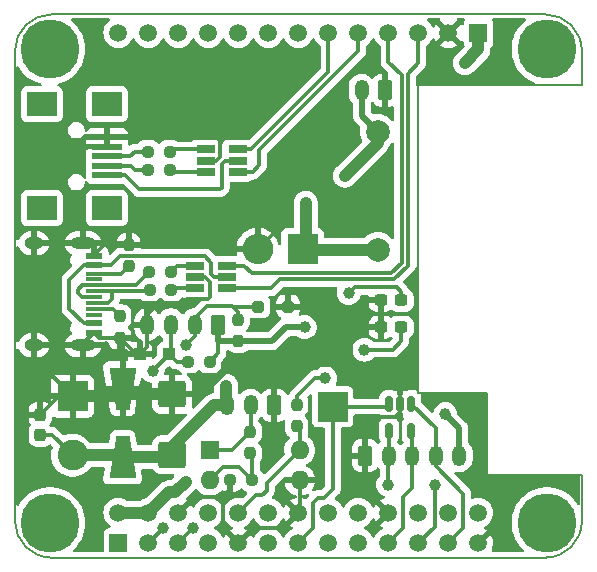
<source format=gbr>
G04 #@! TF.GenerationSoftware,KiCad,Pcbnew,8.99.0-unknown*
G04 #@! TF.CreationDate,2024-03-12T12:42:11+03:00*
G04 #@! TF.ProjectId,opi-hat,6f70692d-6861-4742-9e6b-696361645f70,rev?*
G04 #@! TF.SameCoordinates,Original*
G04 #@! TF.FileFunction,Copper,L2,Bot*
G04 #@! TF.FilePolarity,Positive*
%FSLAX46Y46*%
G04 Gerber Fmt 4.6, Leading zero omitted, Abs format (unit mm)*
G04 Created by KiCad (PCBNEW 8.99.0-unknown) date 2024-03-12 12:42:11*
%MOMM*%
%LPD*%
G01*
G04 APERTURE LIST*
G04 Aperture macros list*
%AMRoundRect*
0 Rectangle with rounded corners*
0 $1 Rounding radius*
0 $2 $3 $4 $5 $6 $7 $8 $9 X,Y pos of 4 corners*
0 Add a 4 corners polygon primitive as box body*
4,1,4,$2,$3,$4,$5,$6,$7,$8,$9,$2,$3,0*
0 Add four circle primitives for the rounded corners*
1,1,$1+$1,$2,$3*
1,1,$1+$1,$4,$5*
1,1,$1+$1,$6,$7*
1,1,$1+$1,$8,$9*
0 Add four rect primitives between the rounded corners*
20,1,$1+$1,$2,$3,$4,$5,0*
20,1,$1+$1,$4,$5,$6,$7,0*
20,1,$1+$1,$6,$7,$8,$9,0*
20,1,$1+$1,$8,$9,$2,$3,0*%
%AMOutline4P*
0 Free polygon, 4 corners , with rotation*
0 The origin of the aperture is its center*
0 number of corners: always 4*
0 $1 to $8 corner X, Y*
0 $9 Rotation angle, in degrees counterclockwise*
0 create outline with 4 corners*
4,1,4,$1,$2,$3,$4,$5,$6,$7,$8,$1,$2,$9*%
G04 Aperture macros list end*
G04 #@! TA.AperFunction,WasherPad*
%ADD10C,5.000000*%
G04 #@! TD*
G04 #@! TA.AperFunction,ComponentPad*
%ADD11R,1.508000X1.508000*%
G04 #@! TD*
G04 #@! TA.AperFunction,ComponentPad*
%ADD12C,1.508000*%
G04 #@! TD*
G04 #@! TA.AperFunction,ComponentPad*
%ADD13RoundRect,0.250000X0.350000X0.625000X-0.350000X0.625000X-0.350000X-0.625000X0.350000X-0.625000X0*%
G04 #@! TD*
G04 #@! TA.AperFunction,ComponentPad*
%ADD14O,1.200000X1.750000*%
G04 #@! TD*
G04 #@! TA.AperFunction,ComponentPad*
%ADD15R,2.600000X2.600000*%
G04 #@! TD*
G04 #@! TA.AperFunction,ComponentPad*
%ADD16O,2.600000X2.600000*%
G04 #@! TD*
G04 #@! TA.AperFunction,ComponentPad*
%ADD17RoundRect,0.250000X-0.350000X-0.625000X0.350000X-0.625000X0.350000X0.625000X-0.350000X0.625000X0*%
G04 #@! TD*
G04 #@! TA.AperFunction,ComponentPad*
%ADD18C,2.600000*%
G04 #@! TD*
G04 #@! TA.AperFunction,ComponentPad*
%ADD19C,2.000000*%
G04 #@! TD*
G04 #@! TA.AperFunction,ComponentPad*
%ADD20R,1.600000X1.600000*%
G04 #@! TD*
G04 #@! TA.AperFunction,ComponentPad*
%ADD21O,1.600000X1.600000*%
G04 #@! TD*
G04 #@! TA.AperFunction,ComponentPad*
%ADD22R,2.500000X2.500000*%
G04 #@! TD*
G04 #@! TA.AperFunction,SMDPad,CuDef*
%ADD23RoundRect,0.237500X0.237500X-0.300000X0.237500X0.300000X-0.237500X0.300000X-0.237500X-0.300000X0*%
G04 #@! TD*
G04 #@! TA.AperFunction,SMDPad,CuDef*
%ADD24RoundRect,0.237500X-0.237500X0.250000X-0.237500X-0.250000X0.237500X-0.250000X0.237500X0.250000X0*%
G04 #@! TD*
G04 #@! TA.AperFunction,SMDPad,CuDef*
%ADD25R,1.560000X0.650000*%
G04 #@! TD*
G04 #@! TA.AperFunction,SMDPad,CuDef*
%ADD26RoundRect,0.237500X-0.250000X-0.237500X0.250000X-0.237500X0.250000X0.237500X-0.250000X0.237500X0*%
G04 #@! TD*
G04 #@! TA.AperFunction,SMDPad,CuDef*
%ADD27RoundRect,0.237500X0.300000X0.237500X-0.300000X0.237500X-0.300000X-0.237500X0.300000X-0.237500X0*%
G04 #@! TD*
G04 #@! TA.AperFunction,SMDPad,CuDef*
%ADD28RoundRect,0.237500X0.250000X0.237500X-0.250000X0.237500X-0.250000X-0.237500X0.250000X-0.237500X0*%
G04 #@! TD*
G04 #@! TA.AperFunction,SMDPad,CuDef*
%ADD29R,2.500000X0.500000*%
G04 #@! TD*
G04 #@! TA.AperFunction,SMDPad,CuDef*
%ADD30R,2.500000X2.000000*%
G04 #@! TD*
G04 #@! TA.AperFunction,SMDPad,CuDef*
%ADD31RoundRect,0.250000X-0.250000X-0.250000X0.250000X-0.250000X0.250000X0.250000X-0.250000X0.250000X0*%
G04 #@! TD*
G04 #@! TA.AperFunction,SMDPad,CuDef*
%ADD32RoundRect,0.237500X0.237500X-0.250000X0.237500X0.250000X-0.237500X0.250000X-0.237500X-0.250000X0*%
G04 #@! TD*
G04 #@! TA.AperFunction,SMDPad,CuDef*
%ADD33Outline4P,-1.800000X-1.150000X1.800000X-0.550000X1.800000X0.550000X-1.800000X1.150000X90.000000*%
G04 #@! TD*
G04 #@! TA.AperFunction,SMDPad,CuDef*
%ADD34Outline4P,-1.800000X-1.150000X1.800000X-0.550000X1.800000X0.550000X-1.800000X1.150000X270.000000*%
G04 #@! TD*
G04 #@! TA.AperFunction,SMDPad,CuDef*
%ADD35R,1.450000X0.600000*%
G04 #@! TD*
G04 #@! TA.AperFunction,SMDPad,CuDef*
%ADD36R,1.450000X0.300000*%
G04 #@! TD*
G04 #@! TA.AperFunction,ComponentPad*
%ADD37O,1.600000X1.000000*%
G04 #@! TD*
G04 #@! TA.AperFunction,ComponentPad*
%ADD38O,2.100000X1.000000*%
G04 #@! TD*
G04 #@! TA.AperFunction,SMDPad,CuDef*
%ADD39RoundRect,0.150000X-0.150000X0.512500X-0.150000X-0.512500X0.150000X-0.512500X0.150000X0.512500X0*%
G04 #@! TD*
G04 #@! TA.AperFunction,SMDPad,CuDef*
%ADD40R,1.000000X1.000000*%
G04 #@! TD*
G04 #@! TA.AperFunction,SMDPad,CuDef*
%ADD41RoundRect,0.250000X0.925000X-0.875000X0.925000X0.875000X-0.925000X0.875000X-0.925000X-0.875000X0*%
G04 #@! TD*
G04 #@! TA.AperFunction,ViaPad*
%ADD42C,1.000000*%
G04 #@! TD*
G04 #@! TA.AperFunction,Conductor*
%ADD43C,1.000000*%
G04 #@! TD*
G04 #@! TA.AperFunction,Conductor*
%ADD44C,0.300000*%
G04 #@! TD*
G04 #@! TA.AperFunction,Conductor*
%ADD45C,0.200000*%
G04 #@! TD*
G04 #@! TA.AperFunction,Conductor*
%ADD46C,0.500000*%
G04 #@! TD*
G04 #@! TA.AperFunction,Profile*
%ADD47C,0.127000*%
G04 #@! TD*
G04 APERTURE END LIST*
D10*
X84625794Y-54431488D03*
X84625794Y-94542406D03*
X126736709Y-54431488D03*
X126736709Y-94542406D03*
D11*
X90441253Y-96236509D03*
D12*
X90441253Y-93696509D03*
X92981253Y-96236509D03*
X92981253Y-93696509D03*
X95521253Y-96236509D03*
X95521253Y-93696509D03*
X98061253Y-96236509D03*
X98061253Y-93696509D03*
X100601253Y-96236509D03*
X100601253Y-93696509D03*
X103141253Y-96236509D03*
X103141253Y-93696509D03*
X105681253Y-96236509D03*
X105681253Y-93696509D03*
X108221253Y-96236509D03*
X108221253Y-93696509D03*
X110761253Y-96236509D03*
X110761253Y-93696509D03*
X113301253Y-96236509D03*
X113301253Y-93696509D03*
X115841253Y-96236509D03*
X115841253Y-93696509D03*
X118381253Y-96236509D03*
X118381253Y-93696509D03*
X120921253Y-96236509D03*
X120921253Y-93696509D03*
D11*
X120921253Y-53056509D03*
D12*
X118381253Y-53056509D03*
X115841253Y-53056509D03*
X113301253Y-53056509D03*
X110761253Y-53056509D03*
X108221253Y-53056509D03*
X105681253Y-53056509D03*
X103141253Y-53056509D03*
X100601253Y-53056509D03*
X98061253Y-53056509D03*
X95521253Y-53056509D03*
X92981253Y-53056509D03*
X90441253Y-53056509D03*
D13*
X113030000Y-57912000D03*
D14*
X111030000Y-57912000D03*
D15*
X106045000Y-71374000D03*
D16*
X102235000Y-71374000D03*
D17*
X111316000Y-88858000D03*
D14*
X113316000Y-88858000D03*
X115316000Y-88858000D03*
X117316000Y-88858000D03*
X119316000Y-88858000D03*
D15*
X86563000Y-83820000D03*
D18*
X86563000Y-88820000D03*
D19*
X112395000Y-61421000D03*
X112395000Y-71421000D03*
D20*
X98171000Y-88392000D03*
D21*
X98171000Y-90932000D03*
X105791000Y-90932000D03*
X105791000Y-88392000D03*
D22*
X108585000Y-84709000D03*
D13*
X103632000Y-84582000D03*
D14*
X101632000Y-84582000D03*
X99632000Y-84582000D03*
D13*
X98885000Y-77766000D03*
D14*
X96885000Y-77766000D03*
X94885000Y-77766000D03*
X92885000Y-77766000D03*
D23*
X83820000Y-87095500D03*
X83820000Y-85370500D03*
D24*
X100584000Y-77343000D03*
X100584000Y-79168000D03*
D25*
X96901000Y-74671000D03*
X96901000Y-73721000D03*
X96901000Y-72771000D03*
X99601000Y-72771000D03*
X99601000Y-73721000D03*
X99601000Y-74671000D03*
D26*
X92940500Y-63119000D03*
X94765500Y-63119000D03*
D27*
X114400500Y-77978000D03*
X112675500Y-77978000D03*
D26*
X93091000Y-74803000D03*
X94916000Y-74803000D03*
X92940500Y-64643000D03*
X94765500Y-64643000D03*
D28*
X101750500Y-90932000D03*
X99925500Y-90932000D03*
D29*
X89477000Y-65100000D03*
X89477000Y-64300000D03*
X89477000Y-63500000D03*
X89477000Y-62700000D03*
X89477000Y-61900000D03*
D30*
X83977000Y-67900000D03*
X89477000Y-67900000D03*
X83977000Y-59100000D03*
X89477000Y-59100000D03*
D31*
X102300000Y-76225400D03*
X104800000Y-76225400D03*
D32*
X91313000Y-72818000D03*
X91313000Y-70993000D03*
D26*
X96346000Y-80899000D03*
X98171000Y-80899000D03*
D24*
X90551000Y-77042000D03*
X90551000Y-78867000D03*
D25*
X97837000Y-64831000D03*
X97837000Y-63881000D03*
X97837000Y-62931000D03*
X100537000Y-62931000D03*
X100537000Y-63881000D03*
X100537000Y-64831000D03*
D27*
X114400500Y-75692000D03*
X112675500Y-75692000D03*
D26*
X93044000Y-73279000D03*
X94869000Y-73279000D03*
D24*
X105537000Y-84535000D03*
X105537000Y-86360000D03*
D33*
X90805000Y-88985000D03*
D34*
X90805000Y-83185000D03*
D35*
X88373000Y-78434000D03*
X88373000Y-77634000D03*
D36*
X88373000Y-76434000D03*
X88373000Y-75434000D03*
X88373000Y-74934000D03*
X88373000Y-73934000D03*
D35*
X88373000Y-72734000D03*
X88373000Y-71934000D03*
X88373000Y-71934000D03*
X88373000Y-72734000D03*
D36*
X88373000Y-73434000D03*
X88373000Y-74434000D03*
X88373000Y-75934000D03*
X88373000Y-76934000D03*
D35*
X88373000Y-77634000D03*
X88373000Y-78434000D03*
D37*
X83278000Y-79504000D03*
D38*
X87458000Y-79504000D03*
D37*
X83278000Y-70864000D03*
D38*
X87458000Y-70864000D03*
D39*
X113350000Y-84460500D03*
X114300000Y-84460500D03*
X115250000Y-84460500D03*
X115250000Y-86735500D03*
X113350000Y-86735500D03*
D24*
X101600000Y-86844500D03*
X101600000Y-88669500D03*
D40*
X94742000Y-80264000D03*
X92242000Y-80264000D03*
D41*
X94996000Y-88773000D03*
X94996000Y-83673000D03*
D42*
X99568000Y-82931000D03*
X105410000Y-80391000D03*
X107442000Y-90932000D03*
X110536744Y-90932000D03*
X97663000Y-70739000D03*
X84328000Y-81407000D03*
X114300000Y-82423000D03*
X119761000Y-55626000D03*
X109931200Y-75082400D03*
X109601000Y-65151000D03*
X96139000Y-91059000D03*
X107950000Y-82296000D03*
X106222800Y-77978000D03*
X118110000Y-85344000D03*
X111252000Y-79883000D03*
X93345000Y-81661000D03*
X94234000Y-94996000D03*
X96774000Y-94996000D03*
X96139000Y-79502000D03*
X117221000Y-91313000D03*
X113284000Y-91313000D03*
X106299000Y-67437000D03*
D43*
X86563000Y-88820000D02*
X90640000Y-88820000D01*
X90640000Y-88820000D02*
X90805000Y-88985000D01*
X98552000Y-84582000D02*
X99632000Y-84582000D01*
X90805000Y-88985000D02*
X94784000Y-88985000D01*
X99568000Y-82931000D02*
X99568000Y-84518000D01*
D44*
X84838500Y-87095500D02*
X83820000Y-87095500D01*
D43*
X99568000Y-84518000D02*
X99632000Y-84582000D01*
X94784000Y-88985000D02*
X94996000Y-88773000D01*
X94996000Y-88138000D02*
X98552000Y-84582000D01*
X94996000Y-88773000D02*
X94996000Y-88138000D01*
D44*
X86563000Y-88820000D02*
X84838500Y-87095500D01*
X103632000Y-82677000D02*
X103632000Y-84582000D01*
X90805000Y-79121000D02*
X90805000Y-83185000D01*
X112522000Y-56134000D02*
X113030000Y-56642000D01*
X90551000Y-78867000D02*
X88806000Y-78867000D01*
X92885000Y-76914000D02*
X93726000Y-76073000D01*
X94996000Y-83673000D02*
X97624598Y-83673000D01*
X90551000Y-78867000D02*
X90805000Y-79121000D01*
X100144598Y-81153000D02*
X100925000Y-81153000D01*
X110820200Y-78663800D02*
X110109000Y-79375000D01*
X100601253Y-96236509D02*
X101841762Y-94996000D01*
X85636000Y-62700000D02*
X85217000Y-63119000D01*
D43*
X90170000Y-83820000D02*
X90805000Y-83185000D01*
D44*
X96888762Y-92329000D02*
X99314000Y-92329000D01*
X96901000Y-73721000D02*
X97755022Y-73721000D01*
D43*
X94996000Y-83673000D02*
X91293000Y-83673000D01*
D45*
X109855000Y-78663800D02*
X107416600Y-76225400D01*
D44*
X89477000Y-61900000D02*
X98730000Y-61900000D01*
X113030000Y-81153000D02*
X114300000Y-82423000D01*
X98044000Y-75565000D02*
X98186511Y-75422489D01*
X99314000Y-92329000D02*
X99925500Y-91717500D01*
X93726000Y-76073000D02*
X95758000Y-76073000D01*
X96266000Y-75565000D02*
X98044000Y-75565000D01*
X83278000Y-79504000D02*
X87458000Y-79504000D01*
X104381762Y-94996000D02*
X105681253Y-93696509D01*
X107442000Y-90932000D02*
X105791000Y-90932000D01*
X95758000Y-76073000D02*
X96266000Y-75565000D01*
X89477000Y-61900000D02*
X89477000Y-62700000D01*
X111316000Y-86296000D02*
X111316000Y-88858000D01*
X110490000Y-56134000D02*
X112522000Y-56134000D01*
X84328000Y-81585000D02*
X86563000Y-83820000D01*
X87458000Y-79349000D02*
X88373000Y-78434000D01*
D43*
X86563000Y-83820000D02*
X90170000Y-83820000D01*
D44*
X104013000Y-69596000D02*
X104013000Y-68834000D01*
X95521253Y-93696509D02*
X96888762Y-92329000D01*
X109093000Y-81153000D02*
X110109000Y-81153000D01*
X102108000Y-81153000D02*
X105410000Y-81153000D01*
X110109000Y-81153000D02*
X113030000Y-81153000D01*
X113919000Y-85572600D02*
X112039400Y-85572600D01*
X89410000Y-70864000D02*
X91184000Y-70864000D01*
X83278000Y-79504000D02*
X83278000Y-70864000D01*
X104013000Y-62611000D02*
X110490000Y-56134000D01*
X85217000Y-65532000D02*
X87458000Y-67773000D01*
X84328000Y-81407000D02*
X84328000Y-81585000D01*
X112675500Y-77978000D02*
X111506000Y-77978000D01*
X98186511Y-74152489D02*
X98186511Y-75422489D01*
X87458000Y-79504000D02*
X87458000Y-79349000D01*
D43*
X91293000Y-83673000D02*
X90805000Y-83185000D01*
D44*
X101841762Y-94996000D02*
X104381762Y-94996000D01*
X111316000Y-88858000D02*
X111316000Y-90152744D01*
X114300000Y-84460500D02*
X114300000Y-85191600D01*
D45*
X107416600Y-76225400D02*
X104800000Y-76225400D01*
D44*
X85217000Y-63119000D02*
X85217000Y-65532000D01*
X105791000Y-90932000D02*
X105791000Y-93586762D01*
X99060000Y-62230000D02*
X99060000Y-63555572D01*
X87458000Y-70864000D02*
X89410000Y-70864000D01*
X112039400Y-85572600D02*
X111316000Y-86296000D01*
X114300000Y-84460500D02*
X114300000Y-82423000D01*
X99314000Y-94949256D02*
X99314000Y-92329000D01*
X105410000Y-80391000D02*
X105410000Y-81153000D01*
X99925500Y-91717500D02*
X99925500Y-90932000D01*
X111506000Y-77978000D02*
X110820200Y-78663800D01*
X110109000Y-79375000D02*
X110109000Y-81153000D01*
X89477000Y-62700000D02*
X85636000Y-62700000D01*
X114300000Y-85191600D02*
X113919000Y-85572600D01*
X88806000Y-78867000D02*
X88373000Y-78434000D01*
X85370500Y-83820000D02*
X83820000Y-85370500D01*
X100925000Y-81153000D02*
X102108000Y-81153000D01*
X102235000Y-71374000D02*
X104013000Y-69596000D01*
X92885000Y-77766000D02*
X92885000Y-79621000D01*
X105791000Y-93586762D02*
X105681253Y-93696509D01*
X91184000Y-70864000D02*
X91313000Y-70993000D01*
X98730000Y-61900000D02*
X99060000Y-62230000D01*
X113301253Y-93696509D02*
X110536744Y-90932000D01*
X88373000Y-71901000D02*
X89410000Y-70864000D01*
X91948000Y-80264000D02*
X90551000Y-78867000D01*
X92242000Y-80264000D02*
X91948000Y-80264000D01*
X97624598Y-83673000D02*
X100144598Y-81153000D01*
X104013000Y-68834000D02*
X99568000Y-68834000D01*
X102108000Y-81153000D02*
X103632000Y-82677000D01*
X83278000Y-70864000D02*
X87458000Y-70864000D01*
X100601253Y-96236509D02*
X99314000Y-94949256D01*
X104013000Y-68834000D02*
X104013000Y-62611000D01*
X98734572Y-63881000D02*
X97837000Y-63881000D01*
X111316000Y-90152744D02*
X110536744Y-90932000D01*
X105410000Y-81153000D02*
X109093000Y-81153000D01*
D45*
X110820200Y-78663800D02*
X109855000Y-78663800D01*
D44*
X99060000Y-63555572D02*
X98734572Y-63881000D01*
X88373000Y-71934000D02*
X88373000Y-71901000D01*
X99568000Y-68834000D02*
X97663000Y-70739000D01*
X92885000Y-77766000D02*
X92885000Y-76914000D01*
X112675500Y-75692000D02*
X112675500Y-77978000D01*
X86563000Y-83820000D02*
X85370500Y-83820000D01*
X92885000Y-79621000D02*
X92242000Y-80264000D01*
X97755022Y-73721000D02*
X98186511Y-74152489D01*
X87458000Y-67773000D02*
X87458000Y-70864000D01*
X113030000Y-56642000D02*
X113030000Y-57912000D01*
D43*
X112395000Y-62357000D02*
X109601000Y-65151000D01*
X120921253Y-54465747D02*
X119761000Y-55626000D01*
D46*
X111030000Y-57912000D02*
X111030000Y-60056000D01*
X111030000Y-60056000D02*
X112395000Y-61421000D01*
D43*
X92981253Y-93696509D02*
X90441253Y-93696509D01*
X95250000Y-91948000D02*
X94729762Y-91948000D01*
X96139000Y-91059000D02*
X95250000Y-91948000D01*
D44*
X110439200Y-74574400D02*
X109931200Y-75082400D01*
X114400500Y-74979700D02*
X113995200Y-74574400D01*
D43*
X120921253Y-53056509D02*
X120921253Y-54465747D01*
X94729762Y-91948000D02*
X92981253Y-93696509D01*
X112395000Y-61421000D02*
X112395000Y-62357000D01*
D44*
X114400500Y-75692000D02*
X114400500Y-74979700D01*
X113995200Y-74574400D02*
X110439200Y-74574400D01*
D46*
X119316000Y-88858000D02*
X119316000Y-86550000D01*
X100584000Y-79168000D02*
X103407200Y-79168000D01*
X98886000Y-79168000D02*
X98886000Y-77767000D01*
D44*
X98886000Y-79168000D02*
X98885000Y-79169000D01*
X113665000Y-79883000D02*
X111252000Y-79883000D01*
X98885000Y-80185000D02*
X98171000Y-80899000D01*
D46*
X104597200Y-77978000D02*
X106222800Y-77978000D01*
D44*
X114400500Y-77978000D02*
X114400500Y-79147500D01*
X105537000Y-84535000D02*
X105537000Y-83820000D01*
X98886000Y-77767000D02*
X98885000Y-77766000D01*
D46*
X100584000Y-79168000D02*
X98886000Y-79168000D01*
D44*
X98885000Y-79169000D02*
X98885000Y-80185000D01*
D46*
X119316000Y-86550000D02*
X118110000Y-85344000D01*
D44*
X107061000Y-82296000D02*
X107950000Y-82296000D01*
X105537000Y-83820000D02*
X107061000Y-82296000D01*
D46*
X103407200Y-79168000D02*
X104597200Y-77978000D01*
D44*
X114400500Y-79147500D02*
X113665000Y-79883000D01*
X92993491Y-96236509D02*
X94234000Y-94996000D01*
X94885000Y-80121000D02*
X94742000Y-80264000D01*
X94885000Y-77766000D02*
X94885000Y-80121000D01*
X93345000Y-81661000D02*
X94742000Y-80264000D01*
X92981253Y-96236509D02*
X92993491Y-96236509D01*
X96346000Y-80899000D02*
X95377000Y-80899000D01*
X95377000Y-80899000D02*
X94742000Y-80264000D01*
X96885000Y-77232000D02*
X97917000Y-76200000D01*
X102300000Y-76225400D02*
X100101400Y-76225400D01*
X100584000Y-76708000D02*
X100584000Y-77343000D01*
X96774000Y-94996000D02*
X96761762Y-94996000D01*
X96761762Y-94996000D02*
X95521253Y-96236509D01*
D45*
X99796600Y-76225400D02*
X99771200Y-76200000D01*
D44*
X96885000Y-77766000D02*
X96885000Y-78756000D01*
X99771200Y-76200000D02*
X100076000Y-76200000D01*
X96885000Y-78756000D02*
X96139000Y-79502000D01*
X96885000Y-77766000D02*
X96885000Y-77232000D01*
X97917000Y-76200000D02*
X98145600Y-76200000D01*
X100101400Y-76225400D02*
X100076000Y-76200000D01*
X98145600Y-76200000D02*
X99771200Y-76200000D01*
X100076000Y-76200000D02*
X100584000Y-76708000D01*
X107823000Y-92456000D02*
X107315000Y-92456000D01*
X106934000Y-92837000D02*
X106934000Y-94983762D01*
X113101500Y-84709000D02*
X108585000Y-84709000D01*
X106934000Y-92837000D02*
X107315000Y-92456000D01*
X108585000Y-84709000D02*
X108585000Y-91694000D01*
X108585000Y-91694000D02*
X107823000Y-92456000D01*
X113350000Y-84460500D02*
X113101500Y-84709000D01*
X106934000Y-94983762D02*
X105681253Y-96236509D01*
X117316000Y-86526500D02*
X115250000Y-84460500D01*
X117316000Y-89757000D02*
X119634000Y-92075000D01*
X119634000Y-94983762D02*
X118381253Y-96236509D01*
X117316000Y-88858000D02*
X117316000Y-86526500D01*
X117316000Y-88858000D02*
X117316000Y-89757000D01*
X119634000Y-92075000D02*
X119634000Y-94983762D01*
X115316000Y-88858000D02*
X115316000Y-86801500D01*
X114554000Y-92329000D02*
X114554000Y-94983762D01*
X115316000Y-86801500D02*
X115250000Y-86735500D01*
X114554000Y-94983762D02*
X113301253Y-96236509D01*
X115316000Y-88858000D02*
X115316000Y-91567000D01*
X115316000Y-91567000D02*
X114554000Y-92329000D01*
X113350000Y-88824000D02*
X113316000Y-88858000D01*
X115841253Y-96236509D02*
X117221000Y-94856762D01*
X117221000Y-94856762D02*
X117221000Y-91694000D01*
X113284000Y-91313000D02*
X113284000Y-88890000D01*
X113284000Y-88890000D02*
X113316000Y-88858000D01*
X117221000Y-91694000D02*
X117221000Y-91313000D01*
X113350000Y-86735500D02*
X113350000Y-88824000D01*
D43*
X106299000Y-67437000D02*
X106299000Y-71120000D01*
X112395000Y-71421000D02*
X106092000Y-71421000D01*
X106092000Y-71421000D02*
X106045000Y-71374000D01*
X106299000Y-71120000D02*
X106045000Y-71374000D01*
D44*
X101632000Y-84582000D02*
X101632000Y-86812500D01*
X101632000Y-86812500D02*
X101600000Y-86844500D01*
X100052500Y-88392000D02*
X98171000Y-88392000D01*
X101600000Y-86844500D02*
X100052500Y-88392000D01*
X114427000Y-72517000D02*
X113538000Y-73406000D01*
X99601000Y-72771000D02*
X101092000Y-72771000D01*
X101727000Y-73406000D02*
X113538000Y-73406000D01*
X113301253Y-55516253D02*
X114427000Y-56642000D01*
X113301253Y-53056509D02*
X113301253Y-55516253D01*
X101092000Y-72771000D02*
X101727000Y-73406000D01*
X114427000Y-56642000D02*
X114427000Y-72517000D01*
X113792000Y-73914000D02*
X104140000Y-73914000D01*
X115841253Y-55608747D02*
X114935000Y-56515000D01*
X114935000Y-56515000D02*
X114935000Y-72771000D01*
X103383000Y-74671000D02*
X104140000Y-73914000D01*
X99601000Y-74671000D02*
X103383000Y-74671000D01*
X114935000Y-72771000D02*
X113792000Y-73914000D01*
X115841253Y-53056509D02*
X115841253Y-55608747D01*
X92960000Y-74934000D02*
X93091000Y-74803000D01*
X89920000Y-75561000D02*
X89920000Y-74934000D01*
X88373000Y-74934000D02*
X89920000Y-74934000D01*
X88373000Y-75934000D02*
X89547000Y-75934000D01*
X89920000Y-74934000D02*
X92960000Y-74934000D01*
X89547000Y-75934000D02*
X89920000Y-75561000D01*
X87364000Y-74434000D02*
X86995000Y-74803000D01*
X88373000Y-74434000D02*
X91889000Y-74434000D01*
X88373000Y-74434000D02*
X87364000Y-74434000D01*
X86995000Y-74803000D02*
X86995000Y-75057000D01*
X87372000Y-75434000D02*
X88373000Y-75434000D01*
X86995000Y-75057000D02*
X87372000Y-75434000D01*
X91889000Y-74434000D02*
X93044000Y-73279000D01*
X88373000Y-73434000D02*
X90697000Y-73434000D01*
X90697000Y-73434000D02*
X91313000Y-72818000D01*
X101793000Y-64831000D02*
X100537000Y-64831000D01*
X110761253Y-54592747D02*
X102362000Y-62992000D01*
X102362000Y-64262000D02*
X101793000Y-64831000D01*
X102362000Y-62992000D02*
X102362000Y-64262000D01*
X110761253Y-53056509D02*
X110761253Y-54592747D01*
X108221253Y-56370747D02*
X108221253Y-53056509D01*
X100537000Y-62931000D02*
X101661000Y-62931000D01*
X101661000Y-62931000D02*
X108221253Y-56370747D01*
X100607500Y-89789000D02*
X101750500Y-90932000D01*
X99314000Y-89789000D02*
X100607500Y-89789000D01*
X101750500Y-88820000D02*
X101600000Y-88669500D01*
X101750500Y-90932000D02*
X101750500Y-88820000D01*
X98171000Y-90932000D02*
X99314000Y-89789000D01*
X102997000Y-91186000D02*
X105791000Y-88392000D01*
X102095762Y-92202000D02*
X102616000Y-92202000D01*
X102997000Y-91821000D02*
X102997000Y-91186000D01*
X102616000Y-92202000D02*
X102997000Y-91821000D01*
X105791000Y-88392000D02*
X105791000Y-86614000D01*
X105791000Y-86614000D02*
X105537000Y-86360000D01*
X100601253Y-93696509D02*
X102095762Y-92202000D01*
X96901000Y-72771000D02*
X95377000Y-72771000D01*
X95377000Y-72771000D02*
X94869000Y-73279000D01*
X96901000Y-74671000D02*
X95048000Y-74671000D01*
X95048000Y-74671000D02*
X94916000Y-74803000D01*
X88373000Y-72734000D02*
X89826000Y-72734000D01*
X87512629Y-77634000D02*
X88373000Y-77634000D01*
X86282814Y-76404186D02*
X87512629Y-77634000D01*
X98298000Y-72517000D02*
X98298000Y-73498000D01*
X88373000Y-72734000D02*
X87512629Y-72734000D01*
X98521000Y-73721000D02*
X99601000Y-73721000D01*
X89826000Y-72734000D02*
X90579020Y-71980980D01*
X98298000Y-73498000D02*
X98521000Y-73721000D01*
X87512629Y-72734000D02*
X86282814Y-73963814D01*
X97761980Y-71980980D02*
X98298000Y-72517000D01*
X90579020Y-71980980D02*
X97761980Y-71980980D01*
X86282814Y-73963814D02*
X86282814Y-76404186D01*
X88373000Y-76434000D02*
X89943000Y-76434000D01*
X89943000Y-76434000D02*
X90551000Y-77042000D01*
X91008000Y-65100000D02*
X92202000Y-66294000D01*
X99187000Y-64135000D02*
X99441000Y-63881000D01*
X89477000Y-65100000D02*
X91008000Y-65100000D01*
X92202000Y-66294000D02*
X99060000Y-66294000D01*
X99060000Y-66294000D02*
X99187000Y-66167000D01*
X99187000Y-66167000D02*
X99187000Y-64135000D01*
X99441000Y-63881000D02*
X100537000Y-63881000D01*
X91478000Y-64300000D02*
X91821000Y-64643000D01*
X91821000Y-64643000D02*
X92940500Y-64643000D01*
X89477000Y-64300000D02*
X91478000Y-64300000D01*
X91821000Y-63119000D02*
X91440000Y-63500000D01*
X91440000Y-63500000D02*
X89477000Y-63500000D01*
X92940500Y-63119000D02*
X91821000Y-63119000D01*
X94953500Y-64831000D02*
X94765500Y-64643000D01*
X97837000Y-64831000D02*
X94953500Y-64831000D01*
X97837000Y-62931000D02*
X94953500Y-62931000D01*
X94953500Y-62931000D02*
X94765500Y-63119000D01*
G04 #@! TA.AperFunction,Conductor*
G36*
X89680280Y-51836002D02*
G01*
X89726773Y-51889658D01*
X89736877Y-51959932D01*
X89707383Y-52024512D01*
X89684430Y-52045213D01*
X89626632Y-52085683D01*
X89626627Y-52085687D01*
X89470431Y-52241883D01*
X89470422Y-52241893D01*
X89343720Y-52422844D01*
X89250360Y-52623056D01*
X89250358Y-52623061D01*
X89223823Y-52722091D01*
X89193183Y-52836441D01*
X89173930Y-53056509D01*
X89193183Y-53276577D01*
X89230466Y-53415719D01*
X89250358Y-53489956D01*
X89250360Y-53489962D01*
X89285172Y-53564616D01*
X89343719Y-53690171D01*
X89470427Y-53871129D01*
X89626633Y-54027335D01*
X89807591Y-54154043D01*
X90007803Y-54247403D01*
X90221185Y-54304579D01*
X90441253Y-54323832D01*
X90661321Y-54304579D01*
X90874703Y-54247403D01*
X91074915Y-54154043D01*
X91255873Y-54027335D01*
X91412079Y-53871129D01*
X91538787Y-53690171D01*
X91597058Y-53565208D01*
X91643975Y-53511922D01*
X91712252Y-53492461D01*
X91780212Y-53513003D01*
X91825448Y-53565208D01*
X91883717Y-53690169D01*
X91926257Y-53750922D01*
X92010427Y-53871129D01*
X92166633Y-54027335D01*
X92347591Y-54154043D01*
X92547803Y-54247403D01*
X92761185Y-54304579D01*
X92981253Y-54323832D01*
X93201321Y-54304579D01*
X93414703Y-54247403D01*
X93614915Y-54154043D01*
X93795873Y-54027335D01*
X93952079Y-53871129D01*
X94078787Y-53690171D01*
X94137058Y-53565208D01*
X94183975Y-53511922D01*
X94252252Y-53492461D01*
X94320212Y-53513003D01*
X94365448Y-53565208D01*
X94423717Y-53690169D01*
X94466257Y-53750922D01*
X94550427Y-53871129D01*
X94706633Y-54027335D01*
X94887591Y-54154043D01*
X95087803Y-54247403D01*
X95301185Y-54304579D01*
X95521253Y-54323832D01*
X95741321Y-54304579D01*
X95954703Y-54247403D01*
X96154915Y-54154043D01*
X96335873Y-54027335D01*
X96492079Y-53871129D01*
X96618787Y-53690171D01*
X96677058Y-53565208D01*
X96723975Y-53511922D01*
X96792252Y-53492461D01*
X96860212Y-53513003D01*
X96905448Y-53565208D01*
X96963717Y-53690169D01*
X97006257Y-53750922D01*
X97090427Y-53871129D01*
X97246633Y-54027335D01*
X97427591Y-54154043D01*
X97627803Y-54247403D01*
X97841185Y-54304579D01*
X98061253Y-54323832D01*
X98281321Y-54304579D01*
X98494703Y-54247403D01*
X98694915Y-54154043D01*
X98875873Y-54027335D01*
X99032079Y-53871129D01*
X99158787Y-53690171D01*
X99217058Y-53565208D01*
X99263975Y-53511922D01*
X99332252Y-53492461D01*
X99400212Y-53513003D01*
X99445448Y-53565208D01*
X99503717Y-53690169D01*
X99546257Y-53750922D01*
X99630427Y-53871129D01*
X99786633Y-54027335D01*
X99967591Y-54154043D01*
X100167803Y-54247403D01*
X100381185Y-54304579D01*
X100601253Y-54323832D01*
X100821321Y-54304579D01*
X101034703Y-54247403D01*
X101234915Y-54154043D01*
X101415873Y-54027335D01*
X101572079Y-53871129D01*
X101698787Y-53690171D01*
X101757058Y-53565208D01*
X101803975Y-53511922D01*
X101872252Y-53492461D01*
X101940212Y-53513003D01*
X101985448Y-53565208D01*
X102043717Y-53690169D01*
X102086257Y-53750922D01*
X102170427Y-53871129D01*
X102326633Y-54027335D01*
X102507591Y-54154043D01*
X102707803Y-54247403D01*
X102921185Y-54304579D01*
X103141253Y-54323832D01*
X103361321Y-54304579D01*
X103574703Y-54247403D01*
X103774915Y-54154043D01*
X103955873Y-54027335D01*
X104112079Y-53871129D01*
X104238787Y-53690171D01*
X104297058Y-53565208D01*
X104343975Y-53511922D01*
X104412252Y-53492461D01*
X104480212Y-53513003D01*
X104525448Y-53565208D01*
X104583717Y-53690169D01*
X104626257Y-53750922D01*
X104710427Y-53871129D01*
X104866633Y-54027335D01*
X105047591Y-54154043D01*
X105247803Y-54247403D01*
X105461185Y-54304579D01*
X105681253Y-54323832D01*
X105901321Y-54304579D01*
X106114703Y-54247403D01*
X106314915Y-54154043D01*
X106495873Y-54027335D01*
X106652079Y-53871129D01*
X106778787Y-53690171D01*
X106837058Y-53565208D01*
X106883975Y-53511922D01*
X106952252Y-53492461D01*
X107020212Y-53513003D01*
X107065448Y-53565208D01*
X107123717Y-53690169D01*
X107166257Y-53750922D01*
X107250427Y-53871129D01*
X107406633Y-54027335D01*
X107509024Y-54099030D01*
X107553352Y-54154485D01*
X107562753Y-54202242D01*
X107562753Y-56045796D01*
X107542751Y-56113917D01*
X107525848Y-56134891D01*
X101578527Y-62082211D01*
X101516215Y-62116237D01*
X101445400Y-62111172D01*
X101426201Y-62104011D01*
X101426199Y-62104010D01*
X101426197Y-62104010D01*
X101426196Y-62104009D01*
X101365649Y-62097500D01*
X101365638Y-62097500D01*
X99708362Y-62097500D01*
X99708350Y-62097500D01*
X99647803Y-62104009D01*
X99647795Y-62104011D01*
X99510797Y-62155110D01*
X99510792Y-62155112D01*
X99393738Y-62242738D01*
X99306112Y-62359792D01*
X99306110Y-62359797D01*
X99305054Y-62362629D01*
X99303244Y-62365045D01*
X99301795Y-62367701D01*
X99301413Y-62367492D01*
X99262506Y-62419463D01*
X99195985Y-62444272D01*
X99126611Y-62429179D01*
X99076411Y-62378975D01*
X99068946Y-62362629D01*
X99067889Y-62359797D01*
X99067887Y-62359792D01*
X98980261Y-62242738D01*
X98863207Y-62155112D01*
X98863202Y-62155110D01*
X98726204Y-62104011D01*
X98726196Y-62104009D01*
X98665649Y-62097500D01*
X98665638Y-62097500D01*
X97008362Y-62097500D01*
X97008350Y-62097500D01*
X96947803Y-62104009D01*
X96947795Y-62104011D01*
X96810797Y-62155110D01*
X96810792Y-62155112D01*
X96687555Y-62247368D01*
X96621035Y-62272179D01*
X96612046Y-62272500D01*
X95484910Y-62272500D01*
X95418763Y-62253740D01*
X95332920Y-62200791D01*
X95167381Y-62145938D01*
X95167379Y-62145937D01*
X95167377Y-62145937D01*
X95065221Y-62135500D01*
X94465787Y-62135500D01*
X94363619Y-62145937D01*
X94198079Y-62200791D01*
X94049653Y-62292342D01*
X94049647Y-62292347D01*
X93942095Y-62399900D01*
X93879783Y-62433926D01*
X93808968Y-62428861D01*
X93763905Y-62399900D01*
X93656352Y-62292347D01*
X93656346Y-62292342D01*
X93612884Y-62265534D01*
X93507920Y-62200791D01*
X93342381Y-62145938D01*
X93342379Y-62145937D01*
X93342377Y-62145937D01*
X93240221Y-62135500D01*
X92640787Y-62135500D01*
X92538619Y-62145937D01*
X92373079Y-62200791D01*
X92224653Y-62292342D01*
X92224652Y-62292343D01*
X92190199Y-62326797D01*
X92101342Y-62415654D01*
X92101340Y-62415656D01*
X92096154Y-62420843D01*
X92094493Y-62419182D01*
X92045778Y-62453679D01*
X92004882Y-62460500D01*
X91756139Y-62460500D01*
X91628922Y-62485806D01*
X91628919Y-62485807D01*
X91509082Y-62535445D01*
X91431002Y-62587617D01*
X91363249Y-62608832D01*
X91294782Y-62590049D01*
X91247339Y-62537232D01*
X91235000Y-62482852D01*
X91235000Y-62401414D01*
X91234999Y-62401402D01*
X91228494Y-62340905D01*
X91226681Y-62333230D01*
X91228852Y-62332716D01*
X91224595Y-62273222D01*
X91227470Y-62263430D01*
X91228494Y-62259094D01*
X91234999Y-62198597D01*
X91235000Y-62198585D01*
X91235000Y-62150000D01*
X89727000Y-62150000D01*
X89727000Y-62615500D01*
X89706998Y-62683621D01*
X89653342Y-62730114D01*
X89601000Y-62741500D01*
X88178350Y-62741500D01*
X88117803Y-62748009D01*
X88117795Y-62748011D01*
X87980797Y-62799110D01*
X87980792Y-62799112D01*
X87863742Y-62886735D01*
X87863739Y-62886738D01*
X87863739Y-62886739D01*
X87854177Y-62899512D01*
X87797344Y-62942056D01*
X87753312Y-62950000D01*
X87719000Y-62950000D01*
X87719000Y-62998597D01*
X87725505Y-63059096D01*
X87727318Y-63066766D01*
X87724938Y-63067328D01*
X87729133Y-63126082D01*
X87725833Y-63137319D01*
X87725009Y-63140804D01*
X87718500Y-63201350D01*
X87718500Y-63798649D01*
X87725009Y-63859195D01*
X87726823Y-63866867D01*
X87724624Y-63867386D01*
X87728866Y-63926799D01*
X87726068Y-63936327D01*
X87725009Y-63940804D01*
X87718500Y-64001350D01*
X87718500Y-64598649D01*
X87725009Y-64659195D01*
X87726823Y-64666867D01*
X87724624Y-64667386D01*
X87728866Y-64726799D01*
X87726068Y-64736327D01*
X87725009Y-64740804D01*
X87718500Y-64801350D01*
X87718500Y-65283161D01*
X87698498Y-65351282D01*
X87644842Y-65397775D01*
X87574568Y-65407879D01*
X87509988Y-65378385D01*
X87487735Y-65353163D01*
X87421114Y-65253458D01*
X87421109Y-65253452D01*
X87323547Y-65155890D01*
X87323541Y-65155885D01*
X87285471Y-65130447D01*
X87208811Y-65079225D01*
X87128421Y-65045926D01*
X87081331Y-65026421D01*
X87081328Y-65026420D01*
X86945995Y-64999500D01*
X86945993Y-64999500D01*
X86808007Y-64999500D01*
X86808004Y-64999500D01*
X86672671Y-65026420D01*
X86672668Y-65026421D01*
X86545189Y-65079225D01*
X86430458Y-65155885D01*
X86430452Y-65155890D01*
X86332890Y-65253452D01*
X86332885Y-65253458D01*
X86256225Y-65368189D01*
X86203421Y-65495668D01*
X86203420Y-65495671D01*
X86176500Y-65631004D01*
X86176500Y-65768995D01*
X86203420Y-65904328D01*
X86203421Y-65904331D01*
X86222926Y-65951421D01*
X86256225Y-66031811D01*
X86293260Y-66087237D01*
X86332885Y-66146541D01*
X86332890Y-66146547D01*
X86430452Y-66244109D01*
X86430458Y-66244114D01*
X86545189Y-66320775D01*
X86672672Y-66373580D01*
X86808007Y-66400500D01*
X86808008Y-66400500D01*
X86945992Y-66400500D01*
X86945993Y-66400500D01*
X87081328Y-66373580D01*
X87208811Y-66320775D01*
X87323542Y-66244114D01*
X87421114Y-66146542D01*
X87497775Y-66031811D01*
X87550580Y-65904328D01*
X87577500Y-65768993D01*
X87577500Y-65709460D01*
X87597502Y-65641339D01*
X87651158Y-65594846D01*
X87721432Y-65584742D01*
X87786012Y-65614236D01*
X87804368Y-65633951D01*
X87863738Y-65713261D01*
X87980792Y-65800887D01*
X87980794Y-65800888D01*
X87980796Y-65800889D01*
X88039875Y-65822924D01*
X88117795Y-65851988D01*
X88117803Y-65851990D01*
X88178350Y-65858499D01*
X88178355Y-65858499D01*
X88178362Y-65858500D01*
X88178368Y-65858500D01*
X90775633Y-65858500D01*
X90775638Y-65858500D01*
X90775643Y-65858499D01*
X90776079Y-65858476D01*
X90776181Y-65858500D01*
X90779013Y-65858500D01*
X90779013Y-65859168D01*
X90845175Y-65874791D01*
X90871935Y-65895195D01*
X91782231Y-66805491D01*
X91884753Y-66873993D01*
X91884756Y-66873996D01*
X91890078Y-66877553D01*
X91890083Y-66877555D01*
X92009923Y-66927194D01*
X92137143Y-66952500D01*
X99124857Y-66952500D01*
X99252077Y-66927194D01*
X99371917Y-66877555D01*
X99479769Y-66805491D01*
X99698491Y-66586769D01*
X99770555Y-66478917D01*
X99820194Y-66359077D01*
X99827813Y-66320775D01*
X99845500Y-66231857D01*
X99845500Y-65790500D01*
X99865502Y-65722379D01*
X99919158Y-65675886D01*
X99971500Y-65664500D01*
X101365632Y-65664500D01*
X101365638Y-65664500D01*
X101365645Y-65664499D01*
X101365649Y-65664499D01*
X101426196Y-65657990D01*
X101426199Y-65657989D01*
X101426201Y-65657989D01*
X101563204Y-65606889D01*
X101563207Y-65606887D01*
X101686445Y-65514632D01*
X101752965Y-65489821D01*
X101761954Y-65489500D01*
X101857857Y-65489500D01*
X101985077Y-65464194D01*
X102104917Y-65414555D01*
X102212769Y-65342491D01*
X102873491Y-64681769D01*
X102935804Y-64588510D01*
X102945555Y-64573917D01*
X102970293Y-64514194D01*
X102995195Y-64454077D01*
X103020500Y-64326856D01*
X103020500Y-64197143D01*
X103020500Y-63316950D01*
X103040502Y-63248829D01*
X103057405Y-63227855D01*
X111272737Y-55012523D01*
X111272744Y-55012516D01*
X111341622Y-54909432D01*
X111344808Y-54904664D01*
X111374582Y-54832783D01*
X111394448Y-54784824D01*
X111419753Y-54657603D01*
X111419753Y-54527890D01*
X111419753Y-54202242D01*
X111439755Y-54134121D01*
X111473480Y-54099031D01*
X111575873Y-54027335D01*
X111732079Y-53871129D01*
X111858787Y-53690171D01*
X111917058Y-53565208D01*
X111963975Y-53511922D01*
X112032252Y-53492461D01*
X112100212Y-53513003D01*
X112145448Y-53565208D01*
X112203717Y-53690169D01*
X112246257Y-53750922D01*
X112330427Y-53871129D01*
X112486633Y-54027335D01*
X112589024Y-54099030D01*
X112633352Y-54154485D01*
X112642753Y-54202242D01*
X112642753Y-55581113D01*
X112668059Y-55708330D01*
X112668060Y-55708333D01*
X112706370Y-55800821D01*
X112717698Y-55828170D01*
X112789762Y-55936022D01*
X112789766Y-55936026D01*
X113247095Y-56393355D01*
X113281121Y-56455667D01*
X113284000Y-56482450D01*
X113284000Y-57635670D01*
X113260255Y-57611925D01*
X113174745Y-57562556D01*
X113079370Y-57537000D01*
X112980630Y-57537000D01*
X112885255Y-57562556D01*
X112799745Y-57611925D01*
X112776000Y-57635670D01*
X112776000Y-56529000D01*
X112629483Y-56529000D01*
X112525681Y-56539605D01*
X112525678Y-56539606D01*
X112357474Y-56595342D01*
X112206660Y-56688365D01*
X112206654Y-56688370D01*
X112081370Y-56813654D01*
X112081365Y-56813660D01*
X112047884Y-56867943D01*
X111995098Y-56915421D01*
X111925023Y-56926824D01*
X111859908Y-56898532D01*
X111851548Y-56890891D01*
X111752144Y-56791487D01*
X111752141Y-56791485D01*
X111752139Y-56791483D01*
X111610981Y-56688926D01*
X111455516Y-56609712D01*
X111455513Y-56609711D01*
X111455511Y-56609710D01*
X111289577Y-56555796D01*
X111289574Y-56555795D01*
X111117241Y-56528500D01*
X110942759Y-56528500D01*
X110770426Y-56555795D01*
X110770423Y-56555795D01*
X110770422Y-56555796D01*
X110604488Y-56609710D01*
X110604482Y-56609713D01*
X110449015Y-56688928D01*
X110307858Y-56791485D01*
X110307855Y-56791487D01*
X110184487Y-56914855D01*
X110184485Y-56914858D01*
X110081928Y-57056015D01*
X110002713Y-57211482D01*
X110002710Y-57211488D01*
X109949822Y-57374264D01*
X109948795Y-57377426D01*
X109921500Y-57549759D01*
X109921500Y-58274241D01*
X109948795Y-58446574D01*
X110002712Y-58612516D01*
X110081926Y-58767981D01*
X110184483Y-58909139D01*
X110234596Y-58959252D01*
X110268620Y-59021562D01*
X110271500Y-59048346D01*
X110271500Y-59981295D01*
X110271500Y-60130705D01*
X110300649Y-60277247D01*
X110357826Y-60415284D01*
X110440834Y-60539515D01*
X110440838Y-60539519D01*
X110886412Y-60985093D01*
X110920438Y-61047405D01*
X110919836Y-61103601D01*
X110900465Y-61184288D01*
X110896788Y-61231004D01*
X110881835Y-61421000D01*
X110898426Y-61631810D01*
X110900465Y-61657710D01*
X110955894Y-61888592D01*
X110955895Y-61888594D01*
X111045122Y-62104009D01*
X111046762Y-62107967D01*
X111046763Y-62107969D01*
X111059849Y-62129324D01*
X111078387Y-62197857D01*
X111056930Y-62265534D01*
X111041511Y-62284252D01*
X108927301Y-64398463D01*
X108918142Y-64406765D01*
X108884431Y-64434431D01*
X108856769Y-64468137D01*
X108848470Y-64477294D01*
X108817648Y-64508117D01*
X108817647Y-64508119D01*
X108793430Y-64544361D01*
X108786066Y-64554289D01*
X108758410Y-64587988D01*
X108758404Y-64587997D01*
X108737848Y-64626453D01*
X108731494Y-64637053D01*
X108707279Y-64673295D01*
X108707278Y-64673297D01*
X108690596Y-64713569D01*
X108685312Y-64724741D01*
X108664757Y-64763197D01*
X108652102Y-64804918D01*
X108647937Y-64816560D01*
X108631257Y-64856828D01*
X108631254Y-64856836D01*
X108622750Y-64899588D01*
X108619748Y-64911575D01*
X108607090Y-64953305D01*
X108602818Y-64996684D01*
X108601004Y-65008913D01*
X108592500Y-65051663D01*
X108592500Y-65095264D01*
X108591893Y-65107615D01*
X108587620Y-65150998D01*
X108587620Y-65151001D01*
X108591893Y-65194383D01*
X108592500Y-65206734D01*
X108592500Y-65250329D01*
X108601005Y-65293085D01*
X108602819Y-65305319D01*
X108607090Y-65348695D01*
X108619748Y-65390424D01*
X108622751Y-65402411D01*
X108631256Y-65445168D01*
X108647943Y-65485454D01*
X108652102Y-65497079D01*
X108664759Y-65538804D01*
X108685312Y-65577256D01*
X108690592Y-65588420D01*
X108707279Y-65628705D01*
X108707280Y-65628707D01*
X108731494Y-65664946D01*
X108737849Y-65675548D01*
X108758405Y-65714004D01*
X108786066Y-65747709D01*
X108793432Y-65757641D01*
X108801018Y-65768995D01*
X108817647Y-65793881D01*
X108848470Y-65824704D01*
X108856766Y-65833857D01*
X108884432Y-65867568D01*
X108918149Y-65895239D01*
X108927289Y-65903523D01*
X108958119Y-65934353D01*
X108958122Y-65934355D01*
X108994352Y-65958563D01*
X109004285Y-65965929D01*
X109037997Y-65993596D01*
X109076446Y-66014147D01*
X109087054Y-66020505D01*
X109123293Y-66044720D01*
X109148442Y-66055136D01*
X109163563Y-66061400D01*
X109163566Y-66061401D01*
X109174746Y-66066689D01*
X109213188Y-66087237D01*
X109213190Y-66087237D01*
X109213196Y-66087241D01*
X109254923Y-66099898D01*
X109266557Y-66104061D01*
X109282574Y-66110696D01*
X109306828Y-66120743D01*
X109306831Y-66120743D01*
X109306832Y-66120744D01*
X109349594Y-66129249D01*
X109361577Y-66132251D01*
X109403299Y-66144908D01*
X109446691Y-66149181D01*
X109458907Y-66150993D01*
X109462107Y-66151629D01*
X109501671Y-66159500D01*
X109545266Y-66159500D01*
X109557614Y-66160106D01*
X109572867Y-66161609D01*
X109600998Y-66164380D01*
X109601000Y-66164380D01*
X109601002Y-66164380D01*
X109629132Y-66161609D01*
X109644385Y-66160106D01*
X109656734Y-66159500D01*
X109700325Y-66159500D01*
X109700329Y-66159500D01*
X109743076Y-66150996D01*
X109755307Y-66149182D01*
X109795016Y-66145270D01*
X109798701Y-66144908D01*
X109840426Y-66132249D01*
X109852408Y-66129248D01*
X109895168Y-66120744D01*
X109935459Y-66104054D01*
X109947064Y-66099901D01*
X109988804Y-66087241D01*
X110027260Y-66066685D01*
X110038412Y-66061409D01*
X110078704Y-66044721D01*
X110114947Y-66020502D01*
X110125552Y-66014147D01*
X110164004Y-65993595D01*
X110197728Y-65965916D01*
X110207633Y-65958571D01*
X110243881Y-65934353D01*
X110274712Y-65903520D01*
X110283854Y-65895235D01*
X110317568Y-65867568D01*
X110345239Y-65833849D01*
X110353514Y-65824718D01*
X113178354Y-62999881D01*
X113288722Y-62834703D01*
X113364744Y-62651168D01*
X113374095Y-62604154D01*
X113407000Y-62541247D01*
X113415827Y-62532939D01*
X113464969Y-62490969D01*
X113546690Y-62395285D01*
X113606139Y-62356478D01*
X113677134Y-62355970D01*
X113737133Y-62393926D01*
X113767086Y-62458295D01*
X113768500Y-62477117D01*
X113768500Y-70364882D01*
X113748498Y-70433003D01*
X113694842Y-70479496D01*
X113624568Y-70489600D01*
X113559988Y-70460106D01*
X113546689Y-70446713D01*
X113464966Y-70351027D01*
X113284419Y-70196826D01*
X113284417Y-70196825D01*
X113284416Y-70196824D01*
X113081963Y-70072760D01*
X112967546Y-70025367D01*
X112862592Y-69981894D01*
X112704651Y-69943976D01*
X112631711Y-69926465D01*
X112395000Y-69907835D01*
X112158289Y-69926465D01*
X111927407Y-69981894D01*
X111708038Y-70072759D01*
X111505582Y-70196825D01*
X111505580Y-70196826D01*
X111325032Y-70351028D01*
X111310254Y-70368332D01*
X111250802Y-70407140D01*
X111214444Y-70412500D01*
X107979500Y-70412500D01*
X107911379Y-70392498D01*
X107864886Y-70338842D01*
X107853500Y-70286500D01*
X107853500Y-70025367D01*
X107853499Y-70025350D01*
X107846990Y-69964803D01*
X107846988Y-69964795D01*
X107817924Y-69886875D01*
X107795889Y-69827796D01*
X107795888Y-69827794D01*
X107795887Y-69827792D01*
X107708261Y-69710738D01*
X107591207Y-69623112D01*
X107591202Y-69623110D01*
X107454204Y-69572011D01*
X107454196Y-69572009D01*
X107420032Y-69568337D01*
X107354439Y-69541168D01*
X107313948Y-69482850D01*
X107307500Y-69443059D01*
X107307500Y-67492734D01*
X107308107Y-67480383D01*
X107312380Y-67437001D01*
X107312380Y-67436998D01*
X107308107Y-67393615D01*
X107307500Y-67381264D01*
X107307500Y-67337674D01*
X107307500Y-67337671D01*
X107298991Y-67294899D01*
X107297180Y-67282683D01*
X107292908Y-67239299D01*
X107283907Y-67209628D01*
X107280251Y-67197573D01*
X107277247Y-67185581D01*
X107268744Y-67142831D01*
X107252059Y-67102550D01*
X107247897Y-67090917D01*
X107235240Y-67049193D01*
X107214690Y-67010749D01*
X107209401Y-66999567D01*
X107192721Y-66959296D01*
X107171270Y-66927193D01*
X107168504Y-66923053D01*
X107162147Y-66912446D01*
X107141595Y-66873996D01*
X107141593Y-66873993D01*
X107113929Y-66840285D01*
X107106563Y-66830352D01*
X107082355Y-66794122D01*
X107082351Y-66794117D01*
X107079029Y-66790795D01*
X107051523Y-66763289D01*
X107043239Y-66754149D01*
X107015568Y-66720432D01*
X106981857Y-66692766D01*
X106972704Y-66684470D01*
X106941881Y-66653647D01*
X106905638Y-66629430D01*
X106895709Y-66622066D01*
X106862004Y-66594405D01*
X106823548Y-66573849D01*
X106812946Y-66567494D01*
X106776707Y-66543280D01*
X106776704Y-66543279D01*
X106736430Y-66526597D01*
X106725252Y-66521310D01*
X106686808Y-66500761D01*
X106686806Y-66500760D01*
X106686804Y-66500759D01*
X106645079Y-66488101D01*
X106633445Y-66483938D01*
X106613494Y-66475674D01*
X106593172Y-66467257D01*
X106593170Y-66467256D01*
X106593169Y-66467256D01*
X106593167Y-66467255D01*
X106593165Y-66467255D01*
X106550405Y-66458748D01*
X106538418Y-66455745D01*
X106496704Y-66443092D01*
X106496698Y-66443091D01*
X106453315Y-66438818D01*
X106441085Y-66437004D01*
X106398334Y-66428500D01*
X106398329Y-66428500D01*
X106354734Y-66428500D01*
X106342385Y-66427893D01*
X106327132Y-66426390D01*
X106299002Y-66423620D01*
X106298998Y-66423620D01*
X106270867Y-66426390D01*
X106255614Y-66427893D01*
X106243266Y-66428500D01*
X106199663Y-66428500D01*
X106156912Y-66437004D01*
X106144683Y-66438818D01*
X106101301Y-66443091D01*
X106101295Y-66443092D01*
X106059585Y-66455744D01*
X106047599Y-66458747D01*
X106004831Y-66467255D01*
X105964550Y-66483939D01*
X105952917Y-66488101D01*
X105911203Y-66500756D01*
X105911189Y-66500762D01*
X105872751Y-66521307D01*
X105861579Y-66526591D01*
X105821303Y-66543275D01*
X105821296Y-66543279D01*
X105785054Y-66567494D01*
X105774453Y-66573848D01*
X105736000Y-66594401D01*
X105735988Y-66594410D01*
X105702289Y-66622066D01*
X105692361Y-66629430D01*
X105656119Y-66653647D01*
X105656117Y-66653648D01*
X105625294Y-66684470D01*
X105616137Y-66692769D01*
X105582431Y-66720431D01*
X105554769Y-66754137D01*
X105546470Y-66763294D01*
X105515648Y-66794117D01*
X105515647Y-66794119D01*
X105491430Y-66830361D01*
X105484066Y-66840289D01*
X105456410Y-66873988D01*
X105456401Y-66874000D01*
X105435848Y-66912453D01*
X105429494Y-66923054D01*
X105405279Y-66959296D01*
X105405275Y-66959303D01*
X105388591Y-66999579D01*
X105383307Y-67010751D01*
X105362762Y-67049189D01*
X105362756Y-67049203D01*
X105350101Y-67090917D01*
X105345939Y-67102550D01*
X105329255Y-67142831D01*
X105320747Y-67185599D01*
X105317744Y-67197585D01*
X105305092Y-67239295D01*
X105305091Y-67239301D01*
X105300818Y-67282683D01*
X105299004Y-67294912D01*
X105290500Y-67337663D01*
X105290500Y-67381264D01*
X105289893Y-67393615D01*
X105285620Y-67436998D01*
X105285620Y-67437001D01*
X105289893Y-67480383D01*
X105290500Y-67492734D01*
X105290500Y-69439500D01*
X105270498Y-69507621D01*
X105216842Y-69554114D01*
X105164500Y-69565500D01*
X104696350Y-69565500D01*
X104635803Y-69572009D01*
X104635795Y-69572011D01*
X104498797Y-69623110D01*
X104498792Y-69623112D01*
X104381738Y-69710738D01*
X104294112Y-69827792D01*
X104294110Y-69827797D01*
X104243011Y-69964795D01*
X104243009Y-69964803D01*
X104236500Y-70025350D01*
X104236500Y-70899783D01*
X104216498Y-70967904D01*
X104162842Y-71014397D01*
X104092568Y-71024501D01*
X104027988Y-70995007D01*
X103989604Y-70935281D01*
X103987659Y-70927821D01*
X103967519Y-70839586D01*
X103967518Y-70839583D01*
X103868519Y-70587335D01*
X103733031Y-70352664D01*
X103564073Y-70140798D01*
X103365429Y-69956484D01*
X103365424Y-69956480D01*
X103141537Y-69803836D01*
X103141529Y-69803831D01*
X102897397Y-69686264D01*
X102638452Y-69606388D01*
X102638444Y-69606387D01*
X102489000Y-69583862D01*
X102489000Y-70775655D01*
X102424598Y-70748979D01*
X102299019Y-70724000D01*
X102170981Y-70724000D01*
X102045402Y-70748979D01*
X101981000Y-70775655D01*
X101981000Y-69583862D01*
X101831555Y-69606387D01*
X101831547Y-69606388D01*
X101572602Y-69686264D01*
X101328470Y-69803831D01*
X101328462Y-69803836D01*
X101104575Y-69956480D01*
X101104570Y-69956484D01*
X100905926Y-70140798D01*
X100736968Y-70352664D01*
X100601480Y-70587335D01*
X100502481Y-70839583D01*
X100502480Y-70839586D01*
X100442180Y-71103772D01*
X100440965Y-71120000D01*
X101636656Y-71120000D01*
X101609979Y-71184402D01*
X101585000Y-71309981D01*
X101585000Y-71438019D01*
X101609979Y-71563598D01*
X101636656Y-71628000D01*
X100440965Y-71628000D01*
X100442180Y-71644227D01*
X100473961Y-71783462D01*
X100469619Y-71854325D01*
X100427654Y-71911592D01*
X100361391Y-71937081D01*
X100351120Y-71937500D01*
X98772350Y-71937500D01*
X98721597Y-71942957D01*
X98651728Y-71930351D01*
X98619034Y-71906774D01*
X98181753Y-71469493D01*
X98181749Y-71469489D01*
X98073897Y-71397425D01*
X97954060Y-71347787D01*
X97954057Y-71347786D01*
X97826840Y-71322480D01*
X97826837Y-71322480D01*
X92422000Y-71322480D01*
X92353879Y-71302478D01*
X92335519Y-71281289D01*
X92332905Y-71283904D01*
X92296001Y-71247000D01*
X90330000Y-71247000D01*
X90330000Y-71288284D01*
X90309998Y-71356405D01*
X90271116Y-71392290D01*
X90272250Y-71393986D01*
X90159252Y-71469488D01*
X90159246Y-71469493D01*
X89821095Y-71807645D01*
X89758783Y-71841671D01*
X89687968Y-71836606D01*
X89631132Y-71794059D01*
X89606321Y-71727539D01*
X89606000Y-71718550D01*
X89606000Y-71585414D01*
X89605999Y-71585402D01*
X89599494Y-71524906D01*
X89548444Y-71388035D01*
X89548444Y-71388034D01*
X89460904Y-71271095D01*
X89343965Y-71183555D01*
X89207093Y-71132505D01*
X89146597Y-71126000D01*
X89051382Y-71126000D01*
X89024136Y-71118000D01*
X88627000Y-71118000D01*
X88627000Y-71799500D01*
X88606998Y-71867621D01*
X88553342Y-71914114D01*
X88501000Y-71925500D01*
X88177691Y-71925500D01*
X88109570Y-71905498D01*
X88063077Y-71851842D01*
X88052973Y-71781568D01*
X88082467Y-71716988D01*
X88088596Y-71710405D01*
X88119000Y-71680001D01*
X88119000Y-71144841D01*
X88123796Y-71143556D01*
X88192205Y-71104060D01*
X88248060Y-71048205D01*
X88287556Y-70979796D01*
X88308000Y-70903496D01*
X88308000Y-70824504D01*
X88287556Y-70748204D01*
X88282242Y-70739000D01*
X90330000Y-70739000D01*
X91059000Y-70739000D01*
X91059000Y-69997500D01*
X91567000Y-69997500D01*
X91567000Y-70739000D01*
X92296000Y-70739000D01*
X92296000Y-70693315D01*
X92285569Y-70591226D01*
X92285568Y-70591223D01*
X92230751Y-70425792D01*
X92139262Y-70277466D01*
X92139257Y-70277460D01*
X92016039Y-70154242D01*
X92016033Y-70154237D01*
X91867707Y-70062748D01*
X91702276Y-70007931D01*
X91702273Y-70007930D01*
X91600184Y-69997500D01*
X91567000Y-69997500D01*
X91059000Y-69997500D01*
X91025815Y-69997500D01*
X90923726Y-70007930D01*
X90923723Y-70007931D01*
X90758292Y-70062748D01*
X90609966Y-70154237D01*
X90609960Y-70154242D01*
X90486742Y-70277460D01*
X90486737Y-70277466D01*
X90395248Y-70425792D01*
X90340431Y-70591223D01*
X90340430Y-70591226D01*
X90330000Y-70693315D01*
X90330000Y-70739000D01*
X88282242Y-70739000D01*
X88248060Y-70679795D01*
X88192205Y-70623940D01*
X88168060Y-70610000D01*
X88985224Y-70610000D01*
X88985223Y-70609999D01*
X88977262Y-70569976D01*
X88977260Y-70569971D01*
X88901277Y-70386533D01*
X88790967Y-70221442D01*
X88790962Y-70221435D01*
X88650564Y-70081037D01*
X88650557Y-70081032D01*
X88485466Y-69970722D01*
X88302028Y-69894739D01*
X88302023Y-69894737D01*
X88107281Y-69856000D01*
X87712000Y-69856000D01*
X87712000Y-70564000D01*
X87204000Y-70564000D01*
X87204000Y-69856000D01*
X86808718Y-69856000D01*
X86613976Y-69894737D01*
X86613971Y-69894739D01*
X86430533Y-69970722D01*
X86265442Y-70081032D01*
X86265435Y-70081037D01*
X86125037Y-70221435D01*
X86125032Y-70221442D01*
X86014722Y-70386533D01*
X85938739Y-70569971D01*
X85938737Y-70569976D01*
X85930776Y-70609999D01*
X85930776Y-70610000D01*
X86747940Y-70610000D01*
X86723795Y-70623940D01*
X86667940Y-70679795D01*
X86628444Y-70748204D01*
X86608000Y-70824504D01*
X86608000Y-70903496D01*
X86628444Y-70979796D01*
X86667940Y-71048205D01*
X86723795Y-71104060D01*
X86747940Y-71118000D01*
X85930776Y-71118000D01*
X85938737Y-71158023D01*
X85938739Y-71158028D01*
X86014722Y-71341466D01*
X86125032Y-71506557D01*
X86125037Y-71506564D01*
X86265435Y-71646962D01*
X86265442Y-71646967D01*
X86435680Y-71760717D01*
X86434125Y-71763043D01*
X86476185Y-71804358D01*
X86491896Y-71873594D01*
X86470418Y-71932792D01*
X86471614Y-71933483D01*
X86467721Y-71940224D01*
X86467682Y-71940334D01*
X86467580Y-71940469D01*
X86391721Y-72071860D01*
X86391718Y-72071867D01*
X86380831Y-72112500D01*
X86352500Y-72218234D01*
X86352500Y-72369766D01*
X86373865Y-72449502D01*
X86391718Y-72516132D01*
X86391721Y-72516139D01*
X86467482Y-72647361D01*
X86467483Y-72647362D01*
X86467485Y-72647365D01*
X86478647Y-72658527D01*
X86512673Y-72720836D01*
X86507610Y-72791652D01*
X86478649Y-72836718D01*
X85863045Y-73452324D01*
X85863044Y-73452324D01*
X85771328Y-73544039D01*
X85771323Y-73544045D01*
X85699259Y-73651897D01*
X85649621Y-73771733D01*
X85649620Y-73771736D01*
X85624314Y-73898953D01*
X85624314Y-76469046D01*
X85649620Y-76596263D01*
X85649621Y-76596266D01*
X85663477Y-76629718D01*
X85699259Y-76716103D01*
X85771324Y-76823955D01*
X86478649Y-77531280D01*
X86512673Y-77593591D01*
X86507609Y-77664406D01*
X86478654Y-77709464D01*
X86467489Y-77720629D01*
X86467482Y-77720638D01*
X86391721Y-77851860D01*
X86391719Y-77851865D01*
X86352500Y-77998234D01*
X86352500Y-78149766D01*
X86369033Y-78211468D01*
X86391718Y-78296132D01*
X86391721Y-78296139D01*
X86471614Y-78434517D01*
X86469937Y-78435484D01*
X86491704Y-78491774D01*
X86477445Y-78561324D01*
X86434418Y-78605395D01*
X86435680Y-78607283D01*
X86265442Y-78721032D01*
X86265435Y-78721037D01*
X86125037Y-78861435D01*
X86125032Y-78861442D01*
X86014722Y-79026533D01*
X85938739Y-79209971D01*
X85938737Y-79209976D01*
X85930776Y-79249999D01*
X85930776Y-79250000D01*
X86747940Y-79250000D01*
X86723795Y-79263940D01*
X86667940Y-79319795D01*
X86628444Y-79388204D01*
X86608000Y-79464504D01*
X86608000Y-79543496D01*
X86628444Y-79619796D01*
X86667940Y-79688205D01*
X86723795Y-79744060D01*
X86747940Y-79758000D01*
X85930776Y-79758000D01*
X85938737Y-79798023D01*
X85938739Y-79798028D01*
X86014722Y-79981466D01*
X86125032Y-80146557D01*
X86125037Y-80146564D01*
X86265435Y-80286962D01*
X86265442Y-80286967D01*
X86430533Y-80397277D01*
X86613971Y-80473260D01*
X86613976Y-80473262D01*
X86808718Y-80511999D01*
X86808722Y-80512000D01*
X87204000Y-80512000D01*
X87204000Y-79804000D01*
X87712000Y-79804000D01*
X87712000Y-80512000D01*
X88107278Y-80512000D01*
X88107281Y-80511999D01*
X88302023Y-80473262D01*
X88302028Y-80473260D01*
X88485466Y-80397277D01*
X88650557Y-80286967D01*
X88650564Y-80286962D01*
X88790962Y-80146564D01*
X88790967Y-80146557D01*
X88901277Y-79981466D01*
X88977260Y-79798028D01*
X88977262Y-79798023D01*
X88985224Y-79758000D01*
X88168060Y-79758000D01*
X88192205Y-79744060D01*
X88248060Y-79688205D01*
X88287556Y-79619796D01*
X88308000Y-79543496D01*
X88308000Y-79464504D01*
X88287556Y-79388204D01*
X88248060Y-79319795D01*
X88192205Y-79263940D01*
X88168060Y-79250000D01*
X89009870Y-79250000D01*
X89012665Y-79248096D01*
X89051382Y-79242000D01*
X89146585Y-79242000D01*
X89146597Y-79241999D01*
X89207093Y-79235494D01*
X89343963Y-79184444D01*
X89375537Y-79160808D01*
X89442057Y-79135995D01*
X89511431Y-79151085D01*
X89561635Y-79201286D01*
X89576396Y-79248865D01*
X89578430Y-79268774D01*
X89578431Y-79268776D01*
X89633248Y-79434207D01*
X89724737Y-79582533D01*
X89724742Y-79582539D01*
X89847960Y-79705757D01*
X89847966Y-79705762D01*
X89996292Y-79797251D01*
X90161723Y-79852068D01*
X90161726Y-79852069D01*
X90263815Y-79862499D01*
X90263815Y-79862500D01*
X90297000Y-79862500D01*
X90297000Y-79121000D01*
X90805000Y-79121000D01*
X90805000Y-79862500D01*
X90838185Y-79862500D01*
X90838184Y-79862499D01*
X90940273Y-79852069D01*
X90940285Y-79852067D01*
X91068367Y-79809625D01*
X91139322Y-79807184D01*
X91200332Y-79843492D01*
X91232027Y-79907021D01*
X91234000Y-79929229D01*
X91234000Y-80010000D01*
X91988000Y-80010000D01*
X91988000Y-79256000D01*
X91693415Y-79256000D01*
X91693392Y-79256001D01*
X91673466Y-79258143D01*
X91603597Y-79245536D01*
X91551637Y-79197156D01*
X91534000Y-79132865D01*
X91534000Y-79121000D01*
X90805000Y-79121000D01*
X90297000Y-79121000D01*
X90297000Y-78739000D01*
X90317002Y-78670879D01*
X90370658Y-78624386D01*
X90423000Y-78613000D01*
X91534000Y-78613000D01*
X91534000Y-78567315D01*
X91523569Y-78465226D01*
X91523568Y-78465223D01*
X91468751Y-78299792D01*
X91377262Y-78151466D01*
X91377257Y-78151460D01*
X91269746Y-78043949D01*
X91235720Y-77981637D01*
X91240785Y-77910822D01*
X91269746Y-77865759D01*
X91377652Y-77757852D01*
X91377658Y-77757846D01*
X91469209Y-77609420D01*
X91524062Y-77443881D01*
X91525653Y-77428310D01*
X91546971Y-77376064D01*
X91535538Y-77350052D01*
X91534499Y-77333919D01*
X91534499Y-76742288D01*
X91524062Y-76640119D01*
X91469209Y-76474580D01*
X91377658Y-76326154D01*
X91377657Y-76326153D01*
X91377652Y-76326147D01*
X91254352Y-76202847D01*
X91254346Y-76202842D01*
X91105920Y-76111291D01*
X90940381Y-76056438D01*
X90940379Y-76056437D01*
X90940377Y-76056437D01*
X90838221Y-76046000D01*
X90838213Y-76046000D01*
X90620434Y-76046000D01*
X90552313Y-76025998D01*
X90505820Y-75972342D01*
X90495716Y-75902068D01*
X90504026Y-75871781D01*
X90553192Y-75753084D01*
X90553191Y-75753084D01*
X90553195Y-75753077D01*
X90564962Y-75693917D01*
X90597870Y-75631009D01*
X90659565Y-75595877D01*
X90688541Y-75592500D01*
X92285805Y-75592500D01*
X92353926Y-75612502D01*
X92374900Y-75629405D01*
X92375147Y-75629652D01*
X92375153Y-75629657D01*
X92375154Y-75629658D01*
X92523580Y-75721209D01*
X92689119Y-75776062D01*
X92791287Y-75786500D01*
X93390712Y-75786499D01*
X93492881Y-75776062D01*
X93658420Y-75721209D01*
X93806846Y-75629658D01*
X93858346Y-75578158D01*
X93914405Y-75522100D01*
X93976717Y-75488074D01*
X94047532Y-75493139D01*
X94092595Y-75522100D01*
X94200147Y-75629652D01*
X94200153Y-75629657D01*
X94200154Y-75629658D01*
X94348580Y-75721209D01*
X94514119Y-75776062D01*
X94616287Y-75786500D01*
X95215712Y-75786499D01*
X95317881Y-75776062D01*
X95483420Y-75721209D01*
X95631846Y-75629658D01*
X95755158Y-75506346D01*
X95755162Y-75506338D01*
X95759708Y-75500591D01*
X95761603Y-75502089D01*
X95805797Y-75462330D01*
X95875870Y-75450918D01*
X95904293Y-75457891D01*
X95980513Y-75486320D01*
X96011798Y-75497989D01*
X96011803Y-75497990D01*
X96072350Y-75504499D01*
X96072355Y-75504499D01*
X96072362Y-75504500D01*
X96072368Y-75504500D01*
X97377051Y-75504500D01*
X97445172Y-75524502D01*
X97491665Y-75578158D01*
X97501769Y-75648432D01*
X97472275Y-75713012D01*
X97466160Y-75719580D01*
X97313960Y-75871781D01*
X96833219Y-76352520D01*
X96770907Y-76386545D01*
X96763832Y-76387873D01*
X96625426Y-76409795D01*
X96625423Y-76409795D01*
X96625422Y-76409796D01*
X96459488Y-76463710D01*
X96459482Y-76463713D01*
X96304015Y-76542928D01*
X96162858Y-76645485D01*
X96162855Y-76645487D01*
X96039488Y-76768854D01*
X95986936Y-76841186D01*
X95930713Y-76884539D01*
X95859977Y-76890614D01*
X95797185Y-76857482D01*
X95783064Y-76841186D01*
X95770544Y-76823954D01*
X95730517Y-76768861D01*
X95730513Y-76768857D01*
X95730511Y-76768854D01*
X95607144Y-76645487D01*
X95607141Y-76645485D01*
X95607139Y-76645483D01*
X95465981Y-76542926D01*
X95310516Y-76463712D01*
X95310513Y-76463711D01*
X95310511Y-76463710D01*
X95144577Y-76409796D01*
X95144574Y-76409795D01*
X94972241Y-76382500D01*
X94797759Y-76382500D01*
X94625426Y-76409795D01*
X94625423Y-76409795D01*
X94625422Y-76409796D01*
X94459488Y-76463710D01*
X94459482Y-76463713D01*
X94304015Y-76542928D01*
X94162858Y-76645485D01*
X94162855Y-76645487D01*
X94039487Y-76768855D01*
X94039482Y-76768861D01*
X93986625Y-76841612D01*
X93930403Y-76884965D01*
X93859666Y-76891040D01*
X93796875Y-76857908D01*
X93782754Y-76841611D01*
X93730132Y-76769184D01*
X93730130Y-76769181D01*
X93606818Y-76645869D01*
X93606815Y-76645867D01*
X93465721Y-76543356D01*
X93310325Y-76464177D01*
X93310319Y-76464174D01*
X93144461Y-76410284D01*
X93144449Y-76410281D01*
X93139000Y-76409417D01*
X93139000Y-77489670D01*
X93115255Y-77465925D01*
X93029745Y-77416556D01*
X92934370Y-77391000D01*
X92835630Y-77391000D01*
X92740255Y-77416556D01*
X92654745Y-77465925D01*
X92631000Y-77489670D01*
X92631000Y-76409417D01*
X92625550Y-76410281D01*
X92625538Y-76410284D01*
X92459680Y-76464174D01*
X92459674Y-76464177D01*
X92304278Y-76543356D01*
X92163184Y-76645867D01*
X92163181Y-76645869D01*
X92039869Y-76769181D01*
X92039867Y-76769184D01*
X91937356Y-76910278D01*
X91858177Y-77065674D01*
X91858174Y-77065680D01*
X91804284Y-77231536D01*
X91784948Y-77353616D01*
X91764284Y-77397203D01*
X91774878Y-77418091D01*
X91777000Y-77441117D01*
X91777000Y-77512000D01*
X92608670Y-77512000D01*
X92584925Y-77535745D01*
X92535556Y-77621255D01*
X92510000Y-77716630D01*
X92510000Y-77815370D01*
X92535556Y-77910745D01*
X92584925Y-77996255D01*
X92608670Y-78020000D01*
X91777000Y-78020000D01*
X91777000Y-78128197D01*
X91804284Y-78300462D01*
X91858174Y-78466319D01*
X91858177Y-78466325D01*
X91937356Y-78621721D01*
X92039867Y-78762815D01*
X92039869Y-78762818D01*
X92163181Y-78886130D01*
X92163184Y-78886132D01*
X92304278Y-78988643D01*
X92453876Y-79064868D01*
X92505491Y-79113617D01*
X92522557Y-79182532D01*
X92499656Y-79249733D01*
X92496000Y-79254076D01*
X92496000Y-80010000D01*
X93250000Y-80010000D01*
X93250000Y-79715414D01*
X93249999Y-79715402D01*
X93243494Y-79654906D01*
X93192444Y-79518035D01*
X93192444Y-79518034D01*
X93104905Y-79401097D01*
X93042459Y-79354350D01*
X92999913Y-79297514D01*
X92994849Y-79226698D01*
X93028874Y-79164386D01*
X93091187Y-79130361D01*
X93098260Y-79129033D01*
X93144461Y-79121715D01*
X93310319Y-79067825D01*
X93310325Y-79067822D01*
X93465721Y-78988643D01*
X93606815Y-78886132D01*
X93606818Y-78886130D01*
X93730130Y-78762818D01*
X93782753Y-78690389D01*
X93838976Y-78647034D01*
X93909712Y-78640958D01*
X93972504Y-78674090D01*
X93986626Y-78690388D01*
X94039484Y-78763141D01*
X94162858Y-78886515D01*
X94162862Y-78886518D01*
X94174555Y-78895013D01*
X94217912Y-78951233D01*
X94226500Y-78996953D01*
X94226500Y-79140173D01*
X94206498Y-79208294D01*
X94152842Y-79254787D01*
X94140141Y-79259140D01*
X94140184Y-79259256D01*
X93995797Y-79313110D01*
X93995792Y-79313112D01*
X93878738Y-79400738D01*
X93791112Y-79517792D01*
X93791110Y-79517797D01*
X93740011Y-79654795D01*
X93740009Y-79654803D01*
X93733500Y-79715350D01*
X93733500Y-80289050D01*
X93713498Y-80357171D01*
X93696595Y-80378145D01*
X93465095Y-80609645D01*
X93402783Y-80643671D01*
X93331968Y-80638606D01*
X93275132Y-80596059D01*
X93250321Y-80529539D01*
X93250000Y-80520550D01*
X93250000Y-80518000D01*
X91234000Y-80518000D01*
X91234000Y-80751000D01*
X91213998Y-80819121D01*
X91160342Y-80865614D01*
X91108000Y-80877000D01*
X91059000Y-80877000D01*
X91059000Y-82931000D01*
X92212339Y-82931000D01*
X92212339Y-82930999D01*
X92313620Y-82323312D01*
X92344549Y-82259406D01*
X92405118Y-82222367D01*
X92476097Y-82223953D01*
X92534950Y-82263662D01*
X92535305Y-82264093D01*
X92628429Y-82377565D01*
X92628430Y-82377566D01*
X92628432Y-82377568D01*
X92781996Y-82503595D01*
X92957196Y-82597241D01*
X93147299Y-82654908D01*
X93199351Y-82660034D01*
X93265180Y-82686615D01*
X93306191Y-82744568D01*
X93313000Y-82785427D01*
X93313000Y-83419000D01*
X94742000Y-83419000D01*
X94742000Y-82040000D01*
X94453803Y-82040000D01*
X94385682Y-82019998D01*
X94339189Y-81966342D01*
X94329085Y-81896068D01*
X94333228Y-81877427D01*
X94338909Y-81858697D01*
X94358380Y-81661003D01*
X94358380Y-81660999D01*
X94356858Y-81645549D01*
X94370085Y-81575796D01*
X94393152Y-81544105D01*
X94627855Y-81309404D01*
X94690167Y-81275379D01*
X94716950Y-81272500D01*
X94767050Y-81272500D01*
X94835171Y-81292502D01*
X94856144Y-81309404D01*
X94957231Y-81410491D01*
X95065083Y-81482555D01*
X95184923Y-81532195D01*
X95184927Y-81532195D01*
X95184928Y-81532196D01*
X95184929Y-81532197D01*
X95291035Y-81553301D01*
X95291041Y-81553302D01*
X95312143Y-81557500D01*
X95312144Y-81557500D01*
X95410382Y-81557500D01*
X95478503Y-81577502D01*
X95500953Y-81597857D01*
X95501654Y-81597157D01*
X95506840Y-81602343D01*
X95506842Y-81602346D01*
X95630154Y-81725658D01*
X95761640Y-81806760D01*
X95809117Y-81859545D01*
X95820520Y-81929620D01*
X95792227Y-81994736D01*
X95733222Y-82034218D01*
X95695492Y-82040000D01*
X95250000Y-82040000D01*
X95250000Y-83419000D01*
X96679000Y-83419000D01*
X96679000Y-82747483D01*
X96668394Y-82643681D01*
X96668393Y-82643678D01*
X96612657Y-82475474D01*
X96519634Y-82324660D01*
X96519629Y-82324654D01*
X96394345Y-82199370D01*
X96394339Y-82199365D01*
X96258761Y-82115740D01*
X96211283Y-82062954D01*
X96199880Y-81992879D01*
X96228172Y-81927763D01*
X96287178Y-81888281D01*
X96324904Y-81882499D01*
X96645712Y-81882499D01*
X96747881Y-81872062D01*
X96913420Y-81817209D01*
X97061846Y-81725658D01*
X97075059Y-81712445D01*
X97169405Y-81618100D01*
X97231717Y-81584074D01*
X97302532Y-81589139D01*
X97347595Y-81618100D01*
X97455147Y-81725652D01*
X97455152Y-81725656D01*
X97455154Y-81725658D01*
X97603580Y-81817209D01*
X97769119Y-81872062D01*
X97871287Y-81882500D01*
X98470712Y-81882499D01*
X98572881Y-81872062D01*
X98738420Y-81817209D01*
X98886846Y-81725658D01*
X99010158Y-81602346D01*
X99101709Y-81453920D01*
X99156562Y-81288381D01*
X99167000Y-81186213D01*
X99166999Y-80886449D01*
X99187001Y-80818330D01*
X99203904Y-80797354D01*
X99276499Y-80724759D01*
X99396490Y-80604769D01*
X99399965Y-80599568D01*
X99468555Y-80496917D01*
X99518194Y-80377077D01*
X99543500Y-80249857D01*
X99543500Y-80052500D01*
X99563502Y-79984379D01*
X99617158Y-79937886D01*
X99669500Y-79926500D01*
X99747806Y-79926500D01*
X99815927Y-79946502D01*
X99836896Y-79963400D01*
X99880654Y-80007158D01*
X100029080Y-80098709D01*
X100194619Y-80153562D01*
X100296787Y-80164000D01*
X100871212Y-80163999D01*
X100973381Y-80153562D01*
X101138920Y-80098709D01*
X101287346Y-80007158D01*
X101331100Y-79963403D01*
X101393410Y-79929380D01*
X101420194Y-79926500D01*
X103481901Y-79926500D01*
X103481905Y-79926500D01*
X103481906Y-79926500D01*
X103555176Y-79911925D01*
X103628447Y-79897351D01*
X103663086Y-79883003D01*
X110238620Y-79883003D01*
X110258090Y-80080694D01*
X110258091Y-80080700D01*
X110258092Y-80080701D01*
X110315759Y-80270804D01*
X110409405Y-80446004D01*
X110535432Y-80599568D01*
X110688996Y-80725595D01*
X110864196Y-80819241D01*
X111054299Y-80876908D01*
X111054303Y-80876908D01*
X111054305Y-80876909D01*
X111251997Y-80896380D01*
X111252000Y-80896380D01*
X111252003Y-80896380D01*
X111449694Y-80876909D01*
X111449695Y-80876908D01*
X111449701Y-80876908D01*
X111639804Y-80819241D01*
X111815004Y-80725595D01*
X111968568Y-80599568D01*
X111978418Y-80587566D01*
X112037095Y-80547597D01*
X112075817Y-80541500D01*
X113729857Y-80541500D01*
X113857077Y-80516194D01*
X113976917Y-80466555D01*
X114084769Y-80394491D01*
X114911991Y-79567269D01*
X114984055Y-79459417D01*
X115033694Y-79339577D01*
X115059000Y-79212357D01*
X115059000Y-79082644D01*
X115059000Y-78941192D01*
X115079002Y-78873071D01*
X115118852Y-78833952D01*
X115166346Y-78804658D01*
X115289658Y-78681346D01*
X115381209Y-78532920D01*
X115436062Y-78367381D01*
X115446500Y-78265213D01*
X115446499Y-77690788D01*
X115436062Y-77588619D01*
X115381209Y-77423080D01*
X115289658Y-77274654D01*
X115289657Y-77274653D01*
X115289652Y-77274647D01*
X115166352Y-77151347D01*
X115166346Y-77151342D01*
X115138255Y-77134015D01*
X115017920Y-77059791D01*
X114852381Y-77004938D01*
X114852379Y-77004937D01*
X114852377Y-77004937D01*
X114750221Y-76994500D01*
X114050787Y-76994500D01*
X113948619Y-77004937D01*
X113783079Y-77059791D01*
X113634653Y-77151342D01*
X113634647Y-77151347D01*
X113626741Y-77159254D01*
X113564429Y-77193280D01*
X113493614Y-77188215D01*
X113448551Y-77159254D01*
X113441039Y-77151742D01*
X113441033Y-77151737D01*
X113292707Y-77060248D01*
X113127276Y-77005431D01*
X113127273Y-77005430D01*
X113025184Y-76995000D01*
X112929500Y-76995000D01*
X112929500Y-78961000D01*
X113025185Y-78961000D01*
X113025184Y-78960999D01*
X113127273Y-78950569D01*
X113127276Y-78950568D01*
X113292707Y-78895751D01*
X113441033Y-78804262D01*
X113448547Y-78796748D01*
X113510858Y-78762721D01*
X113581674Y-78767783D01*
X113626744Y-78796748D01*
X113631054Y-78801058D01*
X113634278Y-78804282D01*
X113668299Y-78866597D01*
X113663230Y-78937412D01*
X113634273Y-78982467D01*
X113429143Y-79187596D01*
X113366834Y-79221620D01*
X113340050Y-79224500D01*
X112075817Y-79224500D01*
X112007696Y-79204498D01*
X111978418Y-79178434D01*
X111968568Y-79166432D01*
X111848415Y-79067825D01*
X111815138Y-79040515D01*
X111813410Y-79037977D01*
X111801850Y-79033374D01*
X111639804Y-78946759D01*
X111532603Y-78914240D01*
X111449701Y-78889092D01*
X111449700Y-78889091D01*
X111449694Y-78889090D01*
X111252003Y-78869620D01*
X111251997Y-78869620D01*
X111054305Y-78889090D01*
X110864195Y-78946759D01*
X110688995Y-79040405D01*
X110535432Y-79166432D01*
X110409405Y-79319995D01*
X110315759Y-79495195D01*
X110258090Y-79685305D01*
X110238620Y-79882996D01*
X110238620Y-79883003D01*
X103663086Y-79883003D01*
X103766484Y-79840174D01*
X103890715Y-79757166D01*
X104874476Y-78773405D01*
X104936788Y-78739379D01*
X104963571Y-78736500D01*
X105512242Y-78736500D01*
X105580363Y-78756502D01*
X105592175Y-78765101D01*
X105659792Y-78820592D01*
X105659792Y-78820593D01*
X105659796Y-78820595D01*
X105834996Y-78914241D01*
X106025099Y-78971908D01*
X106025103Y-78971908D01*
X106025105Y-78971909D01*
X106222797Y-78991380D01*
X106222800Y-78991380D01*
X106222803Y-78991380D01*
X106420494Y-78971909D01*
X106420495Y-78971908D01*
X106420501Y-78971908D01*
X106610604Y-78914241D01*
X106785804Y-78820595D01*
X106939368Y-78694568D01*
X107065395Y-78541004D01*
X107159041Y-78365804D01*
X107199630Y-78232000D01*
X111630000Y-78232000D01*
X111630000Y-78265184D01*
X111640430Y-78367273D01*
X111640431Y-78367276D01*
X111695248Y-78532707D01*
X111786737Y-78681033D01*
X111786742Y-78681039D01*
X111909960Y-78804257D01*
X111909966Y-78804262D01*
X111927393Y-78815011D01*
X111937599Y-78826358D01*
X111944328Y-78827143D01*
X111961220Y-78835876D01*
X112058292Y-78895751D01*
X112223723Y-78950568D01*
X112223726Y-78950569D01*
X112325815Y-78960999D01*
X112325815Y-78961000D01*
X112421500Y-78961000D01*
X112421500Y-78232000D01*
X111630000Y-78232000D01*
X107199630Y-78232000D01*
X107216708Y-78175701D01*
X107219263Y-78149766D01*
X107236180Y-77978003D01*
X107236180Y-77977996D01*
X107216709Y-77780305D01*
X107216708Y-77780303D01*
X107216708Y-77780299D01*
X107199630Y-77724000D01*
X111630000Y-77724000D01*
X112421500Y-77724000D01*
X112421500Y-76995000D01*
X112325815Y-76995000D01*
X112223726Y-77005430D01*
X112223723Y-77005431D01*
X112058292Y-77060248D01*
X111909966Y-77151737D01*
X111909960Y-77151742D01*
X111786742Y-77274960D01*
X111786737Y-77274966D01*
X111695248Y-77423292D01*
X111640431Y-77588723D01*
X111640430Y-77588726D01*
X111630000Y-77690815D01*
X111630000Y-77724000D01*
X107199630Y-77724000D01*
X107159041Y-77590196D01*
X107065395Y-77414996D01*
X106939368Y-77261432D01*
X106785804Y-77135405D01*
X106610604Y-77041759D01*
X106420501Y-76984092D01*
X106420500Y-76984091D01*
X106420494Y-76984090D01*
X106222803Y-76964620D01*
X106222797Y-76964620D01*
X106025105Y-76984090D01*
X105853756Y-77036068D01*
X105782762Y-77036701D01*
X105722696Y-76998852D01*
X105692628Y-76934536D01*
X105702105Y-76864175D01*
X105709941Y-76849345D01*
X105741656Y-76797926D01*
X105797393Y-76629721D01*
X105797394Y-76629718D01*
X105807999Y-76525916D01*
X105808000Y-76525916D01*
X105808000Y-76479400D01*
X103792000Y-76479400D01*
X103792000Y-76525916D01*
X103802605Y-76629718D01*
X103802606Y-76629721D01*
X103858342Y-76797925D01*
X103951365Y-76948739D01*
X103951370Y-76948745D01*
X104076654Y-77074029D01*
X104076660Y-77074034D01*
X104173904Y-77134015D01*
X104221382Y-77186801D01*
X104232785Y-77256876D01*
X104204492Y-77321992D01*
X104177760Y-77346021D01*
X104113679Y-77388838D01*
X104113677Y-77388840D01*
X103129924Y-78372595D01*
X103067612Y-78406620D01*
X103040829Y-78409500D01*
X101420194Y-78409500D01*
X101352073Y-78389498D01*
X101331099Y-78372595D01*
X101303099Y-78344595D01*
X101269073Y-78282283D01*
X101274138Y-78211468D01*
X101303097Y-78166406D01*
X101410658Y-78058846D01*
X101502209Y-77910420D01*
X101557062Y-77744881D01*
X101567500Y-77642713D01*
X101567499Y-77289062D01*
X101587501Y-77220944D01*
X101641156Y-77174451D01*
X101711430Y-77164346D01*
X101733123Y-77169457D01*
X101895574Y-77223287D01*
X101999455Y-77233900D01*
X102600544Y-77233899D01*
X102704426Y-77223287D01*
X102872738Y-77167515D01*
X103023652Y-77074430D01*
X103149030Y-76949052D01*
X103242115Y-76798138D01*
X103297887Y-76629826D01*
X103308500Y-76525945D01*
X103308499Y-75971400D01*
X103792000Y-75971400D01*
X104546000Y-75971400D01*
X104546000Y-75217400D01*
X105054000Y-75217400D01*
X105054000Y-75971400D01*
X105808000Y-75971400D01*
X105808000Y-75924883D01*
X105797394Y-75821081D01*
X105797393Y-75821078D01*
X105741657Y-75652874D01*
X105648634Y-75502060D01*
X105648629Y-75502054D01*
X105523345Y-75376770D01*
X105523339Y-75376765D01*
X105372525Y-75283742D01*
X105204321Y-75228006D01*
X105204318Y-75228005D01*
X105100516Y-75217400D01*
X105054000Y-75217400D01*
X104546000Y-75217400D01*
X104499483Y-75217400D01*
X104395681Y-75228005D01*
X104395678Y-75228006D01*
X104227474Y-75283742D01*
X104076660Y-75376765D01*
X104076654Y-75376770D01*
X103951370Y-75502054D01*
X103951365Y-75502060D01*
X103858342Y-75652874D01*
X103802606Y-75821078D01*
X103802605Y-75821081D01*
X103792000Y-75924883D01*
X103792000Y-75971400D01*
X103308499Y-75971400D01*
X103308499Y-75924856D01*
X103297887Y-75820974D01*
X103242115Y-75652662D01*
X103161302Y-75521644D01*
X103142566Y-75453168D01*
X103163825Y-75385429D01*
X103218332Y-75339937D01*
X103268544Y-75329500D01*
X103447857Y-75329500D01*
X103575077Y-75304194D01*
X103694917Y-75254555D01*
X103802769Y-75182491D01*
X104375855Y-74609405D01*
X104438167Y-74575379D01*
X104464950Y-74572500D01*
X108862105Y-74572500D01*
X108930226Y-74592502D01*
X108976719Y-74646158D01*
X108986823Y-74716432D01*
X108982680Y-74735075D01*
X108937290Y-74884705D01*
X108917820Y-75082396D01*
X108917820Y-75082403D01*
X108937290Y-75280094D01*
X108937291Y-75280100D01*
X108937292Y-75280101D01*
X108994959Y-75470204D01*
X109088605Y-75645404D01*
X109214632Y-75798968D01*
X109368196Y-75924995D01*
X109543396Y-76018641D01*
X109733499Y-76076308D01*
X109733503Y-76076308D01*
X109733505Y-76076309D01*
X109931197Y-76095780D01*
X109931200Y-76095780D01*
X109931203Y-76095780D01*
X110128894Y-76076309D01*
X110128895Y-76076308D01*
X110128901Y-76076308D01*
X110319004Y-76018641D01*
X110454906Y-75946000D01*
X111630000Y-75946000D01*
X111630000Y-75979184D01*
X111640430Y-76081273D01*
X111640431Y-76081276D01*
X111695248Y-76246707D01*
X111786737Y-76395033D01*
X111786742Y-76395039D01*
X111909960Y-76518257D01*
X111909966Y-76518262D01*
X112058292Y-76609751D01*
X112223723Y-76664568D01*
X112223726Y-76664569D01*
X112325815Y-76674999D01*
X112325815Y-76675000D01*
X112421500Y-76675000D01*
X112421500Y-75946000D01*
X111630000Y-75946000D01*
X110454906Y-75946000D01*
X110494204Y-75924995D01*
X110647768Y-75798968D01*
X110773795Y-75645404D01*
X110867441Y-75470204D01*
X110912299Y-75322323D01*
X110951214Y-75262943D01*
X111016056Y-75234027D01*
X111032874Y-75232900D01*
X111508036Y-75232900D01*
X111576157Y-75252902D01*
X111622650Y-75306558D01*
X111633383Y-75371708D01*
X111630000Y-75404816D01*
X111630000Y-75438000D01*
X112803500Y-75438000D01*
X112871621Y-75458002D01*
X112918114Y-75511658D01*
X112929500Y-75564000D01*
X112929500Y-76675000D01*
X113025185Y-76675000D01*
X113025184Y-76674999D01*
X113127273Y-76664569D01*
X113127276Y-76664568D01*
X113292707Y-76609751D01*
X113441033Y-76518262D01*
X113448547Y-76510748D01*
X113510858Y-76476721D01*
X113581674Y-76481783D01*
X113626742Y-76510746D01*
X113634654Y-76518658D01*
X113783080Y-76610209D01*
X113948619Y-76665062D01*
X114050787Y-76675500D01*
X114750212Y-76675499D01*
X114852381Y-76665062D01*
X115017920Y-76610209D01*
X115166346Y-76518658D01*
X115289658Y-76395346D01*
X115381209Y-76246920D01*
X115436062Y-76081381D01*
X115446500Y-75979213D01*
X115446499Y-75404788D01*
X115446459Y-75404401D01*
X115436062Y-75302619D01*
X115422915Y-75262943D01*
X115381209Y-75137080D01*
X115289658Y-74988654D01*
X115289657Y-74988653D01*
X115289652Y-74988647D01*
X115166352Y-74865347D01*
X115166346Y-74865342D01*
X115066081Y-74803497D01*
X115018605Y-74750713D01*
X115015821Y-74744474D01*
X114984057Y-74667787D01*
X114984053Y-74667779D01*
X114980615Y-74662633D01*
X114980615Y-74662634D01*
X114980613Y-74662631D01*
X114911991Y-74559931D01*
X114583755Y-74231695D01*
X114549729Y-74169383D01*
X114554794Y-74098568D01*
X114583755Y-74053505D01*
X114985363Y-73651897D01*
X115446491Y-73190769D01*
X115518555Y-73082917D01*
X115568194Y-72963077D01*
X115568196Y-72963066D01*
X115569176Y-72959838D01*
X115570153Y-72958345D01*
X115570563Y-72957358D01*
X115570750Y-72957435D01*
X115608087Y-72900455D01*
X115672927Y-72871535D01*
X115743108Y-72882260D01*
X115796350Y-72929227D01*
X115815753Y-72996406D01*
X115815753Y-83215243D01*
X115795751Y-83283364D01*
X115742095Y-83329857D01*
X115671821Y-83339961D01*
X115654601Y-83336240D01*
X115503832Y-83292438D01*
X115503828Y-83292437D01*
X115466511Y-83289500D01*
X115466502Y-83289500D01*
X115033498Y-83289500D01*
X115033489Y-83289500D01*
X114996171Y-83292437D01*
X114996170Y-83292437D01*
X114836392Y-83338857D01*
X114829118Y-83342005D01*
X114828314Y-83340148D01*
X114769818Y-83354984D01*
X114721411Y-83340770D01*
X114720678Y-83342467D01*
X114713405Y-83339320D01*
X114554000Y-83293007D01*
X114554000Y-83543155D01*
X114536454Y-83607293D01*
X114490856Y-83684395D01*
X114444437Y-83844170D01*
X114444437Y-83844171D01*
X114441500Y-83881488D01*
X114441500Y-85039511D01*
X114444437Y-85076828D01*
X114444437Y-85076829D01*
X114444438Y-85076831D01*
X114490855Y-85236601D01*
X114515468Y-85278220D01*
X114536453Y-85313702D01*
X114554000Y-85377842D01*
X114554000Y-85627992D01*
X114557683Y-85630758D01*
X114600148Y-85687654D01*
X114605112Y-85758477D01*
X114578002Y-85808066D01*
X114580405Y-85809930D01*
X114575544Y-85816196D01*
X114490856Y-85959394D01*
X114444437Y-86119170D01*
X114444437Y-86119171D01*
X114441500Y-86156488D01*
X114441500Y-87314511D01*
X114444437Y-87351828D01*
X114444437Y-87351829D01*
X114490855Y-87511602D01*
X114563325Y-87634142D01*
X114580784Y-87702959D01*
X114558267Y-87770290D01*
X114543967Y-87787376D01*
X114470486Y-87860857D01*
X114470483Y-87860860D01*
X114470483Y-87860861D01*
X114439982Y-87902842D01*
X114417936Y-87933186D01*
X114361713Y-87976539D01*
X114290977Y-87982614D01*
X114228185Y-87949482D01*
X114214064Y-87933186D01*
X114197563Y-87910474D01*
X114161517Y-87860861D01*
X114161513Y-87860857D01*
X114161511Y-87860854D01*
X114067924Y-87767267D01*
X114033898Y-87704955D01*
X114038963Y-87634140D01*
X114048557Y-87614047D01*
X114109145Y-87511601D01*
X114155562Y-87351831D01*
X114158499Y-87314511D01*
X114158500Y-87314511D01*
X114158500Y-86156489D01*
X114158499Y-86156488D01*
X114157480Y-86143547D01*
X114155562Y-86119169D01*
X114109145Y-85959399D01*
X114109143Y-85959397D01*
X114109143Y-85959394D01*
X114024455Y-85816196D01*
X114019595Y-85809930D01*
X114022015Y-85808052D01*
X113994848Y-85758301D01*
X113999913Y-85687486D01*
X114042317Y-85630757D01*
X114046000Y-85627991D01*
X114046000Y-85377842D01*
X114063547Y-85313702D01*
X114068103Y-85305999D01*
X114109145Y-85236601D01*
X114155562Y-85076831D01*
X114158499Y-85039511D01*
X114158500Y-85039511D01*
X114158500Y-83881489D01*
X114158499Y-83881488D01*
X114155562Y-83844171D01*
X114155562Y-83844170D01*
X114155562Y-83844169D01*
X114109145Y-83684399D01*
X114109142Y-83684394D01*
X114063546Y-83607293D01*
X114046000Y-83543155D01*
X114046000Y-83293007D01*
X113886598Y-83339318D01*
X113879326Y-83342466D01*
X113878420Y-83340374D01*
X113820786Y-83354983D01*
X113771526Y-83340515D01*
X113770882Y-83342005D01*
X113763607Y-83338857D01*
X113763601Y-83338855D01*
X113702879Y-83321214D01*
X113603829Y-83292437D01*
X113566511Y-83289500D01*
X113566502Y-83289500D01*
X113133498Y-83289500D01*
X113133489Y-83289500D01*
X113096171Y-83292437D01*
X113096170Y-83292437D01*
X112936394Y-83338856D01*
X112793196Y-83423544D01*
X112793189Y-83423549D01*
X112675549Y-83541189D01*
X112675544Y-83541196D01*
X112590856Y-83684394D01*
X112544437Y-83844170D01*
X112544437Y-83844171D01*
X112541500Y-83881488D01*
X112541500Y-83924500D01*
X112521498Y-83992621D01*
X112467842Y-84039114D01*
X112415500Y-84050500D01*
X110469500Y-84050500D01*
X110401379Y-84030498D01*
X110354886Y-83976842D01*
X110343500Y-83924500D01*
X110343500Y-83410367D01*
X110343499Y-83410350D01*
X110336990Y-83349803D01*
X110336988Y-83349795D01*
X110290737Y-83225795D01*
X110285889Y-83212796D01*
X110285888Y-83212794D01*
X110285887Y-83212792D01*
X110198261Y-83095738D01*
X110081207Y-83008112D01*
X110081202Y-83008110D01*
X109944204Y-82957011D01*
X109944196Y-82957009D01*
X109883649Y-82950500D01*
X109883638Y-82950500D01*
X108953907Y-82950500D01*
X108885786Y-82930498D01*
X108839293Y-82876842D01*
X108829189Y-82806568D01*
X108842785Y-82765104D01*
X108886241Y-82683804D01*
X108943908Y-82493701D01*
X108943922Y-82493567D01*
X108963380Y-82296003D01*
X108963380Y-82295996D01*
X108943909Y-82098305D01*
X108943908Y-82098303D01*
X108943908Y-82098299D01*
X108886241Y-81908196D01*
X108792595Y-81732996D01*
X108666568Y-81579432D01*
X108513004Y-81453405D01*
X108337804Y-81359759D01*
X108147701Y-81302092D01*
X108147700Y-81302091D01*
X108147694Y-81302090D01*
X107950003Y-81282620D01*
X107949997Y-81282620D01*
X107752305Y-81302090D01*
X107562195Y-81359759D01*
X107386995Y-81453405D01*
X107233431Y-81579432D01*
X107223582Y-81591434D01*
X107164905Y-81631403D01*
X107126183Y-81637500D01*
X106996139Y-81637500D01*
X106868922Y-81662806D01*
X106868919Y-81662807D01*
X106749083Y-81712445D01*
X106641231Y-81784509D01*
X106641225Y-81784514D01*
X105025513Y-83400226D01*
X105025508Y-83400232D01*
X104993027Y-83448844D01*
X104984582Y-83461483D01*
X104953445Y-83508083D01*
X104939729Y-83541196D01*
X104905682Y-83623393D01*
X104861133Y-83678673D01*
X104855435Y-83682406D01*
X104852140Y-83684439D01*
X104783663Y-83703186D01*
X104715921Y-83681935D01*
X104679526Y-83639477D01*
X104677510Y-83640721D01*
X104580634Y-83483660D01*
X104580629Y-83483654D01*
X104455345Y-83358370D01*
X104455339Y-83358365D01*
X104304525Y-83265342D01*
X104136321Y-83209606D01*
X104136318Y-83209605D01*
X104032516Y-83199000D01*
X103886000Y-83199000D01*
X103886000Y-84305670D01*
X103862255Y-84281925D01*
X103776745Y-84232556D01*
X103681370Y-84207000D01*
X103582630Y-84207000D01*
X103487255Y-84232556D01*
X103401745Y-84281925D01*
X103378000Y-84305670D01*
X103378000Y-83199000D01*
X103231483Y-83199000D01*
X103127681Y-83209605D01*
X103127678Y-83209606D01*
X102959474Y-83265342D01*
X102808660Y-83358365D01*
X102808654Y-83358370D01*
X102683370Y-83483654D01*
X102683365Y-83483660D01*
X102649884Y-83537943D01*
X102597098Y-83585421D01*
X102527023Y-83596824D01*
X102461908Y-83568532D01*
X102453548Y-83560891D01*
X102354144Y-83461487D01*
X102354139Y-83461483D01*
X102212984Y-83358928D01*
X102212983Y-83358927D01*
X102212981Y-83358926D01*
X102057516Y-83279712D01*
X102057513Y-83279711D01*
X102057511Y-83279710D01*
X101891577Y-83225796D01*
X101891574Y-83225795D01*
X101719241Y-83198500D01*
X101544759Y-83198500D01*
X101372426Y-83225795D01*
X101372423Y-83225795D01*
X101372422Y-83225796D01*
X101206488Y-83279710D01*
X101206482Y-83279713D01*
X101051015Y-83358928D01*
X100909861Y-83461483D01*
X100909855Y-83461487D01*
X100791595Y-83579748D01*
X100729283Y-83613774D01*
X100658468Y-83608709D01*
X100601632Y-83566162D01*
X100576821Y-83499642D01*
X100576500Y-83490653D01*
X100576500Y-82986734D01*
X100577107Y-82974383D01*
X100581380Y-82931000D01*
X100581380Y-82930998D01*
X100577107Y-82887615D01*
X100576500Y-82875264D01*
X100576500Y-82831674D01*
X100576500Y-82831671D01*
X100567991Y-82788899D01*
X100566180Y-82776683D01*
X100561908Y-82733299D01*
X100552907Y-82703628D01*
X100549251Y-82691573D01*
X100546247Y-82679581D01*
X100537744Y-82636831D01*
X100521059Y-82596550D01*
X100516897Y-82584917D01*
X100504240Y-82543193D01*
X100483690Y-82504749D01*
X100478401Y-82493567D01*
X100469220Y-82471402D01*
X100461721Y-82453296D01*
X100445655Y-82429253D01*
X100437504Y-82417053D01*
X100431147Y-82406446D01*
X100410596Y-82367997D01*
X100382929Y-82334285D01*
X100375563Y-82324352D01*
X100351355Y-82288122D01*
X100351351Y-82288117D01*
X100337268Y-82274034D01*
X100320523Y-82257289D01*
X100312239Y-82248149D01*
X100284568Y-82214432D01*
X100250857Y-82186766D01*
X100241704Y-82178470D01*
X100210881Y-82147647D01*
X100174638Y-82123430D01*
X100164709Y-82116066D01*
X100131004Y-82088405D01*
X100092548Y-82067849D01*
X100081946Y-82061494D01*
X100045707Y-82037280D01*
X100045704Y-82037279D01*
X100005430Y-82020597D01*
X99994252Y-82015310D01*
X99955808Y-81994761D01*
X99955806Y-81994760D01*
X99955804Y-81994759D01*
X99914079Y-81982101D01*
X99902445Y-81977938D01*
X99874448Y-81966342D01*
X99862172Y-81961257D01*
X99862170Y-81961256D01*
X99862169Y-81961256D01*
X99862167Y-81961255D01*
X99862165Y-81961255D01*
X99819405Y-81952748D01*
X99807418Y-81949745D01*
X99765704Y-81937092D01*
X99765698Y-81937091D01*
X99722315Y-81932818D01*
X99710085Y-81931004D01*
X99667334Y-81922500D01*
X99667329Y-81922500D01*
X99623734Y-81922500D01*
X99611385Y-81921893D01*
X99596132Y-81920390D01*
X99568002Y-81917620D01*
X99567998Y-81917620D01*
X99539867Y-81920390D01*
X99524614Y-81921893D01*
X99512266Y-81922500D01*
X99468663Y-81922500D01*
X99425912Y-81931004D01*
X99413683Y-81932818D01*
X99370301Y-81937091D01*
X99370295Y-81937092D01*
X99328585Y-81949744D01*
X99316599Y-81952747D01*
X99273831Y-81961255D01*
X99233550Y-81977939D01*
X99221917Y-81982101D01*
X99180203Y-81994756D01*
X99180189Y-81994762D01*
X99141751Y-82015307D01*
X99130579Y-82020591D01*
X99090303Y-82037275D01*
X99090296Y-82037279D01*
X99054054Y-82061494D01*
X99043453Y-82067848D01*
X99005000Y-82088401D01*
X99004988Y-82088410D01*
X98971289Y-82116066D01*
X98961361Y-82123430D01*
X98925119Y-82147647D01*
X98925117Y-82147648D01*
X98894294Y-82178470D01*
X98885137Y-82186769D01*
X98851431Y-82214431D01*
X98823769Y-82248137D01*
X98815470Y-82257294D01*
X98784648Y-82288117D01*
X98784647Y-82288119D01*
X98760430Y-82324361D01*
X98753066Y-82334289D01*
X98725410Y-82367988D01*
X98725401Y-82368000D01*
X98704848Y-82406453D01*
X98698494Y-82417054D01*
X98674279Y-82453296D01*
X98674275Y-82453303D01*
X98657591Y-82493579D01*
X98652307Y-82504751D01*
X98631762Y-82543189D01*
X98631756Y-82543203D01*
X98619101Y-82584917D01*
X98614939Y-82596550D01*
X98598255Y-82636831D01*
X98589747Y-82679599D01*
X98586744Y-82691585D01*
X98574092Y-82733295D01*
X98574091Y-82733301D01*
X98569818Y-82776683D01*
X98568004Y-82788912D01*
X98559500Y-82831663D01*
X98559500Y-82875264D01*
X98558893Y-82887615D01*
X98554620Y-82930998D01*
X98554620Y-82931000D01*
X98558893Y-82974383D01*
X98559500Y-82986734D01*
X98559500Y-83448844D01*
X98539498Y-83516965D01*
X98485842Y-83563458D01*
X98458082Y-83572423D01*
X98257830Y-83612256D01*
X98257825Y-83612258D01*
X98074296Y-83688279D01*
X97909123Y-83798644D01*
X97909116Y-83798649D01*
X96877281Y-84830484D01*
X96814969Y-84864510D01*
X96744153Y-84859445D01*
X96687318Y-84816898D01*
X96662507Y-84750378D01*
X96667652Y-84709202D01*
X96666953Y-84709053D01*
X96668394Y-84702318D01*
X96678999Y-84598516D01*
X96679000Y-84598516D01*
X96679000Y-83927000D01*
X95250000Y-83927000D01*
X95250000Y-85306000D01*
X95971517Y-85306000D01*
X95971516Y-85305999D01*
X96075318Y-85295394D01*
X96082053Y-85293953D01*
X96082346Y-85295322D01*
X96145703Y-85293139D01*
X96206716Y-85329444D01*
X96238415Y-85392971D01*
X96230737Y-85463551D01*
X96203484Y-85504281D01*
X94605169Y-87102595D01*
X94542857Y-87136621D01*
X94516074Y-87139500D01*
X94020455Y-87139500D01*
X93916574Y-87150112D01*
X93748261Y-87205885D01*
X93597347Y-87298970D01*
X93597341Y-87298975D01*
X93471975Y-87424341D01*
X93471970Y-87424347D01*
X93378885Y-87575262D01*
X93323113Y-87743572D01*
X93323112Y-87743579D01*
X93312500Y-87847446D01*
X93312500Y-87850500D01*
X93292498Y-87918621D01*
X93238842Y-87965114D01*
X93186500Y-87976500D01*
X92109169Y-87976500D01*
X92041048Y-87956498D01*
X91994555Y-87902842D01*
X91984883Y-87871214D01*
X91983989Y-87865851D01*
X91850356Y-87064048D01*
X91819890Y-86966381D01*
X91739467Y-86844262D01*
X91627896Y-86749747D01*
X91494217Y-86690494D01*
X91392870Y-86676500D01*
X91392866Y-86676500D01*
X90217132Y-86676500D01*
X90115786Y-86690493D01*
X90115777Y-86690495D01*
X89982109Y-86749743D01*
X89982103Y-86749747D01*
X89870532Y-86844261D01*
X89870531Y-86844262D01*
X89790110Y-86966378D01*
X89790108Y-86966383D01*
X89759646Y-87064040D01*
X89759645Y-87064045D01*
X89700685Y-87417809D01*
X89652828Y-87704955D01*
X89652618Y-87706214D01*
X89621689Y-87770120D01*
X89561120Y-87807159D01*
X89528332Y-87811500D01*
X88132585Y-87811500D01*
X88064464Y-87791498D01*
X88034076Y-87764061D01*
X87892442Y-87586458D01*
X87892441Y-87586457D01*
X87892438Y-87586453D01*
X87693748Y-87402098D01*
X87693742Y-87402092D01*
X87479029Y-87255703D01*
X87469786Y-87249401D01*
X87469783Y-87249400D01*
X87469781Y-87249398D01*
X87469780Y-87249397D01*
X87225581Y-87131797D01*
X87225563Y-87131790D01*
X86966568Y-87051901D01*
X86966560Y-87051899D01*
X86966558Y-87051899D01*
X86698528Y-87011500D01*
X86427472Y-87011500D01*
X86159442Y-87051899D01*
X86159440Y-87051899D01*
X86159431Y-87051901D01*
X85900850Y-87131663D01*
X85829860Y-87132629D01*
X85774616Y-87100356D01*
X85258273Y-86584013D01*
X85258269Y-86584009D01*
X85150417Y-86511945D01*
X85132320Y-86504449D01*
X85030580Y-86462307D01*
X85030577Y-86462306D01*
X84903360Y-86437000D01*
X84903357Y-86437000D01*
X84783193Y-86437000D01*
X84715072Y-86416998D01*
X84675953Y-86377147D01*
X84646661Y-86329659D01*
X84646658Y-86329654D01*
X84638746Y-86321742D01*
X84604721Y-86259434D01*
X84609783Y-86188618D01*
X84638748Y-86143547D01*
X84646262Y-86136033D01*
X84737751Y-85987707D01*
X84792568Y-85822276D01*
X84792569Y-85822273D01*
X84802999Y-85720184D01*
X84803000Y-85720184D01*
X84803000Y-85661935D01*
X84823002Y-85593814D01*
X84876658Y-85547321D01*
X84946932Y-85537217D01*
X85004511Y-85561068D01*
X85017036Y-85570444D01*
X85153906Y-85621494D01*
X85214402Y-85627999D01*
X85214415Y-85628000D01*
X86309000Y-85628000D01*
X86309000Y-84418344D01*
X86373402Y-84445021D01*
X86498981Y-84470000D01*
X86627019Y-84470000D01*
X86752598Y-84445021D01*
X86817000Y-84418344D01*
X86817000Y-85628000D01*
X87911585Y-85628000D01*
X87911597Y-85627999D01*
X87972093Y-85621494D01*
X88108964Y-85570444D01*
X88108965Y-85570444D01*
X88225904Y-85482904D01*
X88313444Y-85365965D01*
X88313444Y-85365964D01*
X88364494Y-85229093D01*
X88370999Y-85168597D01*
X88371000Y-85168585D01*
X88371000Y-84074000D01*
X87161344Y-84074000D01*
X87188021Y-84009598D01*
X87213000Y-83884019D01*
X87213000Y-83755981D01*
X87188021Y-83630402D01*
X87161344Y-83566000D01*
X88371000Y-83566000D01*
X88371000Y-83439000D01*
X89482326Y-83439000D01*
X89760129Y-85105827D01*
X89760130Y-85105831D01*
X89790567Y-85203404D01*
X89870909Y-85325401D01*
X89982373Y-85419825D01*
X90115921Y-85479019D01*
X90217170Y-85493000D01*
X90551000Y-85493000D01*
X90551000Y-83439000D01*
X91059000Y-83439000D01*
X91059000Y-85493000D01*
X91392828Y-85493000D01*
X91494078Y-85479019D01*
X91627628Y-85419824D01*
X91739089Y-85325403D01*
X91819433Y-85203403D01*
X91849868Y-85105833D01*
X92046341Y-83927000D01*
X93313000Y-83927000D01*
X93313000Y-84598516D01*
X93323605Y-84702318D01*
X93323606Y-84702321D01*
X93379342Y-84870525D01*
X93472365Y-85021339D01*
X93472370Y-85021345D01*
X93597654Y-85146629D01*
X93597660Y-85146634D01*
X93748474Y-85239657D01*
X93916678Y-85295393D01*
X93916681Y-85295394D01*
X94020483Y-85305999D01*
X94020483Y-85306000D01*
X94742000Y-85306000D01*
X94742000Y-83927000D01*
X93313000Y-83927000D01*
X92046341Y-83927000D01*
X92127674Y-83439000D01*
X91059000Y-83439000D01*
X90551000Y-83439000D01*
X89482326Y-83439000D01*
X88371000Y-83439000D01*
X88371000Y-82471414D01*
X88370999Y-82471402D01*
X88364494Y-82410906D01*
X88313444Y-82274035D01*
X88313444Y-82274034D01*
X88225904Y-82157095D01*
X88108965Y-82069555D01*
X87972093Y-82018505D01*
X87911597Y-82012000D01*
X86817000Y-82012000D01*
X86817000Y-83221655D01*
X86752598Y-83194979D01*
X86627019Y-83170000D01*
X86498981Y-83170000D01*
X86373402Y-83194979D01*
X86309000Y-83221655D01*
X86309000Y-82012000D01*
X85214402Y-82012000D01*
X85153906Y-82018505D01*
X85017035Y-82069555D01*
X85017034Y-82069555D01*
X84900095Y-82157095D01*
X84812555Y-82274034D01*
X84812555Y-82274035D01*
X84761505Y-82410906D01*
X84755000Y-82471402D01*
X84755000Y-83566000D01*
X85964656Y-83566000D01*
X85937979Y-83630402D01*
X85913000Y-83755981D01*
X85913000Y-83884019D01*
X85937979Y-84009598D01*
X85964656Y-84074000D01*
X84755000Y-84074000D01*
X84755000Y-84409513D01*
X84734998Y-84477634D01*
X84681342Y-84524127D01*
X84611068Y-84534231D01*
X84546488Y-84504737D01*
X84539905Y-84498608D01*
X84523039Y-84481742D01*
X84523033Y-84481737D01*
X84374707Y-84390248D01*
X84209276Y-84335431D01*
X84209273Y-84335430D01*
X84107184Y-84325000D01*
X84074000Y-84325000D01*
X84074000Y-85498500D01*
X84053998Y-85566621D01*
X84000342Y-85613114D01*
X83948000Y-85624500D01*
X82837000Y-85624500D01*
X82837000Y-85720184D01*
X82847430Y-85822273D01*
X82847431Y-85822276D01*
X82902248Y-85987707D01*
X82993737Y-86136033D01*
X82993742Y-86136039D01*
X83001254Y-86143551D01*
X83035280Y-86205863D01*
X83030215Y-86276678D01*
X83001254Y-86321741D01*
X82993347Y-86329647D01*
X82993342Y-86329653D01*
X82901791Y-86478080D01*
X82846937Y-86643622D01*
X82836500Y-86745778D01*
X82836500Y-87445212D01*
X82846937Y-87547380D01*
X82901791Y-87712920D01*
X82993342Y-87861346D01*
X82993347Y-87861352D01*
X83116647Y-87984652D01*
X83116653Y-87984657D01*
X83116654Y-87984658D01*
X83265080Y-88076209D01*
X83430619Y-88131062D01*
X83532787Y-88141500D01*
X84107212Y-88141499D01*
X84209381Y-88131062D01*
X84374920Y-88076209D01*
X84523346Y-87984658D01*
X84570778Y-87937225D01*
X84633088Y-87903202D01*
X84703903Y-87908266D01*
X84748967Y-87937227D01*
X84846971Y-88035231D01*
X84880997Y-88097543D01*
X84875932Y-88168358D01*
X84875166Y-88170358D01*
X84830003Y-88285432D01*
X84830001Y-88285439D01*
X84769685Y-88549697D01*
X84749429Y-88820000D01*
X84769685Y-89090302D01*
X84830001Y-89354560D01*
X84830002Y-89354562D01*
X84929027Y-89606875D01*
X84929030Y-89606883D01*
X85064554Y-89841617D01*
X85064556Y-89841620D01*
X85064557Y-89841621D01*
X85094452Y-89879108D01*
X85233561Y-90053546D01*
X85348601Y-90160286D01*
X85432257Y-90237907D01*
X85432263Y-90237911D01*
X85656205Y-90390593D01*
X85656212Y-90390597D01*
X85656215Y-90390599D01*
X85774371Y-90447500D01*
X85900423Y-90508204D01*
X85900436Y-90508209D01*
X86159431Y-90588098D01*
X86159433Y-90588098D01*
X86159442Y-90588101D01*
X86427472Y-90628500D01*
X86427476Y-90628500D01*
X86698524Y-90628500D01*
X86698528Y-90628500D01*
X86966558Y-90588101D01*
X86966568Y-90588098D01*
X87225563Y-90508209D01*
X87225565Y-90508207D01*
X87225572Y-90508206D01*
X87225577Y-90508203D01*
X87225581Y-90508202D01*
X87469780Y-90390602D01*
X87469780Y-90390601D01*
X87469786Y-90390599D01*
X87693743Y-90237907D01*
X87874993Y-90069732D01*
X87892438Y-90053546D01*
X87892438Y-90053544D01*
X87892442Y-90053542D01*
X88034075Y-89875939D01*
X88092185Y-89835152D01*
X88132585Y-89828500D01*
X89150165Y-89828500D01*
X89218286Y-89848502D01*
X89264779Y-89902158D01*
X89274883Y-89972432D01*
X89274456Y-89975175D01*
X89153000Y-90703913D01*
X89142273Y-90768277D01*
X89141302Y-90779258D01*
X89160493Y-90924214D01*
X89160496Y-90924223D01*
X89219744Y-91057893D01*
X89219745Y-91057894D01*
X89219747Y-91057896D01*
X89314262Y-91169467D01*
X89314264Y-91169468D01*
X89314267Y-91169471D01*
X89424473Y-91242048D01*
X89436381Y-91249890D01*
X89576211Y-91292651D01*
X89587217Y-91293500D01*
X89587219Y-91293500D01*
X92022793Y-91293500D01*
X92025539Y-91293287D01*
X92033789Y-91292651D01*
X92173620Y-91249890D01*
X92295739Y-91169467D01*
X92390253Y-91057896D01*
X92390254Y-91057893D01*
X92390256Y-91057891D01*
X92449072Y-90925196D01*
X92449506Y-90924217D01*
X92468697Y-90779259D01*
X92467726Y-90768270D01*
X92363050Y-90140213D01*
X92371581Y-90069732D01*
X92416863Y-90015051D01*
X92484520Y-89993531D01*
X92487336Y-89993500D01*
X93322602Y-89993500D01*
X93390723Y-90013502D01*
X93429842Y-90053352D01*
X93446941Y-90081074D01*
X93471970Y-90121652D01*
X93471975Y-90121658D01*
X93597341Y-90247024D01*
X93597347Y-90247029D01*
X93597348Y-90247030D01*
X93748262Y-90340115D01*
X93916574Y-90395887D01*
X94020455Y-90406500D01*
X95061075Y-90406499D01*
X95129196Y-90426501D01*
X95175689Y-90480157D01*
X95185793Y-90550431D01*
X95156300Y-90615011D01*
X95150171Y-90621594D01*
X94869171Y-90902595D01*
X94806858Y-90936620D01*
X94780075Y-90939500D01*
X94630430Y-90939500D01*
X94435592Y-90978256D01*
X94435587Y-90978258D01*
X94252058Y-91054279D01*
X94086885Y-91164644D01*
X94086883Y-91164645D01*
X92839534Y-92411993D01*
X92777222Y-92446018D01*
X92761439Y-92448416D01*
X92761196Y-92448437D01*
X92761188Y-92448438D01*
X92547805Y-92505614D01*
X92547800Y-92505616D01*
X92347591Y-92598975D01*
X92252981Y-92665222D01*
X92185707Y-92687910D01*
X92180710Y-92688009D01*
X91241797Y-92688009D01*
X91173676Y-92668007D01*
X91169526Y-92665222D01*
X91074915Y-92598975D01*
X90874706Y-92505616D01*
X90874700Y-92505614D01*
X90787866Y-92482347D01*
X90661321Y-92448439D01*
X90441253Y-92429186D01*
X90221185Y-92448439D01*
X90129068Y-92473122D01*
X90007805Y-92505614D01*
X90007800Y-92505616D01*
X89807588Y-92598976D01*
X89626637Y-92725678D01*
X89626627Y-92725687D01*
X89470431Y-92881883D01*
X89470422Y-92881893D01*
X89343720Y-93062844D01*
X89250360Y-93263056D01*
X89250358Y-93263061D01*
X89223823Y-93362091D01*
X89193183Y-93476441D01*
X89173930Y-93696509D01*
X89193183Y-93916577D01*
X89231549Y-94059759D01*
X89250358Y-94129956D01*
X89250360Y-94129962D01*
X89285172Y-94204616D01*
X89343719Y-94330171D01*
X89470427Y-94511129D01*
X89626633Y-94667335D01*
X89626636Y-94667337D01*
X89626641Y-94667341D01*
X89737258Y-94744796D01*
X89781587Y-94800253D01*
X89788896Y-94870872D01*
X89756866Y-94934233D01*
X89695664Y-94970218D01*
X89664988Y-94974009D01*
X89638603Y-94974009D01*
X89578056Y-94980518D01*
X89578048Y-94980520D01*
X89441050Y-95031619D01*
X89441045Y-95031621D01*
X89323991Y-95119247D01*
X89236365Y-95236301D01*
X89236363Y-95236306D01*
X89185264Y-95373304D01*
X89185262Y-95373312D01*
X89178753Y-95433859D01*
X89178753Y-96902000D01*
X89158751Y-96970121D01*
X89105095Y-97016614D01*
X89052753Y-97028000D01*
X86690156Y-97028000D01*
X86622035Y-97007998D01*
X86575542Y-96954342D01*
X86565438Y-96884068D01*
X86594932Y-96819488D01*
X86609165Y-96805478D01*
X86693847Y-96734421D01*
X86693851Y-96734418D01*
X86934345Y-96479510D01*
X87143619Y-96198406D01*
X87318844Y-95894907D01*
X87457651Y-95573118D01*
X87558161Y-95237390D01*
X87619016Y-94892263D01*
X87639393Y-94542406D01*
X87619016Y-94192549D01*
X87558161Y-93847422D01*
X87457651Y-93511694D01*
X87318844Y-93189905D01*
X87143619Y-92886406D01*
X86934345Y-92605302D01*
X86693851Y-92350394D01*
X86693844Y-92350388D01*
X86693839Y-92350383D01*
X86425397Y-92125132D01*
X86397905Y-92107050D01*
X86132594Y-91932553D01*
X85819420Y-91775271D01*
X85819415Y-91775269D01*
X85819410Y-91775267D01*
X85490112Y-91655412D01*
X85490107Y-91655411D01*
X85490106Y-91655410D01*
X85490104Y-91655410D01*
X85302755Y-91611007D01*
X85149101Y-91574590D01*
X85149095Y-91574589D01*
X84801022Y-91533906D01*
X84801019Y-91533906D01*
X84450569Y-91533906D01*
X84450566Y-91533906D01*
X84102492Y-91574589D01*
X84102486Y-91574590D01*
X83860865Y-91631856D01*
X83762244Y-91655230D01*
X83761480Y-91655411D01*
X83761475Y-91655412D01*
X83432177Y-91775267D01*
X83432172Y-91775269D01*
X83118992Y-91932554D01*
X82826190Y-92125132D01*
X82557748Y-92350383D01*
X82557742Y-92350389D01*
X82557738Y-92350392D01*
X82557737Y-92350394D01*
X82516357Y-92394254D01*
X82317244Y-92605300D01*
X82107972Y-92886401D01*
X82107962Y-92886417D01*
X82023119Y-93033370D01*
X81971736Y-93082363D01*
X81902023Y-93095799D01*
X81836112Y-93069413D01*
X81794930Y-93011580D01*
X81788000Y-92970370D01*
X81788000Y-85116500D01*
X82837000Y-85116500D01*
X83566000Y-85116500D01*
X83566000Y-84325000D01*
X83532815Y-84325000D01*
X83430726Y-84335430D01*
X83430723Y-84335431D01*
X83265292Y-84390248D01*
X83116966Y-84481737D01*
X83116960Y-84481742D01*
X82993742Y-84604960D01*
X82993737Y-84604966D01*
X82902248Y-84753292D01*
X82847431Y-84918723D01*
X82847430Y-84918726D01*
X82837000Y-85020815D01*
X82837000Y-85116500D01*
X81788000Y-85116500D01*
X81788000Y-81390736D01*
X89141807Y-81390736D01*
X89142776Y-81401701D01*
X89397659Y-82930999D01*
X89397660Y-82931000D01*
X90551000Y-82931000D01*
X90551000Y-80877000D01*
X89587283Y-80877000D01*
X89576286Y-80877847D01*
X89436594Y-80920566D01*
X89314597Y-81000909D01*
X89314596Y-81000910D01*
X89220175Y-81112371D01*
X89220171Y-81112376D01*
X89160982Y-81245913D01*
X89160979Y-81245922D01*
X89141807Y-81390736D01*
X81788000Y-81390736D01*
X81788000Y-79898561D01*
X81808002Y-79830440D01*
X81861658Y-79783947D01*
X81931932Y-79773843D01*
X81996512Y-79803337D01*
X82030409Y-79850343D01*
X82084722Y-79981467D01*
X82195032Y-80146557D01*
X82195037Y-80146564D01*
X82335435Y-80286962D01*
X82335442Y-80286967D01*
X82500533Y-80397277D01*
X82683971Y-80473260D01*
X82683976Y-80473262D01*
X82878718Y-80511999D01*
X82878722Y-80512000D01*
X83024000Y-80512000D01*
X83024000Y-79804000D01*
X83532000Y-79804000D01*
X83532000Y-80512000D01*
X83677278Y-80512000D01*
X83677281Y-80511999D01*
X83872023Y-80473262D01*
X83872028Y-80473260D01*
X84055466Y-80397277D01*
X84220557Y-80286967D01*
X84220564Y-80286962D01*
X84360962Y-80146564D01*
X84360967Y-80146557D01*
X84471277Y-79981466D01*
X84547260Y-79798028D01*
X84547262Y-79798023D01*
X84555224Y-79758000D01*
X83738060Y-79758000D01*
X83762205Y-79744060D01*
X83818060Y-79688205D01*
X83857556Y-79619796D01*
X83878000Y-79543496D01*
X83878000Y-79464504D01*
X83857556Y-79388204D01*
X83818060Y-79319795D01*
X83762205Y-79263940D01*
X83738060Y-79250000D01*
X84555224Y-79250000D01*
X84555223Y-79249999D01*
X84547262Y-79209976D01*
X84547260Y-79209971D01*
X84471277Y-79026533D01*
X84360967Y-78861442D01*
X84360962Y-78861435D01*
X84220564Y-78721037D01*
X84220557Y-78721032D01*
X84055466Y-78610722D01*
X83872028Y-78534739D01*
X83872023Y-78534737D01*
X83677281Y-78496000D01*
X83532000Y-78496000D01*
X83532000Y-79204000D01*
X83024000Y-79204000D01*
X83024000Y-78496000D01*
X82878718Y-78496000D01*
X82683976Y-78534737D01*
X82683971Y-78534739D01*
X82500533Y-78610722D01*
X82335442Y-78721032D01*
X82335435Y-78721037D01*
X82195037Y-78861435D01*
X82195032Y-78861442D01*
X82084722Y-79026533D01*
X82030409Y-79157656D01*
X81985861Y-79212937D01*
X81918497Y-79235358D01*
X81849706Y-79217800D01*
X81801328Y-79165838D01*
X81788000Y-79109438D01*
X81788000Y-71258561D01*
X81808002Y-71190440D01*
X81861658Y-71143947D01*
X81931932Y-71133843D01*
X81996512Y-71163337D01*
X82030409Y-71210343D01*
X82084722Y-71341467D01*
X82195032Y-71506557D01*
X82195037Y-71506564D01*
X82335435Y-71646962D01*
X82335442Y-71646967D01*
X82500533Y-71757277D01*
X82683971Y-71833260D01*
X82683976Y-71833262D01*
X82878718Y-71871999D01*
X82878722Y-71872000D01*
X83024000Y-71872000D01*
X83024000Y-71164000D01*
X83532000Y-71164000D01*
X83532000Y-71872000D01*
X83677278Y-71872000D01*
X83677281Y-71871999D01*
X83872023Y-71833262D01*
X83872028Y-71833260D01*
X84055466Y-71757277D01*
X84220557Y-71646967D01*
X84220564Y-71646962D01*
X84360962Y-71506564D01*
X84360967Y-71506557D01*
X84471277Y-71341466D01*
X84547260Y-71158028D01*
X84547262Y-71158023D01*
X84555224Y-71118000D01*
X83738060Y-71118000D01*
X83762205Y-71104060D01*
X83818060Y-71048205D01*
X83857556Y-70979796D01*
X83878000Y-70903496D01*
X83878000Y-70824504D01*
X83857556Y-70748204D01*
X83818060Y-70679795D01*
X83762205Y-70623940D01*
X83738060Y-70610000D01*
X84555224Y-70610000D01*
X84555223Y-70609999D01*
X84547262Y-70569976D01*
X84547260Y-70569971D01*
X84471277Y-70386533D01*
X84360967Y-70221442D01*
X84360962Y-70221435D01*
X84220564Y-70081037D01*
X84220557Y-70081032D01*
X84055466Y-69970722D01*
X83872028Y-69894739D01*
X83872023Y-69894737D01*
X83677281Y-69856000D01*
X83532000Y-69856000D01*
X83532000Y-70564000D01*
X83024000Y-70564000D01*
X83024000Y-69856000D01*
X82878718Y-69856000D01*
X82683976Y-69894737D01*
X82683971Y-69894739D01*
X82500533Y-69970722D01*
X82335442Y-70081032D01*
X82335435Y-70081037D01*
X82195037Y-70221435D01*
X82195032Y-70221442D01*
X82084722Y-70386533D01*
X82030409Y-70517656D01*
X81985861Y-70572937D01*
X81918497Y-70595358D01*
X81849706Y-70577800D01*
X81801328Y-70525838D01*
X81788000Y-70469438D01*
X81788000Y-68948649D01*
X82218500Y-68948649D01*
X82225009Y-69009196D01*
X82225011Y-69009204D01*
X82276110Y-69146202D01*
X82276112Y-69146207D01*
X82363738Y-69263261D01*
X82480792Y-69350887D01*
X82480794Y-69350888D01*
X82480796Y-69350889D01*
X82539875Y-69372924D01*
X82617795Y-69401988D01*
X82617803Y-69401990D01*
X82678350Y-69408499D01*
X82678355Y-69408499D01*
X82678362Y-69408500D01*
X82678368Y-69408500D01*
X85275632Y-69408500D01*
X85275638Y-69408500D01*
X85275645Y-69408499D01*
X85275649Y-69408499D01*
X85336196Y-69401990D01*
X85336199Y-69401989D01*
X85336201Y-69401989D01*
X85473204Y-69350889D01*
X85590261Y-69263261D01*
X85677889Y-69146204D01*
X85728989Y-69009201D01*
X85735499Y-68948649D01*
X87718500Y-68948649D01*
X87725009Y-69009196D01*
X87725011Y-69009204D01*
X87776110Y-69146202D01*
X87776112Y-69146207D01*
X87863738Y-69263261D01*
X87980792Y-69350887D01*
X87980794Y-69350888D01*
X87980796Y-69350889D01*
X88039875Y-69372924D01*
X88117795Y-69401988D01*
X88117803Y-69401990D01*
X88178350Y-69408499D01*
X88178355Y-69408499D01*
X88178362Y-69408500D01*
X88178368Y-69408500D01*
X90775632Y-69408500D01*
X90775638Y-69408500D01*
X90775645Y-69408499D01*
X90775649Y-69408499D01*
X90836196Y-69401990D01*
X90836199Y-69401989D01*
X90836201Y-69401989D01*
X90973204Y-69350889D01*
X91090261Y-69263261D01*
X91177889Y-69146204D01*
X91228989Y-69009201D01*
X91235500Y-68948638D01*
X91235500Y-66851362D01*
X91234309Y-66840285D01*
X91228990Y-66790803D01*
X91228988Y-66790795D01*
X91189330Y-66684470D01*
X91177889Y-66653796D01*
X91177888Y-66653794D01*
X91177887Y-66653792D01*
X91090261Y-66536738D01*
X90973207Y-66449112D01*
X90973202Y-66449110D01*
X90836204Y-66398011D01*
X90836196Y-66398009D01*
X90775649Y-66391500D01*
X90775638Y-66391500D01*
X88178362Y-66391500D01*
X88178350Y-66391500D01*
X88117803Y-66398009D01*
X88117795Y-66398011D01*
X87980797Y-66449110D01*
X87980792Y-66449112D01*
X87863738Y-66536738D01*
X87776112Y-66653792D01*
X87776110Y-66653797D01*
X87725011Y-66790795D01*
X87725009Y-66790803D01*
X87718500Y-66851350D01*
X87718500Y-68948649D01*
X85735499Y-68948649D01*
X85735500Y-68948638D01*
X85735500Y-66851362D01*
X85734309Y-66840285D01*
X85728990Y-66790803D01*
X85728988Y-66790795D01*
X85689330Y-66684470D01*
X85677889Y-66653796D01*
X85677888Y-66653794D01*
X85677887Y-66653792D01*
X85590261Y-66536738D01*
X85473207Y-66449112D01*
X85473202Y-66449110D01*
X85336204Y-66398011D01*
X85336196Y-66398009D01*
X85275649Y-66391500D01*
X85275638Y-66391500D01*
X82678362Y-66391500D01*
X82678350Y-66391500D01*
X82617803Y-66398009D01*
X82617795Y-66398011D01*
X82480797Y-66449110D01*
X82480792Y-66449112D01*
X82363738Y-66536738D01*
X82276112Y-66653792D01*
X82276110Y-66653797D01*
X82225011Y-66790795D01*
X82225009Y-66790803D01*
X82218500Y-66851350D01*
X82218500Y-68948649D01*
X81788000Y-68948649D01*
X81788000Y-62150000D01*
X87719000Y-62150000D01*
X87719000Y-62198597D01*
X87725505Y-62259096D01*
X87727318Y-62266766D01*
X87725149Y-62267278D01*
X87729401Y-62326797D01*
X87726524Y-62336590D01*
X87725505Y-62340903D01*
X87719000Y-62401402D01*
X87719000Y-62450000D01*
X89227000Y-62450000D01*
X89227000Y-62150000D01*
X87719000Y-62150000D01*
X81788000Y-62150000D01*
X81788000Y-61368995D01*
X86176500Y-61368995D01*
X86186845Y-61421000D01*
X86203420Y-61504328D01*
X86256225Y-61631811D01*
X86273531Y-61657711D01*
X86332885Y-61746541D01*
X86332890Y-61746547D01*
X86430452Y-61844109D01*
X86430458Y-61844114D01*
X86545189Y-61920775D01*
X86672672Y-61973580D01*
X86808007Y-62000500D01*
X86808008Y-62000500D01*
X86945992Y-62000500D01*
X86945993Y-62000500D01*
X87081328Y-61973580D01*
X87208811Y-61920775D01*
X87323542Y-61844114D01*
X87421114Y-61746542D01*
X87421115Y-61746539D01*
X87421118Y-61746537D01*
X87493802Y-61637757D01*
X87548278Y-61592229D01*
X87618721Y-61583380D01*
X87682766Y-61614021D01*
X87687662Y-61618663D01*
X87718999Y-61650000D01*
X89227000Y-61650000D01*
X89227000Y-61142000D01*
X89727000Y-61142000D01*
X89727000Y-61650000D01*
X91235000Y-61650000D01*
X91235000Y-61601414D01*
X91234999Y-61601402D01*
X91228494Y-61540906D01*
X91177444Y-61404035D01*
X91177444Y-61404034D01*
X91089904Y-61287095D01*
X90972965Y-61199555D01*
X90836093Y-61148505D01*
X90775597Y-61142000D01*
X89727000Y-61142000D01*
X89227000Y-61142000D01*
X88178402Y-61142000D01*
X88117906Y-61148505D01*
X87981035Y-61199555D01*
X87981034Y-61199555D01*
X87864095Y-61287095D01*
X87804368Y-61366882D01*
X87747532Y-61409429D01*
X87676716Y-61414493D01*
X87614404Y-61380468D01*
X87580379Y-61318156D01*
X87577500Y-61291373D01*
X87577500Y-61231008D01*
X87577499Y-61231004D01*
X87550580Y-61095672D01*
X87497775Y-60968189D01*
X87421114Y-60853458D01*
X87421109Y-60853452D01*
X87323547Y-60755890D01*
X87323541Y-60755885D01*
X87285471Y-60730447D01*
X87208811Y-60679225D01*
X87128421Y-60645926D01*
X87081331Y-60626421D01*
X87081328Y-60626420D01*
X86945995Y-60599500D01*
X86945993Y-60599500D01*
X86808007Y-60599500D01*
X86808004Y-60599500D01*
X86672671Y-60626420D01*
X86672668Y-60626421D01*
X86545189Y-60679225D01*
X86430458Y-60755885D01*
X86430452Y-60755890D01*
X86332890Y-60853452D01*
X86332885Y-60853458D01*
X86256225Y-60968189D01*
X86203421Y-61095668D01*
X86203420Y-61095671D01*
X86176500Y-61231004D01*
X86176500Y-61368995D01*
X81788000Y-61368995D01*
X81788000Y-56003523D01*
X81808002Y-55935402D01*
X81861658Y-55888909D01*
X81931932Y-55878805D01*
X81996512Y-55908299D01*
X82023118Y-55940522D01*
X82107969Y-56087488D01*
X82317243Y-56368592D01*
X82557737Y-56623500D01*
X82557742Y-56623504D01*
X82557748Y-56623510D01*
X82826190Y-56848761D01*
X82826194Y-56848764D01*
X82826197Y-56848766D01*
X83118994Y-57041341D01*
X83432168Y-57198623D01*
X83522794Y-57231608D01*
X83761475Y-57318481D01*
X83761476Y-57318481D01*
X83761484Y-57318484D01*
X83864489Y-57342896D01*
X83926160Y-57378069D01*
X83959025Y-57441001D01*
X83952650Y-57511710D01*
X83909059Y-57567749D01*
X83842091Y-57591324D01*
X83835430Y-57591500D01*
X82678350Y-57591500D01*
X82617803Y-57598009D01*
X82617795Y-57598011D01*
X82480797Y-57649110D01*
X82480792Y-57649112D01*
X82363738Y-57736738D01*
X82276112Y-57853792D01*
X82276110Y-57853797D01*
X82225011Y-57990795D01*
X82225009Y-57990803D01*
X82218500Y-58051350D01*
X82218500Y-60148649D01*
X82225009Y-60209196D01*
X82225011Y-60209204D01*
X82276110Y-60346202D01*
X82276112Y-60346207D01*
X82363738Y-60463261D01*
X82480792Y-60550887D01*
X82480794Y-60550888D01*
X82480796Y-60550889D01*
X82539875Y-60572924D01*
X82617795Y-60601988D01*
X82617803Y-60601990D01*
X82678350Y-60608499D01*
X82678355Y-60608499D01*
X82678362Y-60608500D01*
X82678368Y-60608500D01*
X85275632Y-60608500D01*
X85275638Y-60608500D01*
X85275645Y-60608499D01*
X85275649Y-60608499D01*
X85336196Y-60601990D01*
X85336199Y-60601989D01*
X85336201Y-60601989D01*
X85473204Y-60550889D01*
X85498993Y-60531584D01*
X85590261Y-60463261D01*
X85677887Y-60346207D01*
X85677887Y-60346206D01*
X85677889Y-60346204D01*
X85728989Y-60209201D01*
X85730320Y-60196826D01*
X85735499Y-60148649D01*
X87718500Y-60148649D01*
X87725009Y-60209196D01*
X87725011Y-60209204D01*
X87776110Y-60346202D01*
X87776112Y-60346207D01*
X87863738Y-60463261D01*
X87980792Y-60550887D01*
X87980794Y-60550888D01*
X87980796Y-60550889D01*
X88039875Y-60572924D01*
X88117795Y-60601988D01*
X88117803Y-60601990D01*
X88178350Y-60608499D01*
X88178355Y-60608499D01*
X88178362Y-60608500D01*
X88178368Y-60608500D01*
X90775632Y-60608500D01*
X90775638Y-60608500D01*
X90775645Y-60608499D01*
X90775649Y-60608499D01*
X90836196Y-60601990D01*
X90836199Y-60601989D01*
X90836201Y-60601989D01*
X90973204Y-60550889D01*
X90998993Y-60531584D01*
X91090261Y-60463261D01*
X91177887Y-60346207D01*
X91177887Y-60346206D01*
X91177889Y-60346204D01*
X91228989Y-60209201D01*
X91230320Y-60196826D01*
X91235499Y-60148649D01*
X91235500Y-60148632D01*
X91235500Y-58051367D01*
X91235499Y-58051350D01*
X91228990Y-57990803D01*
X91228988Y-57990795D01*
X91177889Y-57853797D01*
X91177887Y-57853792D01*
X91090261Y-57736738D01*
X90973207Y-57649112D01*
X90973202Y-57649110D01*
X90836204Y-57598011D01*
X90836196Y-57598009D01*
X90775649Y-57591500D01*
X90775638Y-57591500D01*
X88178362Y-57591500D01*
X88178350Y-57591500D01*
X88117803Y-57598009D01*
X88117795Y-57598011D01*
X87980797Y-57649110D01*
X87980792Y-57649112D01*
X87863738Y-57736738D01*
X87776112Y-57853792D01*
X87776110Y-57853797D01*
X87725011Y-57990795D01*
X87725009Y-57990803D01*
X87718500Y-58051350D01*
X87718500Y-60148649D01*
X85735499Y-60148649D01*
X85735500Y-60148632D01*
X85735500Y-58051367D01*
X85735499Y-58051350D01*
X85728990Y-57990803D01*
X85728988Y-57990795D01*
X85677889Y-57853797D01*
X85677887Y-57853792D01*
X85590261Y-57736738D01*
X85473207Y-57649112D01*
X85473202Y-57649110D01*
X85328816Y-57595256D01*
X85329735Y-57592791D01*
X85279120Y-57563951D01*
X85246229Y-57501033D01*
X85252575Y-57430321D01*
X85296143Y-57374264D01*
X85340751Y-57353881D01*
X85490104Y-57318484D01*
X85819420Y-57198623D01*
X86132594Y-57041341D01*
X86425391Y-56848766D01*
X86693851Y-56623500D01*
X86934345Y-56368592D01*
X87143619Y-56087488D01*
X87318844Y-55783989D01*
X87457651Y-55462200D01*
X87558161Y-55126472D01*
X87619016Y-54781345D01*
X87639393Y-54431488D01*
X87619016Y-54081631D01*
X87558161Y-53736504D01*
X87457651Y-53400776D01*
X87318844Y-53078987D01*
X87143619Y-52775488D01*
X86934345Y-52494384D01*
X86693851Y-52239476D01*
X86611819Y-52170642D01*
X86454364Y-52038521D01*
X86415038Y-51979412D01*
X86413912Y-51908424D01*
X86451343Y-51848096D01*
X86515448Y-51817583D01*
X86535356Y-51816000D01*
X89612159Y-51816000D01*
X89680280Y-51836002D01*
G37*
G04 #@! TD.AperFunction*
G04 #@! TA.AperFunction,Conductor*
G36*
X121599874Y-83582011D02*
G01*
X121646367Y-83635667D01*
X121657753Y-83688009D01*
X121657753Y-90532072D01*
X121672689Y-90547008D01*
X121672691Y-90547009D01*
X129414000Y-90547009D01*
X129482121Y-90567011D01*
X129528614Y-90620667D01*
X129540000Y-90673009D01*
X129540000Y-92910609D01*
X129519998Y-92978730D01*
X129466342Y-93025223D01*
X129396068Y-93035327D01*
X129331488Y-93005833D01*
X129304881Y-92973609D01*
X129272627Y-92917744D01*
X129254534Y-92886406D01*
X129045260Y-92605302D01*
X128804766Y-92350394D01*
X128804759Y-92350388D01*
X128804754Y-92350383D01*
X128536312Y-92125132D01*
X128508820Y-92107050D01*
X128243509Y-91932553D01*
X127930335Y-91775271D01*
X127930330Y-91775269D01*
X127930325Y-91775267D01*
X127601027Y-91655412D01*
X127601022Y-91655411D01*
X127601021Y-91655410D01*
X127601019Y-91655410D01*
X127413670Y-91611007D01*
X127260016Y-91574590D01*
X127260010Y-91574589D01*
X126911937Y-91533906D01*
X126911934Y-91533906D01*
X126561484Y-91533906D01*
X126561481Y-91533906D01*
X126213407Y-91574589D01*
X126213401Y-91574590D01*
X125971780Y-91631856D01*
X125873159Y-91655230D01*
X125872395Y-91655411D01*
X125872390Y-91655412D01*
X125543092Y-91775267D01*
X125543087Y-91775269D01*
X125229907Y-91932554D01*
X124937105Y-92125132D01*
X124668663Y-92350383D01*
X124668657Y-92350389D01*
X124668653Y-92350392D01*
X124668652Y-92350394D01*
X124627272Y-92394254D01*
X124428159Y-92605300D01*
X124218887Y-92886401D01*
X124218877Y-92886417D01*
X124043662Y-93189899D01*
X124043653Y-93189917D01*
X123904855Y-93511686D01*
X123904852Y-93511694D01*
X123857541Y-93669725D01*
X123804342Y-93847421D01*
X123743486Y-94192553D01*
X123743486Y-94192559D01*
X123723110Y-94542406D01*
X123743486Y-94892252D01*
X123743486Y-94892258D01*
X123763020Y-95003041D01*
X123804342Y-95237390D01*
X123904852Y-95573118D01*
X123904854Y-95573124D01*
X123904855Y-95573125D01*
X124018425Y-95836410D01*
X124043659Y-95894907D01*
X124218884Y-96198406D01*
X124390928Y-96429502D01*
X124428159Y-96479511D01*
X124668655Y-96734421D01*
X124753338Y-96805478D01*
X124792665Y-96864588D01*
X124793791Y-96935576D01*
X124756360Y-96995903D01*
X124692255Y-97026417D01*
X124672347Y-97028000D01*
X122142419Y-97028000D01*
X122074298Y-97007998D01*
X122027805Y-96954342D01*
X122017701Y-96884068D01*
X122028224Y-96848751D01*
X122111671Y-96669794D01*
X122111675Y-96669785D01*
X122168827Y-96456488D01*
X122188073Y-96236509D01*
X122168827Y-96016529D01*
X122111675Y-95803232D01*
X122111673Y-95803227D01*
X122018352Y-95603099D01*
X121975323Y-95541648D01*
X121975321Y-95541648D01*
X121405410Y-96111559D01*
X121387178Y-96043516D01*
X121321352Y-95929502D01*
X121228260Y-95836410D01*
X121114246Y-95770584D01*
X121046200Y-95752350D01*
X121616114Y-95182437D01*
X121554665Y-95139411D01*
X121429359Y-95080980D01*
X121376074Y-95034063D01*
X121356613Y-94965786D01*
X121377155Y-94897826D01*
X121429360Y-94852590D01*
X121554913Y-94794044D01*
X121554913Y-94794043D01*
X121554915Y-94794043D01*
X121735873Y-94667335D01*
X121892079Y-94511129D01*
X122018787Y-94330171D01*
X122112147Y-94129959D01*
X122169323Y-93916577D01*
X122188576Y-93696509D01*
X122169323Y-93476441D01*
X122112147Y-93263059D01*
X122018787Y-93062848D01*
X122018786Y-93062847D01*
X122018785Y-93062844D01*
X121892083Y-92881893D01*
X121892080Y-92881890D01*
X121851911Y-92841721D01*
X121735873Y-92725683D01*
X121681927Y-92687910D01*
X121554915Y-92598975D01*
X121354706Y-92505616D01*
X121354700Y-92505614D01*
X121267866Y-92482347D01*
X121141321Y-92448439D01*
X120921253Y-92429186D01*
X120701185Y-92448439D01*
X120609068Y-92473122D01*
X120487805Y-92505614D01*
X120487794Y-92505618D01*
X120471747Y-92513101D01*
X120401555Y-92523760D01*
X120336743Y-92494779D01*
X120297888Y-92435358D01*
X120292500Y-92398905D01*
X120292500Y-92010142D01*
X120292499Y-92010139D01*
X120291658Y-92005912D01*
X120267194Y-91882923D01*
X120217555Y-91763083D01*
X120214598Y-91758658D01*
X120214333Y-91758262D01*
X120176661Y-91701881D01*
X120145491Y-91655231D01*
X120145486Y-91655226D01*
X120145484Y-91655223D01*
X118906173Y-90415912D01*
X118872147Y-90353600D01*
X118877212Y-90282785D01*
X118919759Y-90225949D01*
X118986279Y-90201138D01*
X119034203Y-90206984D01*
X119056426Y-90214205D01*
X119228759Y-90241500D01*
X119228762Y-90241500D01*
X119403238Y-90241500D01*
X119403241Y-90241500D01*
X119575574Y-90214205D01*
X119741516Y-90160288D01*
X119896981Y-90081074D01*
X120038139Y-89978517D01*
X120161517Y-89855139D01*
X120264074Y-89713981D01*
X120343288Y-89558516D01*
X120397205Y-89392574D01*
X120424500Y-89220241D01*
X120424500Y-88495759D01*
X120397205Y-88323426D01*
X120343288Y-88157484D01*
X120264074Y-88002019D01*
X120161517Y-87860861D01*
X120161513Y-87860857D01*
X120161512Y-87860855D01*
X120111405Y-87810748D01*
X120077379Y-87748436D01*
X120074500Y-87721653D01*
X120074500Y-86475293D01*
X120074499Y-86475290D01*
X120045351Y-86328754D01*
X119988174Y-86190716D01*
X119986772Y-86188618D01*
X119929237Y-86102510D01*
X119905166Y-86066485D01*
X119148780Y-85310099D01*
X119114754Y-85247787D01*
X119112482Y-85233353D01*
X119103909Y-85146306D01*
X119103908Y-85146304D01*
X119103908Y-85146299D01*
X119046241Y-84956196D01*
X118952595Y-84780996D01*
X118826568Y-84627432D01*
X118673004Y-84501405D01*
X118497804Y-84407759D01*
X118307701Y-84350092D01*
X118307700Y-84350091D01*
X118307694Y-84350090D01*
X118110003Y-84330620D01*
X118109997Y-84330620D01*
X117912305Y-84350090D01*
X117722195Y-84407759D01*
X117546995Y-84501405D01*
X117393432Y-84627432D01*
X117267405Y-84780995D01*
X117173759Y-84956194D01*
X117173515Y-84957000D01*
X117125132Y-85116500D01*
X117119154Y-85136206D01*
X117080238Y-85195587D01*
X117015397Y-85224503D01*
X116945216Y-85213772D01*
X116909486Y-85188727D01*
X116095402Y-84374642D01*
X116061379Y-84312333D01*
X116058500Y-84285550D01*
X116058500Y-83881489D01*
X116058499Y-83881488D01*
X116055562Y-83844171D01*
X116055562Y-83844170D01*
X116055562Y-83844169D01*
X116020406Y-83723160D01*
X116020609Y-83652165D01*
X116059163Y-83592549D01*
X116123828Y-83563241D01*
X116141403Y-83562009D01*
X121531753Y-83562009D01*
X121599874Y-83582011D01*
G37*
G04 #@! TD.AperFunction*
G04 #@! TA.AperFunction,Conductor*
G36*
X99400212Y-94153003D02*
G01*
X99445448Y-94205208D01*
X99503717Y-94330169D01*
X99630424Y-94511125D01*
X99630427Y-94511129D01*
X99786633Y-94667335D01*
X99967591Y-94794043D01*
X100091960Y-94852037D01*
X100093146Y-94852590D01*
X100146431Y-94899507D01*
X100165892Y-94967784D01*
X100145350Y-95035744D01*
X100093146Y-95080980D01*
X99967839Y-95139411D01*
X99906392Y-95182436D01*
X99906392Y-95182437D01*
X100476305Y-95752350D01*
X100408260Y-95770584D01*
X100294246Y-95836410D01*
X100201154Y-95929502D01*
X100135328Y-96043516D01*
X100117095Y-96111561D01*
X99547182Y-95541648D01*
X99547180Y-95541648D01*
X99504155Y-95603095D01*
X99445724Y-95728402D01*
X99398807Y-95781687D01*
X99330529Y-95801148D01*
X99262569Y-95780606D01*
X99217334Y-95728402D01*
X99158906Y-95603103D01*
X99158787Y-95602848D01*
X99158786Y-95602847D01*
X99158785Y-95602844D01*
X99032083Y-95421893D01*
X99032080Y-95421890D01*
X98983494Y-95373304D01*
X98875873Y-95265683D01*
X98875866Y-95265678D01*
X98694913Y-95138973D01*
X98569952Y-95080704D01*
X98516666Y-95033787D01*
X98497205Y-94965510D01*
X98517747Y-94897550D01*
X98569952Y-94852314D01*
X98694913Y-94794044D01*
X98694913Y-94794043D01*
X98694915Y-94794043D01*
X98875873Y-94667335D01*
X99032079Y-94511129D01*
X99158787Y-94330171D01*
X99217058Y-94205208D01*
X99263975Y-94151922D01*
X99332252Y-94132461D01*
X99400212Y-94153003D01*
G37*
G04 #@! TD.AperFunction*
G04 #@! TA.AperFunction,Conductor*
G36*
X101940212Y-94153003D02*
G01*
X101985448Y-94205208D01*
X102043717Y-94330169D01*
X102170424Y-94511125D01*
X102170427Y-94511129D01*
X102326633Y-94667335D01*
X102507591Y-94794043D01*
X102624080Y-94848362D01*
X102632554Y-94852314D01*
X102685839Y-94899231D01*
X102705300Y-94967508D01*
X102684758Y-95035468D01*
X102632554Y-95080704D01*
X102507588Y-95138976D01*
X102326637Y-95265678D01*
X102326627Y-95265687D01*
X102170431Y-95421883D01*
X102170422Y-95421893D01*
X102043720Y-95602844D01*
X102043718Y-95602848D01*
X101985170Y-95728403D01*
X101938253Y-95781688D01*
X101869975Y-95801148D01*
X101802016Y-95780606D01*
X101756781Y-95728401D01*
X101698354Y-95603103D01*
X101698352Y-95603100D01*
X101655323Y-95541648D01*
X101655321Y-95541648D01*
X101085410Y-96111559D01*
X101067178Y-96043516D01*
X101001352Y-95929502D01*
X100908260Y-95836410D01*
X100794246Y-95770584D01*
X100726200Y-95752350D01*
X101296113Y-95182437D01*
X101234665Y-95139411D01*
X101109359Y-95080980D01*
X101056074Y-95034063D01*
X101036613Y-94965786D01*
X101057155Y-94897826D01*
X101109360Y-94852590D01*
X101234913Y-94794044D01*
X101234913Y-94794043D01*
X101234915Y-94794043D01*
X101415873Y-94667335D01*
X101572079Y-94511129D01*
X101698787Y-94330171D01*
X101757058Y-94205208D01*
X101803975Y-94151922D01*
X101872252Y-94132461D01*
X101940212Y-94153003D01*
G37*
G04 #@! TD.AperFunction*
G04 #@! TA.AperFunction,Conductor*
G36*
X105215328Y-93889502D02*
G01*
X105281154Y-94003516D01*
X105374246Y-94096608D01*
X105488260Y-94162434D01*
X105556303Y-94180666D01*
X104986391Y-94750579D01*
X104986391Y-94750581D01*
X105047835Y-94793604D01*
X105047840Y-94793607D01*
X105173145Y-94852037D01*
X105226431Y-94898954D01*
X105245892Y-94967231D01*
X105225351Y-95035191D01*
X105173147Y-95080426D01*
X105047592Y-95138974D01*
X105047588Y-95138976D01*
X104866637Y-95265678D01*
X104866627Y-95265687D01*
X104710431Y-95421883D01*
X104710422Y-95421893D01*
X104583720Y-95602844D01*
X104525448Y-95727810D01*
X104478531Y-95781095D01*
X104410253Y-95800556D01*
X104342293Y-95780014D01*
X104297058Y-95727810D01*
X104238906Y-95603103D01*
X104238787Y-95602848D01*
X104238786Y-95602847D01*
X104238785Y-95602844D01*
X104112083Y-95421893D01*
X104112080Y-95421890D01*
X104063494Y-95373304D01*
X103955873Y-95265683D01*
X103955866Y-95265678D01*
X103774913Y-95138973D01*
X103649952Y-95080704D01*
X103596666Y-95033787D01*
X103577205Y-94965510D01*
X103597747Y-94897550D01*
X103649952Y-94852314D01*
X103774913Y-94794044D01*
X103774913Y-94794043D01*
X103774915Y-94794043D01*
X103955873Y-94667335D01*
X104112079Y-94511129D01*
X104238787Y-94330171D01*
X104297334Y-94204615D01*
X104344251Y-94151330D01*
X104412528Y-94131869D01*
X104480488Y-94152410D01*
X104525724Y-94204615D01*
X104584155Y-94329921D01*
X104627181Y-94391369D01*
X105197094Y-93821456D01*
X105215328Y-93889502D01*
G37*
G04 #@! TD.AperFunction*
G04 #@! TA.AperFunction,Conductor*
G36*
X112835328Y-93889502D02*
G01*
X112901154Y-94003516D01*
X112994246Y-94096608D01*
X113108260Y-94162434D01*
X113176303Y-94180666D01*
X112606391Y-94750579D01*
X112606391Y-94750581D01*
X112667835Y-94793604D01*
X112667840Y-94793607D01*
X112793145Y-94852037D01*
X112846431Y-94898954D01*
X112865892Y-94967231D01*
X112845351Y-95035191D01*
X112793147Y-95080426D01*
X112667592Y-95138974D01*
X112667588Y-95138976D01*
X112486637Y-95265678D01*
X112486627Y-95265687D01*
X112330431Y-95421883D01*
X112330422Y-95421893D01*
X112203720Y-95602844D01*
X112145448Y-95727810D01*
X112098531Y-95781095D01*
X112030253Y-95800556D01*
X111962293Y-95780014D01*
X111917058Y-95727810D01*
X111858906Y-95603103D01*
X111858787Y-95602848D01*
X111858786Y-95602847D01*
X111858785Y-95602844D01*
X111732083Y-95421893D01*
X111732080Y-95421890D01*
X111683494Y-95373304D01*
X111575873Y-95265683D01*
X111575866Y-95265678D01*
X111394913Y-95138973D01*
X111269952Y-95080704D01*
X111216666Y-95033787D01*
X111197205Y-94965510D01*
X111217747Y-94897550D01*
X111269952Y-94852314D01*
X111394913Y-94794044D01*
X111394913Y-94794043D01*
X111394915Y-94794043D01*
X111575873Y-94667335D01*
X111732079Y-94511129D01*
X111858787Y-94330171D01*
X111917334Y-94204615D01*
X111964251Y-94151330D01*
X112032528Y-94131869D01*
X112100488Y-94152410D01*
X112145724Y-94204615D01*
X112204155Y-94329921D01*
X112247181Y-94391369D01*
X112817094Y-93821456D01*
X112835328Y-93889502D01*
G37*
G04 #@! TD.AperFunction*
G04 #@! TA.AperFunction,Conductor*
G36*
X105470920Y-90686394D02*
G01*
X105418259Y-90777606D01*
X105391000Y-90879339D01*
X105391000Y-90984661D01*
X105418259Y-91086394D01*
X105470920Y-91177606D01*
X105479314Y-91186000D01*
X104504918Y-91186000D01*
X104557186Y-91381068D01*
X104557188Y-91381073D01*
X104653912Y-91588498D01*
X104785184Y-91775974D01*
X104785189Y-91775980D01*
X104947019Y-91937810D01*
X104947025Y-91937815D01*
X105134501Y-92069087D01*
X105341926Y-92165811D01*
X105341931Y-92165813D01*
X105477612Y-92202169D01*
X105538235Y-92239121D01*
X105569256Y-92302981D01*
X105560828Y-92373476D01*
X105515625Y-92428223D01*
X105466306Y-92445773D01*
X105466695Y-92447978D01*
X105461276Y-92448933D01*
X105247976Y-92506086D01*
X105247971Y-92506088D01*
X105047839Y-92599411D01*
X104986392Y-92642436D01*
X104986392Y-92642438D01*
X105556305Y-93212351D01*
X105488260Y-93230584D01*
X105374246Y-93296410D01*
X105281154Y-93389502D01*
X105215328Y-93503516D01*
X105197094Y-93571561D01*
X104627181Y-93001648D01*
X104627180Y-93001648D01*
X104584155Y-93063095D01*
X104525724Y-93188402D01*
X104478807Y-93241687D01*
X104410529Y-93261148D01*
X104342569Y-93240606D01*
X104297334Y-93188402D01*
X104238906Y-93063103D01*
X104238787Y-93062848D01*
X104238786Y-93062847D01*
X104238785Y-93062844D01*
X104112083Y-92881893D01*
X104112080Y-92881890D01*
X104071911Y-92841721D01*
X103955873Y-92725683D01*
X103901927Y-92687910D01*
X103774915Y-92598975D01*
X103574706Y-92505616D01*
X103574692Y-92505611D01*
X103524406Y-92492137D01*
X103463784Y-92455186D01*
X103432762Y-92391325D01*
X103441191Y-92320830D01*
X103467924Y-92281335D01*
X103508484Y-92240775D01*
X103508484Y-92240774D01*
X103508490Y-92240769D01*
X103516933Y-92228134D01*
X103518667Y-92225540D01*
X103577878Y-92136923D01*
X103580555Y-92132917D01*
X103630194Y-92013077D01*
X103655500Y-91885857D01*
X103655500Y-91510950D01*
X103675502Y-91442829D01*
X103692399Y-91421860D01*
X104399356Y-90714903D01*
X104461666Y-90680880D01*
X104488449Y-90678000D01*
X105479314Y-90678000D01*
X105470920Y-90686394D01*
G37*
G04 #@! TD.AperFunction*
G04 #@! TA.AperFunction,Conductor*
G36*
X112679170Y-85387502D02*
G01*
X112700144Y-85404405D01*
X112793193Y-85497454D01*
X112794469Y-85498444D01*
X112795212Y-85499473D01*
X112798798Y-85503059D01*
X112798219Y-85503637D01*
X112836034Y-85556002D01*
X112839881Y-85626894D01*
X112804791Y-85688613D01*
X112794469Y-85697556D01*
X112793193Y-85698545D01*
X112675549Y-85816189D01*
X112675544Y-85816196D01*
X112590856Y-85959394D01*
X112544437Y-86119170D01*
X112544437Y-86119171D01*
X112541500Y-86156488D01*
X112541500Y-87314511D01*
X112544437Y-87351828D01*
X112544437Y-87351829D01*
X112590855Y-87511602D01*
X112626834Y-87572439D01*
X112644293Y-87641256D01*
X112621776Y-87708587D01*
X112597149Y-87733715D01*
X112597623Y-87734270D01*
X112593861Y-87737482D01*
X112494451Y-87836892D01*
X112432139Y-87870917D01*
X112361323Y-87865851D01*
X112304487Y-87823304D01*
X112298114Y-87813941D01*
X112264634Y-87759661D01*
X112264629Y-87759654D01*
X112139345Y-87634370D01*
X112139339Y-87634365D01*
X111988525Y-87541342D01*
X111820321Y-87485606D01*
X111820318Y-87485605D01*
X111716516Y-87475000D01*
X111570000Y-87475000D01*
X111570000Y-88581670D01*
X111546255Y-88557925D01*
X111460745Y-88508556D01*
X111365370Y-88483000D01*
X111266630Y-88483000D01*
X111171255Y-88508556D01*
X111085745Y-88557925D01*
X111062000Y-88581670D01*
X111062000Y-87475000D01*
X110915483Y-87475000D01*
X110811681Y-87485605D01*
X110811678Y-87485606D01*
X110643474Y-87541342D01*
X110492660Y-87634365D01*
X110492654Y-87634370D01*
X110367370Y-87759654D01*
X110367365Y-87759660D01*
X110274342Y-87910474D01*
X110218606Y-88078678D01*
X110218605Y-88078681D01*
X110208000Y-88182483D01*
X110208000Y-88604000D01*
X111039670Y-88604000D01*
X111015925Y-88627745D01*
X110966556Y-88713255D01*
X110941000Y-88808630D01*
X110941000Y-88907370D01*
X110966556Y-89002745D01*
X111015925Y-89088255D01*
X111039670Y-89112000D01*
X110208000Y-89112000D01*
X110208000Y-89533516D01*
X110218605Y-89637318D01*
X110218606Y-89637321D01*
X110274342Y-89805525D01*
X110367365Y-89956339D01*
X110367370Y-89956345D01*
X110492654Y-90081629D01*
X110492660Y-90081634D01*
X110643474Y-90174657D01*
X110811678Y-90230393D01*
X110811681Y-90230394D01*
X110915483Y-90240999D01*
X110915483Y-90241000D01*
X111062000Y-90241000D01*
X111062000Y-89134330D01*
X111085745Y-89158075D01*
X111171255Y-89207444D01*
X111266630Y-89233000D01*
X111365370Y-89233000D01*
X111460745Y-89207444D01*
X111546255Y-89158075D01*
X111570000Y-89134330D01*
X111570000Y-90241000D01*
X111716517Y-90241000D01*
X111716516Y-90240999D01*
X111820318Y-90230394D01*
X111820321Y-90230393D01*
X111988525Y-90174657D01*
X112139339Y-90081634D01*
X112139345Y-90081629D01*
X112264629Y-89956345D01*
X112264634Y-89956339D01*
X112298114Y-89902058D01*
X112350899Y-89854579D01*
X112420973Y-89843175D01*
X112486090Y-89871466D01*
X112494451Y-89879108D01*
X112588595Y-89973252D01*
X112622621Y-90035564D01*
X112625500Y-90062347D01*
X112625500Y-90489183D01*
X112605498Y-90557304D01*
X112579434Y-90586582D01*
X112567431Y-90596432D01*
X112441405Y-90749995D01*
X112347759Y-90925195D01*
X112290090Y-91115305D01*
X112270620Y-91312996D01*
X112270620Y-91313003D01*
X112290090Y-91510694D01*
X112290091Y-91510700D01*
X112290092Y-91510701D01*
X112347759Y-91700804D01*
X112441405Y-91876004D01*
X112567432Y-92029568D01*
X112720996Y-92155595D01*
X112896196Y-92249241D01*
X112910312Y-92253523D01*
X112969694Y-92292438D01*
X112998610Y-92357280D01*
X112987879Y-92427461D01*
X112940909Y-92480699D01*
X112906348Y-92495805D01*
X112867977Y-92506086D01*
X112867971Y-92506088D01*
X112667839Y-92599411D01*
X112606392Y-92642436D01*
X112606392Y-92642438D01*
X113176305Y-93212351D01*
X113108260Y-93230584D01*
X112994246Y-93296410D01*
X112901154Y-93389502D01*
X112835328Y-93503516D01*
X112817094Y-93571561D01*
X112247181Y-93001648D01*
X112247180Y-93001648D01*
X112204155Y-93063095D01*
X112145724Y-93188402D01*
X112098807Y-93241687D01*
X112030529Y-93261148D01*
X111962569Y-93240606D01*
X111917334Y-93188402D01*
X111858906Y-93063103D01*
X111858787Y-93062848D01*
X111858786Y-93062847D01*
X111858785Y-93062844D01*
X111732083Y-92881893D01*
X111732080Y-92881890D01*
X111691911Y-92841721D01*
X111575873Y-92725683D01*
X111521927Y-92687910D01*
X111394915Y-92598975D01*
X111194706Y-92505616D01*
X111194700Y-92505614D01*
X111107866Y-92482347D01*
X110981321Y-92448439D01*
X110761253Y-92429186D01*
X110541185Y-92448439D01*
X110449068Y-92473122D01*
X110327805Y-92505614D01*
X110327800Y-92505616D01*
X110127588Y-92598976D01*
X109946637Y-92725678D01*
X109946627Y-92725687D01*
X109790431Y-92881883D01*
X109790422Y-92881893D01*
X109663720Y-93062844D01*
X109605448Y-93187810D01*
X109558531Y-93241095D01*
X109490253Y-93260556D01*
X109422293Y-93240014D01*
X109377058Y-93187810D01*
X109318906Y-93063103D01*
X109318787Y-93062848D01*
X109318786Y-93062847D01*
X109318785Y-93062844D01*
X109192083Y-92881893D01*
X109192080Y-92881890D01*
X109151911Y-92841721D01*
X109035873Y-92725683D01*
X108982069Y-92688009D01*
X108854912Y-92598972D01*
X108851846Y-92597543D01*
X108850723Y-92596554D01*
X108850151Y-92596224D01*
X108850217Y-92596108D01*
X108798562Y-92550625D01*
X108779103Y-92482347D01*
X108799647Y-92414387D01*
X108815998Y-92394260D01*
X109096491Y-92113769D01*
X109168555Y-92005917D01*
X109196605Y-91938200D01*
X109218193Y-91886083D01*
X109218193Y-91886080D01*
X109218195Y-91886077D01*
X109243500Y-91758856D01*
X109243500Y-91629143D01*
X109243500Y-86593500D01*
X109263502Y-86525379D01*
X109317158Y-86478886D01*
X109369500Y-86467500D01*
X109883632Y-86467500D01*
X109883638Y-86467500D01*
X109883645Y-86467499D01*
X109883649Y-86467499D01*
X109944196Y-86460990D01*
X109944199Y-86460989D01*
X109944201Y-86460989D01*
X110081204Y-86409889D01*
X110188395Y-86329647D01*
X110198261Y-86322261D01*
X110285887Y-86205207D01*
X110285887Y-86205206D01*
X110285889Y-86205204D01*
X110336989Y-86068201D01*
X110337174Y-86066485D01*
X110343499Y-86007649D01*
X110343500Y-86007632D01*
X110343500Y-85493500D01*
X110363502Y-85425379D01*
X110417158Y-85378886D01*
X110469500Y-85367500D01*
X112611049Y-85367500D01*
X112679170Y-85387502D01*
G37*
G04 #@! TD.AperFunction*
G04 #@! TA.AperFunction,Conductor*
G36*
X97110044Y-91699963D02*
G01*
X97120317Y-91712769D01*
X97164078Y-91775267D01*
X97164802Y-91776300D01*
X97326700Y-91938198D01*
X97514251Y-92069523D01*
X97721757Y-92166284D01*
X97855264Y-92202057D01*
X97915885Y-92239008D01*
X97946906Y-92302868D01*
X97938478Y-92373363D01*
X97893275Y-92428110D01*
X97844542Y-92447847D01*
X97841191Y-92448438D01*
X97841188Y-92448438D01*
X97841185Y-92448439D01*
X97749068Y-92473122D01*
X97627805Y-92505614D01*
X97627800Y-92505616D01*
X97427588Y-92598976D01*
X97246637Y-92725678D01*
X97246627Y-92725687D01*
X97090431Y-92881883D01*
X97090422Y-92881893D01*
X96963720Y-93062844D01*
X96963718Y-93062848D01*
X96905170Y-93188403D01*
X96858253Y-93241688D01*
X96789975Y-93261148D01*
X96722016Y-93240606D01*
X96676781Y-93188401D01*
X96618354Y-93063103D01*
X96618352Y-93063100D01*
X96575323Y-93001648D01*
X96575321Y-93001648D01*
X96005410Y-93571559D01*
X95987178Y-93503516D01*
X95921352Y-93389502D01*
X95828260Y-93296410D01*
X95714246Y-93230584D01*
X95646200Y-93212350D01*
X96216114Y-92642437D01*
X96201301Y-92632065D01*
X96156972Y-92576608D01*
X96149663Y-92505988D01*
X96181693Y-92442628D01*
X96184419Y-92439814D01*
X96812708Y-91811524D01*
X96821849Y-91803239D01*
X96855568Y-91775568D01*
X96883235Y-91741854D01*
X96891520Y-91732712D01*
X96922353Y-91701881D01*
X96922353Y-91701880D01*
X96926732Y-91697502D01*
X96928416Y-91699186D01*
X96978324Y-91665156D01*
X97049294Y-91663221D01*
X97110044Y-91699963D01*
G37*
G04 #@! TD.AperFunction*
G04 #@! TA.AperFunction,Conductor*
G36*
X100121621Y-90698002D02*
G01*
X100168114Y-90751658D01*
X100179500Y-90804000D01*
X100179500Y-91915000D01*
X100225185Y-91915000D01*
X100225184Y-91914999D01*
X100327273Y-91904569D01*
X100327276Y-91904568D01*
X100492707Y-91849751D01*
X100641033Y-91758262D01*
X100641039Y-91758257D01*
X100748551Y-91650746D01*
X100810863Y-91616720D01*
X100881678Y-91621785D01*
X100926741Y-91650746D01*
X101034647Y-91758652D01*
X101034653Y-91758657D01*
X101034654Y-91758658D01*
X101183080Y-91850209D01*
X101239452Y-91868888D01*
X101297822Y-91909300D01*
X101325078Y-91974857D01*
X101312565Y-92044742D01*
X101288913Y-92077587D01*
X100949057Y-92417443D01*
X100886745Y-92451469D01*
X100827355Y-92450056D01*
X100821321Y-92448439D01*
X100601253Y-92429186D01*
X100381185Y-92448439D01*
X100289068Y-92473122D01*
X100167805Y-92505614D01*
X100167800Y-92505616D01*
X99967588Y-92598976D01*
X99786637Y-92725678D01*
X99786627Y-92725687D01*
X99630431Y-92881883D01*
X99630422Y-92881893D01*
X99503720Y-93062844D01*
X99445448Y-93187810D01*
X99398531Y-93241095D01*
X99330253Y-93260556D01*
X99262293Y-93240014D01*
X99217058Y-93187810D01*
X99158906Y-93063103D01*
X99158787Y-93062848D01*
X99158786Y-93062847D01*
X99158785Y-93062844D01*
X99032083Y-92881893D01*
X99032080Y-92881890D01*
X98991911Y-92841721D01*
X98875873Y-92725683D01*
X98821927Y-92687910D01*
X98694915Y-92598975D01*
X98494706Y-92505616D01*
X98494700Y-92505614D01*
X98407866Y-92482347D01*
X98373435Y-92473121D01*
X98312814Y-92436170D01*
X98281793Y-92372310D01*
X98290221Y-92301815D01*
X98335424Y-92247068D01*
X98395067Y-92225894D01*
X98399087Y-92225543D01*
X98620243Y-92166284D01*
X98827749Y-92069523D01*
X99015300Y-91938198D01*
X99130408Y-91823090D01*
X99192720Y-91789064D01*
X99263535Y-91794129D01*
X99285651Y-91804945D01*
X99358291Y-91849750D01*
X99523723Y-91904568D01*
X99523726Y-91904569D01*
X99625815Y-91914999D01*
X99625815Y-91915000D01*
X99671500Y-91915000D01*
X99671500Y-90804000D01*
X99691502Y-90735879D01*
X99745158Y-90689386D01*
X99797500Y-90678000D01*
X100053500Y-90678000D01*
X100121621Y-90698002D01*
G37*
G04 #@! TD.AperFunction*
G04 #@! TA.AperFunction,Conductor*
G36*
X106540377Y-92107050D02*
G01*
X106579234Y-92166469D01*
X106579797Y-92237464D01*
X106547718Y-92292021D01*
X106422513Y-92417225D01*
X106422508Y-92417231D01*
X106385164Y-92473122D01*
X106370700Y-92494769D01*
X106370008Y-92495805D01*
X106364125Y-92504608D01*
X106309644Y-92550132D01*
X106239200Y-92558974D01*
X106206115Y-92548793D01*
X106114534Y-92506088D01*
X106114528Y-92506086D01*
X105990567Y-92472871D01*
X105929944Y-92435919D01*
X105898923Y-92372059D01*
X105907351Y-92301564D01*
X105952554Y-92246817D01*
X106012203Y-92225643D01*
X106019000Y-92225048D01*
X106240068Y-92165813D01*
X106240073Y-92165811D01*
X106405373Y-92088731D01*
X106475564Y-92078070D01*
X106540377Y-92107050D01*
G37*
G04 #@! TD.AperFunction*
G04 #@! TA.AperFunction,Conductor*
G36*
X106744533Y-83647893D02*
G01*
X106801368Y-83690440D01*
X106826179Y-83756961D01*
X106826500Y-83765949D01*
X106826500Y-86007649D01*
X106833009Y-86068196D01*
X106833011Y-86068204D01*
X106884110Y-86205202D01*
X106884112Y-86205207D01*
X106971738Y-86322261D01*
X107088792Y-86409887D01*
X107088794Y-86409888D01*
X107088796Y-86409889D01*
X107107856Y-86416998D01*
X107225795Y-86460988D01*
X107225803Y-86460990D01*
X107286350Y-86467499D01*
X107286355Y-86467499D01*
X107286362Y-86467500D01*
X107800500Y-86467500D01*
X107868621Y-86487502D01*
X107915114Y-86541158D01*
X107926500Y-86593500D01*
X107926500Y-91369050D01*
X107906498Y-91437171D01*
X107889595Y-91458145D01*
X107587145Y-91760595D01*
X107524833Y-91794621D01*
X107498050Y-91797500D01*
X107250139Y-91797500D01*
X107122922Y-91822806D01*
X107122915Y-91822808D01*
X107016785Y-91866768D01*
X106946195Y-91874357D01*
X106882708Y-91842577D01*
X106846482Y-91781518D01*
X106849016Y-91710567D01*
X106865356Y-91678087D01*
X106928087Y-91588499D01*
X107024811Y-91381073D01*
X107024813Y-91381068D01*
X107077082Y-91186000D01*
X106102686Y-91186000D01*
X106111080Y-91177606D01*
X106163741Y-91086394D01*
X106191000Y-90984661D01*
X106191000Y-90879339D01*
X106163741Y-90777606D01*
X106111080Y-90686394D01*
X106102686Y-90678000D01*
X107077082Y-90678000D01*
X107024813Y-90482931D01*
X107024811Y-90482926D01*
X106928087Y-90275501D01*
X106796815Y-90088025D01*
X106796810Y-90088019D01*
X106634980Y-89926189D01*
X106634974Y-89926184D01*
X106447497Y-89794911D01*
X106407949Y-89776469D01*
X106354665Y-89729551D01*
X106335205Y-89661273D01*
X106355748Y-89593314D01*
X106407950Y-89548081D01*
X106447749Y-89529523D01*
X106635300Y-89398198D01*
X106797198Y-89236300D01*
X106928523Y-89048749D01*
X107025284Y-88841243D01*
X107084543Y-88620087D01*
X107104498Y-88392000D01*
X107084543Y-88163913D01*
X107025284Y-87942757D01*
X106928523Y-87735251D01*
X106797198Y-87547700D01*
X106635300Y-87385802D01*
X106586782Y-87351829D01*
X106503229Y-87293324D01*
X106458901Y-87237867D01*
X106449500Y-87190111D01*
X106449500Y-86964981D01*
X106455895Y-86925349D01*
X106467745Y-86889588D01*
X106510062Y-86761881D01*
X106520500Y-86659713D01*
X106520499Y-86060288D01*
X106510062Y-85958119D01*
X106455209Y-85792580D01*
X106363658Y-85644154D01*
X106363657Y-85644153D01*
X106363652Y-85644147D01*
X106256100Y-85536595D01*
X106222074Y-85474283D01*
X106227139Y-85403468D01*
X106256100Y-85358405D01*
X106363652Y-85250852D01*
X106363658Y-85250846D01*
X106455209Y-85102420D01*
X106510062Y-84936881D01*
X106520500Y-84834713D01*
X106520499Y-84235288D01*
X106510062Y-84133119D01*
X106455209Y-83967580D01*
X106455206Y-83967576D01*
X106455206Y-83967574D01*
X106452108Y-83960930D01*
X106453727Y-83960174D01*
X106437449Y-83900693D01*
X106458706Y-83832954D01*
X106474323Y-83813935D01*
X106611407Y-83676851D01*
X106673717Y-83642828D01*
X106744533Y-83647893D01*
G37*
G04 #@! TD.AperFunction*
G04 #@! TA.AperFunction,Conductor*
G36*
X103886000Y-85965000D02*
G01*
X104032517Y-85965000D01*
X104032516Y-85964999D01*
X104136318Y-85954394D01*
X104136321Y-85954393D01*
X104304525Y-85898657D01*
X104370405Y-85858022D01*
X104438884Y-85839285D01*
X104506623Y-85860544D01*
X104552115Y-85915051D01*
X104561899Y-85978068D01*
X104558880Y-86007632D01*
X104553500Y-86060287D01*
X104553500Y-86659712D01*
X104563937Y-86761880D01*
X104618791Y-86927420D01*
X104710342Y-87075846D01*
X104710347Y-87075852D01*
X104833647Y-87199152D01*
X104833653Y-87199157D01*
X104833654Y-87199158D01*
X104883386Y-87229833D01*
X104930863Y-87282618D01*
X104942266Y-87352693D01*
X104913974Y-87417809D01*
X104906334Y-87426168D01*
X104784799Y-87547703D01*
X104653477Y-87735250D01*
X104556717Y-87942753D01*
X104556715Y-87942759D01*
X104497457Y-88163913D01*
X104477502Y-88392000D01*
X104497457Y-88620088D01*
X104506988Y-88655657D01*
X104505298Y-88726633D01*
X104474376Y-88777362D01*
X102867688Y-90384050D01*
X102805376Y-90418076D01*
X102734561Y-90413011D01*
X102677725Y-90370464D01*
X102671368Y-90361126D01*
X102589658Y-90228654D01*
X102589657Y-90228653D01*
X102589652Y-90228647D01*
X102466346Y-90105341D01*
X102460588Y-90100788D01*
X102461887Y-90099144D01*
X102421373Y-90054099D01*
X102409000Y-89999647D01*
X102409000Y-89449707D01*
X102427758Y-89383561D01*
X102518209Y-89236920D01*
X102573062Y-89071381D01*
X102583500Y-88969213D01*
X102583499Y-88369788D01*
X102573062Y-88267619D01*
X102518209Y-88102080D01*
X102426658Y-87953654D01*
X102426657Y-87953653D01*
X102426652Y-87953647D01*
X102319100Y-87846095D01*
X102285074Y-87783783D01*
X102290139Y-87712968D01*
X102319100Y-87667905D01*
X102426652Y-87560352D01*
X102426658Y-87560346D01*
X102518209Y-87411920D01*
X102573062Y-87246381D01*
X102583500Y-87144213D01*
X102583499Y-86544788D01*
X102576684Y-86478080D01*
X102573062Y-86442619D01*
X102564027Y-86415354D01*
X102518209Y-86277080D01*
X102426658Y-86128654D01*
X102426657Y-86128653D01*
X102426652Y-86128647D01*
X102327405Y-86029400D01*
X102293379Y-85967088D01*
X102290500Y-85940305D01*
X102290500Y-85812953D01*
X102310502Y-85744832D01*
X102342445Y-85711013D01*
X102354135Y-85702520D01*
X102354135Y-85702519D01*
X102354139Y-85702517D01*
X102453549Y-85603106D01*
X102515859Y-85569083D01*
X102586675Y-85574147D01*
X102643511Y-85616694D01*
X102649884Y-85626057D01*
X102683363Y-85680336D01*
X102683370Y-85680345D01*
X102808654Y-85805629D01*
X102808660Y-85805634D01*
X102959474Y-85898657D01*
X103127678Y-85954393D01*
X103127681Y-85954394D01*
X103231483Y-85964999D01*
X103231483Y-85965000D01*
X103378000Y-85965000D01*
X103378000Y-84858330D01*
X103401745Y-84882075D01*
X103487255Y-84931444D01*
X103582630Y-84957000D01*
X103681370Y-84957000D01*
X103776745Y-84931444D01*
X103862255Y-84882075D01*
X103886000Y-84858330D01*
X103886000Y-85965000D01*
G37*
G04 #@! TD.AperFunction*
G04 #@! TA.AperFunction,Conductor*
G36*
X113284000Y-59295000D02*
G01*
X113430517Y-59295000D01*
X113430516Y-59294999D01*
X113534318Y-59284394D01*
X113534330Y-59284392D01*
X113602867Y-59261681D01*
X113673821Y-59259240D01*
X113734832Y-59295548D01*
X113766527Y-59359076D01*
X113768500Y-59381285D01*
X113768500Y-60364882D01*
X113748498Y-60433003D01*
X113694842Y-60479496D01*
X113624568Y-60489600D01*
X113559988Y-60460106D01*
X113546689Y-60446713D01*
X113464966Y-60351027D01*
X113284419Y-60196826D01*
X113284417Y-60196825D01*
X113284416Y-60196824D01*
X113081963Y-60072760D01*
X112862594Y-59981895D01*
X112862592Y-59981894D01*
X112697619Y-59942288D01*
X112631711Y-59926465D01*
X112395000Y-59907835D01*
X112158288Y-59926465D01*
X112077601Y-59945836D01*
X112006693Y-59942288D01*
X111959093Y-59912412D01*
X111825405Y-59778724D01*
X111791379Y-59716412D01*
X111788500Y-59689629D01*
X111788500Y-59048346D01*
X111808502Y-58980225D01*
X111825398Y-58959257D01*
X111851549Y-58933106D01*
X111913856Y-58899083D01*
X111984672Y-58904146D01*
X112041509Y-58946692D01*
X112047883Y-58956056D01*
X112081365Y-59010339D01*
X112081370Y-59010345D01*
X112206654Y-59135629D01*
X112206660Y-59135634D01*
X112357474Y-59228657D01*
X112525678Y-59284393D01*
X112525681Y-59284394D01*
X112629483Y-59294999D01*
X112629483Y-59295000D01*
X112776000Y-59295000D01*
X112776000Y-58188330D01*
X112799745Y-58212075D01*
X112885255Y-58261444D01*
X112980630Y-58287000D01*
X113079370Y-58287000D01*
X113174745Y-58261444D01*
X113260255Y-58212075D01*
X113284000Y-58188330D01*
X113284000Y-59295000D01*
G37*
G04 #@! TD.AperFunction*
G04 #@! TA.AperFunction,Conductor*
G36*
X124895268Y-51836002D02*
G01*
X124941761Y-51889658D01*
X124951865Y-51959932D01*
X124922371Y-52024512D01*
X124908139Y-52038521D01*
X124668656Y-52239472D01*
X124668653Y-52239475D01*
X124668652Y-52239476D01*
X124666375Y-52241890D01*
X124428159Y-52494382D01*
X124218887Y-52775483D01*
X124218877Y-52775499D01*
X124043662Y-53078981D01*
X124043653Y-53078999D01*
X123920924Y-53363516D01*
X123904852Y-53400776D01*
X123847290Y-53593044D01*
X123804342Y-53736503D01*
X123743486Y-54081635D01*
X123743486Y-54081641D01*
X123723110Y-54431488D01*
X123743486Y-54781334D01*
X123743486Y-54781340D01*
X123793150Y-55062997D01*
X123804342Y-55126472D01*
X123904852Y-55462200D01*
X123904854Y-55462206D01*
X123904855Y-55462207D01*
X124039416Y-55774154D01*
X124043659Y-55783989D01*
X124218884Y-56087488D01*
X124428158Y-56368592D01*
X124668652Y-56623500D01*
X124668657Y-56623504D01*
X124668663Y-56623510D01*
X124937105Y-56848761D01*
X124937109Y-56848764D01*
X124937112Y-56848766D01*
X125229909Y-57041341D01*
X125543083Y-57198623D01*
X125589859Y-57215648D01*
X125633708Y-57231608D01*
X125690880Y-57273702D01*
X125716218Y-57340023D01*
X125701677Y-57409515D01*
X125651875Y-57460114D01*
X125590614Y-57476009D01*
X115830689Y-57476009D01*
X115808595Y-57498104D01*
X115746283Y-57532130D01*
X115675468Y-57527065D01*
X115618632Y-57484518D01*
X115593821Y-57417998D01*
X115593500Y-57409009D01*
X115593500Y-56839949D01*
X115613502Y-56771828D01*
X115630400Y-56750858D01*
X116352743Y-56028516D01*
X116424808Y-55920664D01*
X116474447Y-55800824D01*
X116475262Y-55796723D01*
X116477797Y-55783987D01*
X116499752Y-55673609D01*
X116499753Y-55673602D01*
X116499753Y-54202242D01*
X116519755Y-54134121D01*
X116553480Y-54099031D01*
X116655873Y-54027335D01*
X116812079Y-53871129D01*
X116938787Y-53690171D01*
X116997334Y-53564615D01*
X117044251Y-53511330D01*
X117112528Y-53491869D01*
X117180488Y-53512410D01*
X117225724Y-53564615D01*
X117284155Y-53689921D01*
X117327181Y-53751369D01*
X117897094Y-53181456D01*
X117915328Y-53249502D01*
X117981154Y-53363516D01*
X118074246Y-53456608D01*
X118188260Y-53522434D01*
X118256304Y-53540666D01*
X117686391Y-54110579D01*
X117686391Y-54110581D01*
X117747835Y-54153604D01*
X117747836Y-54153605D01*
X117947971Y-54246929D01*
X117947976Y-54246931D01*
X118161273Y-54304083D01*
X118381253Y-54323329D01*
X118601232Y-54304083D01*
X118814529Y-54246931D01*
X118814534Y-54246929D01*
X119014659Y-54153610D01*
X119076113Y-54110579D01*
X119076113Y-54110578D01*
X118506201Y-53540666D01*
X118574246Y-53522434D01*
X118688260Y-53456608D01*
X118781352Y-53363516D01*
X118847178Y-53249502D01*
X118865410Y-53181457D01*
X119435322Y-53751369D01*
X119440433Y-53750922D01*
X119484996Y-53715302D01*
X119555615Y-53707992D01*
X119618976Y-53740023D01*
X119654961Y-53801224D01*
X119658753Y-53831901D01*
X119658753Y-53859158D01*
X119665262Y-53919705D01*
X119665264Y-53919713D01*
X119716363Y-54056711D01*
X119716365Y-54056716D01*
X119731285Y-54076646D01*
X119756096Y-54143166D01*
X119741005Y-54212540D01*
X119719513Y-54241250D01*
X119087296Y-54873468D01*
X119078136Y-54881770D01*
X119044431Y-54909431D01*
X119016769Y-54943137D01*
X119008470Y-54952294D01*
X118977648Y-54983117D01*
X118977647Y-54983119D01*
X118953430Y-55019361D01*
X118946066Y-55029289D01*
X118918410Y-55062988D01*
X118918404Y-55062997D01*
X118897848Y-55101453D01*
X118891494Y-55112053D01*
X118867279Y-55148295D01*
X118867278Y-55148297D01*
X118850596Y-55188569D01*
X118845312Y-55199741D01*
X118824757Y-55238197D01*
X118812102Y-55279918D01*
X118807937Y-55291560D01*
X118791257Y-55331828D01*
X118791254Y-55331836D01*
X118782750Y-55374588D01*
X118779748Y-55386575D01*
X118767090Y-55428305D01*
X118762818Y-55471684D01*
X118761004Y-55483913D01*
X118752500Y-55526663D01*
X118752500Y-55570264D01*
X118751893Y-55582615D01*
X118747620Y-55625998D01*
X118747620Y-55626001D01*
X118751893Y-55669383D01*
X118752500Y-55681734D01*
X118752500Y-55725329D01*
X118761005Y-55768085D01*
X118762819Y-55780319D01*
X118767090Y-55823695D01*
X118779748Y-55865424D01*
X118782751Y-55877411D01*
X118791256Y-55920168D01*
X118807943Y-55960454D01*
X118812102Y-55972079D01*
X118824759Y-56013804D01*
X118845312Y-56052256D01*
X118850592Y-56063420D01*
X118867279Y-56103705D01*
X118867280Y-56103707D01*
X118891494Y-56139946D01*
X118897849Y-56150548D01*
X118918405Y-56189004D01*
X118946066Y-56222709D01*
X118953432Y-56232641D01*
X118977647Y-56268881D01*
X119008469Y-56299703D01*
X119016766Y-56308857D01*
X119044432Y-56342568D01*
X119078149Y-56370239D01*
X119087289Y-56378523D01*
X119118119Y-56409353D01*
X119118122Y-56409355D01*
X119154352Y-56433563D01*
X119164285Y-56440929D01*
X119197997Y-56468596D01*
X119236446Y-56489147D01*
X119247054Y-56495505D01*
X119283293Y-56519720D01*
X119304491Y-56528500D01*
X119323563Y-56536400D01*
X119323566Y-56536401D01*
X119334746Y-56541689D01*
X119373188Y-56562237D01*
X119373190Y-56562237D01*
X119373196Y-56562241D01*
X119414923Y-56574898D01*
X119426557Y-56579061D01*
X119442574Y-56585696D01*
X119466828Y-56595743D01*
X119466831Y-56595743D01*
X119466832Y-56595744D01*
X119509594Y-56604249D01*
X119521577Y-56607251D01*
X119563299Y-56619908D01*
X119606691Y-56624181D01*
X119618907Y-56625993D01*
X119622107Y-56626629D01*
X119661671Y-56634500D01*
X119705266Y-56634500D01*
X119717614Y-56635106D01*
X119732867Y-56636609D01*
X119760998Y-56639380D01*
X119761000Y-56639380D01*
X119761002Y-56639380D01*
X119789132Y-56636609D01*
X119804385Y-56635106D01*
X119816734Y-56634500D01*
X119860325Y-56634500D01*
X119860329Y-56634500D01*
X119903076Y-56625996D01*
X119915307Y-56624182D01*
X119955016Y-56620270D01*
X119958701Y-56619908D01*
X120000426Y-56607249D01*
X120012408Y-56604248D01*
X120055168Y-56595744D01*
X120095459Y-56579054D01*
X120107064Y-56574901D01*
X120148804Y-56562241D01*
X120187260Y-56541685D01*
X120198412Y-56536409D01*
X120238704Y-56519721D01*
X120274947Y-56495502D01*
X120285552Y-56489147D01*
X120324004Y-56468595D01*
X120357728Y-56440916D01*
X120367633Y-56433571D01*
X120403881Y-56409353D01*
X120434712Y-56378520D01*
X120443854Y-56370235D01*
X120477568Y-56342568D01*
X120505235Y-56308854D01*
X120513519Y-56299713D01*
X121704607Y-55108628D01*
X121814975Y-54943450D01*
X121869264Y-54812384D01*
X121890997Y-54759916D01*
X121929753Y-54565076D01*
X121929753Y-54318258D01*
X121949755Y-54250137D01*
X121980243Y-54217390D01*
X122038514Y-54173770D01*
X122126142Y-54056713D01*
X122177242Y-53919710D01*
X122182466Y-53871125D01*
X122183752Y-53859158D01*
X122183753Y-53859141D01*
X122183753Y-52253876D01*
X122183752Y-52253859D01*
X122177243Y-52193312D01*
X122177241Y-52193304D01*
X122137101Y-52085687D01*
X122126142Y-52056305D01*
X122126141Y-52056303D01*
X122126140Y-52056301D01*
X122097100Y-52017509D01*
X122072289Y-51950989D01*
X122087380Y-51881615D01*
X122137582Y-51831413D01*
X122197968Y-51816000D01*
X124827147Y-51816000D01*
X124895268Y-51836002D01*
G37*
G04 #@! TD.AperFunction*
G04 #@! TA.AperFunction,Conductor*
G36*
X117633319Y-51836002D02*
G01*
X117679812Y-51889658D01*
X117690719Y-51952981D01*
X117686392Y-52002437D01*
X118256305Y-52572350D01*
X118188260Y-52590584D01*
X118074246Y-52656410D01*
X117981154Y-52749502D01*
X117915328Y-52863516D01*
X117897094Y-52931561D01*
X117327181Y-52361648D01*
X117327180Y-52361648D01*
X117284155Y-52423095D01*
X117225724Y-52548402D01*
X117178807Y-52601687D01*
X117110529Y-52621148D01*
X117042569Y-52600606D01*
X116997334Y-52548402D01*
X116938785Y-52422844D01*
X116812083Y-52241893D01*
X116812080Y-52241890D01*
X116763494Y-52193304D01*
X116655873Y-52085683D01*
X116598076Y-52045213D01*
X116553748Y-51989756D01*
X116546439Y-51919137D01*
X116578470Y-51855776D01*
X116639671Y-51819791D01*
X116670347Y-51816000D01*
X117565198Y-51816000D01*
X117633319Y-51836002D01*
G37*
G04 #@! TD.AperFunction*
G04 #@! TA.AperFunction,Conductor*
G36*
X119712659Y-51836002D02*
G01*
X119759152Y-51889658D01*
X119769256Y-51959932D01*
X119745406Y-52017509D01*
X119716365Y-52056301D01*
X119716363Y-52056306D01*
X119665264Y-52193304D01*
X119665262Y-52193312D01*
X119658753Y-52253859D01*
X119658753Y-52281118D01*
X119638751Y-52349239D01*
X119585095Y-52395732D01*
X119514821Y-52405836D01*
X119450241Y-52376342D01*
X119437131Y-52361806D01*
X119435322Y-52361648D01*
X118865410Y-52931560D01*
X118847178Y-52863516D01*
X118781352Y-52749502D01*
X118688260Y-52656410D01*
X118574246Y-52590584D01*
X118506200Y-52572350D01*
X119076114Y-52002436D01*
X119071787Y-51952983D01*
X119085775Y-51883378D01*
X119135173Y-51832385D01*
X119197307Y-51816000D01*
X119644538Y-51816000D01*
X119712659Y-51836002D01*
G37*
G04 #@! TD.AperFunction*
D47*
X81681300Y-54586900D02*
X81681300Y-94386900D01*
X84781300Y-97486899D02*
X126581299Y-97486899D01*
X115841253Y-57501509D02*
X115841253Y-83536509D01*
X115841253Y-83536509D02*
X121683253Y-83536509D01*
X121683253Y-83536509D02*
X121683253Y-90521509D01*
X121683253Y-90521509D02*
X129684253Y-90521509D01*
X126581299Y-51486900D02*
X84781300Y-51486900D01*
X129681299Y-57501509D02*
X115841253Y-57501509D01*
X129681299Y-57501509D02*
X129681299Y-54586900D01*
X129684253Y-90521509D02*
X129684253Y-94382309D01*
X81681300Y-54586900D02*
G75*
G02*
X84781300Y-51486900I3100000J0D01*
G01*
X84781300Y-97486900D02*
G75*
G02*
X81681300Y-94386900I0J3100000D01*
G01*
X126581299Y-51486900D02*
G75*
G02*
X129681302Y-54586900I4J-3099999D01*
G01*
X129681298Y-94386900D02*
G75*
G02*
X126581299Y-97486894I-3099995J1D01*
G01*
M02*

</source>
